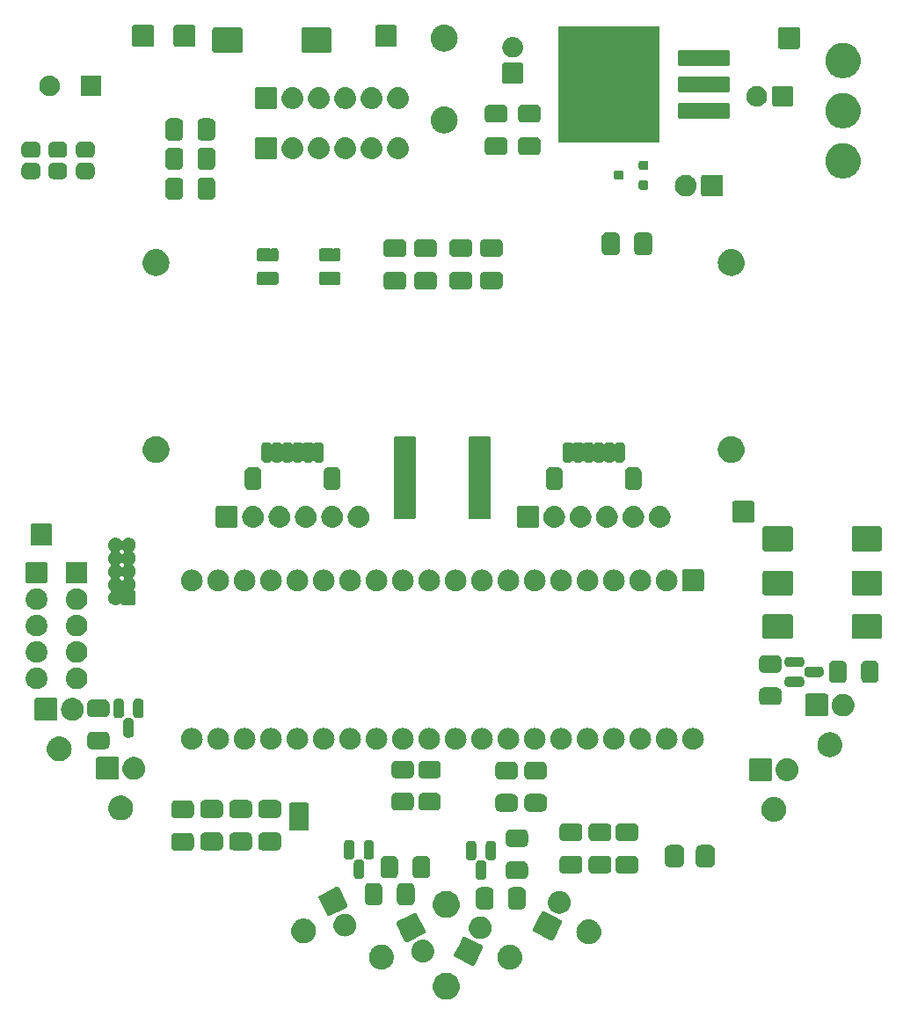
<source format=gts>
G04 #@! TF.GenerationSoftware,KiCad,Pcbnew,7.0.8*
G04 #@! TF.CreationDate,2024-08-07T19:44:42-07:00*
G04 #@! TF.ProjectId,bloo,626c6f6f-2e6b-4696-9361-645f70636258,rev?*
G04 #@! TF.SameCoordinates,Original*
G04 #@! TF.FileFunction,Soldermask,Top*
G04 #@! TF.FilePolarity,Negative*
%FSLAX46Y46*%
G04 Gerber Fmt 4.6, Leading zero omitted, Abs format (unit mm)*
G04 Created by KiCad (PCBNEW 7.0.8) date 2024-08-07 19:44:42*
%MOMM*%
%LPD*%
G01*
G04 APERTURE LIST*
G04 APERTURE END LIST*
G36*
X207055630Y-190151867D02*
G01*
X207107318Y-190151867D01*
X207164284Y-190161373D01*
X207225743Y-190166750D01*
X207274009Y-190179682D01*
X207319026Y-190187195D01*
X207379419Y-190207927D01*
X207444626Y-190225400D01*
X207484564Y-190244023D01*
X207522032Y-190256886D01*
X207583587Y-190290198D01*
X207650000Y-190321167D01*
X207681268Y-190343061D01*
X207710796Y-190359041D01*
X207770903Y-190405824D01*
X207835624Y-190451142D01*
X207858433Y-190473951D01*
X207880177Y-190490875D01*
X207936033Y-190551551D01*
X207995858Y-190611376D01*
X208010958Y-190632942D01*
X208025543Y-190648785D01*
X208074201Y-190723261D01*
X208125833Y-190797000D01*
X208134450Y-190815480D01*
X208142937Y-190828470D01*
X208181459Y-190916292D01*
X208221600Y-191002374D01*
X208225338Y-191016324D01*
X208229158Y-191025033D01*
X208254736Y-191126039D01*
X208280250Y-191221257D01*
X208280989Y-191229711D01*
X208281847Y-191233097D01*
X208291891Y-191354321D01*
X208300000Y-191447000D01*
X208291890Y-191539686D01*
X208281847Y-191660902D01*
X208280989Y-191664286D01*
X208280250Y-191672743D01*
X208254731Y-191767977D01*
X208229158Y-191868966D01*
X208225338Y-191877673D01*
X208221600Y-191891626D01*
X208181452Y-191977723D01*
X208142937Y-192065529D01*
X208134452Y-192078515D01*
X208125833Y-192097000D01*
X208074191Y-192170751D01*
X208025543Y-192245214D01*
X208010961Y-192261053D01*
X207995858Y-192282624D01*
X207936021Y-192342460D01*
X207880177Y-192403124D01*
X207858437Y-192420044D01*
X207835624Y-192442858D01*
X207770890Y-192488184D01*
X207710796Y-192534958D01*
X207681274Y-192550934D01*
X207650000Y-192572833D01*
X207583573Y-192603807D01*
X207522032Y-192637113D01*
X207484573Y-192649972D01*
X207444626Y-192668600D01*
X207379406Y-192686075D01*
X207319026Y-192706804D01*
X207274016Y-192714314D01*
X207225743Y-192727250D01*
X207164280Y-192732627D01*
X207107318Y-192742133D01*
X207055630Y-192742133D01*
X207000000Y-192747000D01*
X206944370Y-192742133D01*
X206892682Y-192742133D01*
X206835718Y-192732627D01*
X206774257Y-192727250D01*
X206725984Y-192714315D01*
X206680973Y-192706804D01*
X206620588Y-192686074D01*
X206555374Y-192668600D01*
X206515429Y-192649973D01*
X206477967Y-192637113D01*
X206416418Y-192603804D01*
X206350000Y-192572833D01*
X206318728Y-192550936D01*
X206289203Y-192534958D01*
X206229099Y-192488177D01*
X206164376Y-192442858D01*
X206141565Y-192420047D01*
X206119822Y-192403124D01*
X206063965Y-192342447D01*
X206004142Y-192282624D01*
X205989041Y-192261057D01*
X205974456Y-192245214D01*
X205925793Y-192170730D01*
X205874167Y-192097000D01*
X205865550Y-192078521D01*
X205857062Y-192065529D01*
X205818530Y-191977687D01*
X205778400Y-191891626D01*
X205774662Y-191877678D01*
X205770841Y-191868966D01*
X205745250Y-191767909D01*
X205719750Y-191672743D01*
X205719010Y-191664293D01*
X205718152Y-191660902D01*
X205708090Y-191539470D01*
X205700000Y-191447000D01*
X205708089Y-191354537D01*
X205718152Y-191233097D01*
X205719010Y-191229705D01*
X205719750Y-191221257D01*
X205745245Y-191126107D01*
X205770841Y-191025033D01*
X205774663Y-191016318D01*
X205778400Y-191002374D01*
X205818523Y-190916328D01*
X205857062Y-190828470D01*
X205865551Y-190815475D01*
X205874167Y-190797000D01*
X205925783Y-190723283D01*
X205974456Y-190648785D01*
X205989044Y-190632937D01*
X206004142Y-190611376D01*
X206063953Y-190551564D01*
X206119822Y-190490875D01*
X206141570Y-190473947D01*
X206164376Y-190451142D01*
X206229086Y-190405831D01*
X206289203Y-190359041D01*
X206318735Y-190343058D01*
X206350000Y-190321167D01*
X206416405Y-190290201D01*
X206477967Y-190256886D01*
X206515437Y-190244022D01*
X206555374Y-190225400D01*
X206620575Y-190207929D01*
X206680973Y-190187195D01*
X206725992Y-190179682D01*
X206774257Y-190166750D01*
X206835715Y-190161373D01*
X206892682Y-190151867D01*
X206944370Y-190151867D01*
X207000000Y-190147000D01*
X207055630Y-190151867D01*
G37*
G36*
X213170582Y-187464784D02*
G01*
X213228245Y-187464784D01*
X213278975Y-187474267D01*
X213325815Y-187478365D01*
X213383305Y-187493769D01*
X213445919Y-187505474D01*
X213488385Y-187521925D01*
X213527782Y-187532482D01*
X213587429Y-187560295D01*
X213652409Y-187585469D01*
X213685945Y-187606234D01*
X213717286Y-187620848D01*
X213776400Y-187662241D01*
X213840685Y-187702044D01*
X213865328Y-187724509D01*
X213888559Y-187740776D01*
X213944126Y-187796343D01*
X214004334Y-187851230D01*
X214020746Y-187872963D01*
X214036413Y-187888630D01*
X214085283Y-187958424D01*
X214137784Y-188027946D01*
X214147189Y-188046835D01*
X214156337Y-188059899D01*
X214195289Y-188143432D01*
X214236490Y-188226175D01*
X214240586Y-188240572D01*
X214244705Y-188249405D01*
X214270661Y-188346274D01*
X214297091Y-188439166D01*
X214297904Y-188447949D01*
X214298822Y-188451372D01*
X214308964Y-188567301D01*
X214317523Y-188659665D01*
X214308963Y-188752035D01*
X214298822Y-188867957D01*
X214297905Y-188871379D01*
X214297091Y-188880164D01*
X214270656Y-188973072D01*
X214244705Y-189069924D01*
X214240587Y-189078754D01*
X214236490Y-189093155D01*
X214195291Y-189175893D01*
X214156339Y-189259428D01*
X214147190Y-189272493D01*
X214137784Y-189291384D01*
X214085272Y-189360920D01*
X214036411Y-189430701D01*
X214020749Y-189446362D01*
X214004334Y-189468100D01*
X213944115Y-189522996D01*
X213888559Y-189578553D01*
X213865333Y-189594815D01*
X213840685Y-189617286D01*
X213776388Y-189657096D01*
X213717286Y-189698481D01*
X213685952Y-189713091D01*
X213652409Y-189733861D01*
X213587416Y-189759039D01*
X213527782Y-189786847D01*
X213488394Y-189797400D01*
X213445919Y-189813856D01*
X213383293Y-189825562D01*
X213325815Y-189840964D01*
X213278985Y-189845060D01*
X213228245Y-189854546D01*
X213170570Y-189854546D01*
X213117523Y-189859187D01*
X213064475Y-189854546D01*
X213006801Y-189854546D01*
X212956060Y-189845061D01*
X212909230Y-189840964D01*
X212851749Y-189825561D01*
X212789127Y-189813856D01*
X212746654Y-189797401D01*
X212707263Y-189786847D01*
X212647623Y-189759037D01*
X212582637Y-189733861D01*
X212549096Y-189713093D01*
X212517759Y-189698481D01*
X212458648Y-189657091D01*
X212394361Y-189617286D01*
X212369715Y-189594818D01*
X212346486Y-189578553D01*
X212290919Y-189522986D01*
X212230712Y-189468100D01*
X212214299Y-189446366D01*
X212198634Y-189430701D01*
X212149759Y-189360901D01*
X212097262Y-189291384D01*
X212087858Y-189272498D01*
X212078706Y-189259428D01*
X212039738Y-189175861D01*
X211998556Y-189093155D01*
X211994460Y-189078760D01*
X211990340Y-189069924D01*
X211964372Y-188973011D01*
X211937955Y-188880164D01*
X211937141Y-188871384D01*
X211936223Y-188867957D01*
X211926064Y-188751842D01*
X211917523Y-188659665D01*
X211926063Y-188567494D01*
X211936223Y-188451372D01*
X211937141Y-188447943D01*
X211937955Y-188439166D01*
X211964367Y-188346334D01*
X211990340Y-188249405D01*
X211994460Y-188240567D01*
X211998556Y-188226175D01*
X212039740Y-188143464D01*
X212078708Y-188059899D01*
X212087858Y-188046830D01*
X212097262Y-188027946D01*
X212149748Y-187958442D01*
X212198632Y-187888630D01*
X212214302Y-187872959D01*
X212230712Y-187851230D01*
X212290907Y-187796354D01*
X212346488Y-187740774D01*
X212369722Y-187724505D01*
X212394361Y-187702044D01*
X212458638Y-187662245D01*
X212517757Y-187620850D01*
X212549097Y-187606235D01*
X212582637Y-187585469D01*
X212647615Y-187560296D01*
X212707263Y-187532482D01*
X212746662Y-187521924D01*
X212789127Y-187505474D01*
X212851736Y-187493770D01*
X212909230Y-187478365D01*
X212956070Y-187474267D01*
X213006801Y-187464784D01*
X213064464Y-187464784D01*
X213117523Y-187460142D01*
X213170582Y-187464784D01*
G37*
G36*
X200810030Y-187441699D02*
G01*
X200867693Y-187441699D01*
X200918423Y-187451182D01*
X200965263Y-187455280D01*
X201022753Y-187470684D01*
X201085367Y-187482389D01*
X201127833Y-187498840D01*
X201167230Y-187509397D01*
X201226877Y-187537210D01*
X201291857Y-187562384D01*
X201325393Y-187583149D01*
X201356734Y-187597763D01*
X201415848Y-187639156D01*
X201480133Y-187678959D01*
X201504776Y-187701424D01*
X201528007Y-187717691D01*
X201583574Y-187773258D01*
X201643782Y-187828145D01*
X201660194Y-187849878D01*
X201675861Y-187865545D01*
X201724731Y-187935339D01*
X201777232Y-188004861D01*
X201786637Y-188023750D01*
X201795785Y-188036814D01*
X201834737Y-188120347D01*
X201875938Y-188203090D01*
X201880034Y-188217487D01*
X201884153Y-188226320D01*
X201910109Y-188323189D01*
X201936539Y-188416081D01*
X201937352Y-188424864D01*
X201938270Y-188428287D01*
X201948412Y-188544216D01*
X201956971Y-188636580D01*
X201948411Y-188728950D01*
X201938270Y-188844872D01*
X201937353Y-188848294D01*
X201936539Y-188857079D01*
X201910104Y-188949987D01*
X201884153Y-189046839D01*
X201880035Y-189055669D01*
X201875938Y-189070070D01*
X201834739Y-189152808D01*
X201795787Y-189236343D01*
X201786638Y-189249408D01*
X201777232Y-189268299D01*
X201724720Y-189337835D01*
X201675859Y-189407616D01*
X201660197Y-189423277D01*
X201643782Y-189445015D01*
X201583563Y-189499911D01*
X201528007Y-189555468D01*
X201504781Y-189571730D01*
X201480133Y-189594201D01*
X201415836Y-189634011D01*
X201356734Y-189675396D01*
X201325400Y-189690006D01*
X201291857Y-189710776D01*
X201226864Y-189735954D01*
X201167230Y-189763762D01*
X201127842Y-189774315D01*
X201085367Y-189790771D01*
X201022741Y-189802477D01*
X200965263Y-189817879D01*
X200918433Y-189821975D01*
X200867693Y-189831461D01*
X200810018Y-189831461D01*
X200756971Y-189836102D01*
X200703923Y-189831461D01*
X200646249Y-189831461D01*
X200595508Y-189821976D01*
X200548678Y-189817879D01*
X200491197Y-189802476D01*
X200428575Y-189790771D01*
X200386102Y-189774316D01*
X200346711Y-189763762D01*
X200287071Y-189735952D01*
X200222085Y-189710776D01*
X200188544Y-189690008D01*
X200157207Y-189675396D01*
X200098096Y-189634006D01*
X200033809Y-189594201D01*
X200009163Y-189571733D01*
X199985934Y-189555468D01*
X199930367Y-189499901D01*
X199870160Y-189445015D01*
X199853747Y-189423281D01*
X199838082Y-189407616D01*
X199789207Y-189337816D01*
X199736710Y-189268299D01*
X199727306Y-189249413D01*
X199718154Y-189236343D01*
X199679186Y-189152776D01*
X199638004Y-189070070D01*
X199633908Y-189055675D01*
X199629788Y-189046839D01*
X199603820Y-188949926D01*
X199577403Y-188857079D01*
X199576589Y-188848299D01*
X199575671Y-188844872D01*
X199565512Y-188728757D01*
X199556971Y-188636580D01*
X199565511Y-188544409D01*
X199575671Y-188428287D01*
X199576589Y-188424858D01*
X199577403Y-188416081D01*
X199603815Y-188323249D01*
X199629788Y-188226320D01*
X199633908Y-188217482D01*
X199638004Y-188203090D01*
X199679188Y-188120379D01*
X199718156Y-188036814D01*
X199727306Y-188023745D01*
X199736710Y-188004861D01*
X199789196Y-187935357D01*
X199838080Y-187865545D01*
X199853750Y-187849874D01*
X199870160Y-187828145D01*
X199930355Y-187773269D01*
X199985936Y-187717689D01*
X200009170Y-187701420D01*
X200033809Y-187678959D01*
X200098086Y-187639160D01*
X200157205Y-187597765D01*
X200188545Y-187583150D01*
X200222085Y-187562384D01*
X200287063Y-187537211D01*
X200346711Y-187509397D01*
X200386110Y-187498839D01*
X200428575Y-187482389D01*
X200491184Y-187470685D01*
X200548678Y-187455280D01*
X200595518Y-187451182D01*
X200646249Y-187441699D01*
X200703912Y-187441699D01*
X200756971Y-187437057D01*
X200810030Y-187441699D01*
G37*
G36*
X208770506Y-186694938D02*
G01*
X208779576Y-186695176D01*
X208810744Y-186705908D01*
X208826529Y-186710212D01*
X210041845Y-187316146D01*
X210430075Y-187509710D01*
X210430077Y-187509711D01*
X210437411Y-187513368D01*
X210450342Y-187523380D01*
X210477674Y-187541816D01*
X210483321Y-187548915D01*
X210499113Y-187561143D01*
X210514595Y-187588232D01*
X210522241Y-187597844D01*
X210525279Y-187606926D01*
X210537835Y-187628894D01*
X210541028Y-187653996D01*
X210544067Y-187663077D01*
X210543745Y-187675350D01*
X210547684Y-187706306D01*
X210542430Y-187725576D01*
X210542193Y-187734642D01*
X210531465Y-187765796D01*
X210527158Y-187781595D01*
X209724002Y-189392477D01*
X209713981Y-189405418D01*
X209695553Y-189432740D01*
X209688455Y-189438385D01*
X209676227Y-189454179D01*
X209649134Y-189469663D01*
X209639525Y-189477307D01*
X209630444Y-189480345D01*
X209608476Y-189492901D01*
X209583372Y-189496094D01*
X209574292Y-189499133D01*
X209562019Y-189498811D01*
X209531064Y-189502750D01*
X209511793Y-189497496D01*
X209502727Y-189497259D01*
X209471568Y-189486529D01*
X209455775Y-189482224D01*
X207844893Y-188679068D01*
X207831958Y-188669053D01*
X207804629Y-188650619D01*
X207798981Y-188643519D01*
X207783191Y-188631293D01*
X207767709Y-188604204D01*
X207760062Y-188594591D01*
X207757022Y-188585506D01*
X207744469Y-188563542D01*
X207741275Y-188538442D01*
X207738236Y-188529358D01*
X207738557Y-188517078D01*
X207734620Y-188486130D01*
X207739872Y-188466864D01*
X207740110Y-188457793D01*
X207750844Y-188426620D01*
X207755146Y-188410841D01*
X208188426Y-187541816D01*
X208554644Y-186807294D01*
X208554647Y-186807288D01*
X208558302Y-186799959D01*
X208568309Y-186787034D01*
X208586750Y-186759695D01*
X208593851Y-186754045D01*
X208606077Y-186738257D01*
X208633161Y-186722777D01*
X208642778Y-186715128D01*
X208651864Y-186712087D01*
X208673828Y-186699535D01*
X208698925Y-186696341D01*
X208708011Y-186693302D01*
X208720291Y-186693623D01*
X208751240Y-186689686D01*
X208770506Y-186694938D01*
G37*
G36*
X204781522Y-186977825D02*
G01*
X204834837Y-186977825D01*
X204881735Y-186986592D01*
X204924269Y-186990313D01*
X204976480Y-187004303D01*
X205034371Y-187015125D01*
X205073635Y-187030336D01*
X205109403Y-187039920D01*
X205163543Y-187065166D01*
X205223654Y-187088453D01*
X205254683Y-187107665D01*
X205283103Y-187120918D01*
X205336717Y-187158459D01*
X205396240Y-187195314D01*
X205419053Y-187216111D01*
X205440097Y-187230846D01*
X205490435Y-187281184D01*
X205546252Y-187332068D01*
X205561467Y-187352216D01*
X205575628Y-187366377D01*
X205619796Y-187429456D01*
X205668581Y-187494058D01*
X205677322Y-187511612D01*
X205685556Y-187523372D01*
X205720624Y-187598575D01*
X205759061Y-187675767D01*
X205762881Y-187689196D01*
X205766554Y-187697071D01*
X205789699Y-187783452D01*
X205814612Y-187871009D01*
X205815379Y-187879286D01*
X205816161Y-187882205D01*
X205824795Y-187980902D01*
X205833342Y-188073133D01*
X205824794Y-188165371D01*
X205816161Y-188264060D01*
X205815379Y-188266977D01*
X205814612Y-188275257D01*
X205789695Y-188362830D01*
X205766554Y-188449194D01*
X205762882Y-188457067D01*
X205759061Y-188470499D01*
X205720620Y-188547697D01*
X205685556Y-188622894D01*
X205677322Y-188634652D01*
X205668581Y-188652208D01*
X205619790Y-188716816D01*
X205575628Y-188779888D01*
X205561470Y-188794045D01*
X205546252Y-188814198D01*
X205490424Y-188865091D01*
X205440097Y-188915419D01*
X205419058Y-188930150D01*
X205396240Y-188950952D01*
X205336705Y-188987814D01*
X205283103Y-189025347D01*
X205254690Y-189038596D01*
X205223654Y-189057813D01*
X205163531Y-189081104D01*
X205109403Y-189106345D01*
X205073643Y-189115926D01*
X205034371Y-189131141D01*
X204976468Y-189141965D01*
X204924269Y-189155952D01*
X204881745Y-189159672D01*
X204834837Y-189168441D01*
X204781511Y-189168441D01*
X204733342Y-189172655D01*
X204685173Y-189168441D01*
X204631847Y-189168441D01*
X204584938Y-189159672D01*
X204542414Y-189155952D01*
X204490212Y-189141964D01*
X204432313Y-189131141D01*
X204393042Y-189115927D01*
X204357280Y-189106345D01*
X204303146Y-189081102D01*
X204243030Y-189057813D01*
X204211996Y-189038598D01*
X204183580Y-189025347D01*
X204129970Y-188987809D01*
X204070444Y-188950952D01*
X204047629Y-188930153D01*
X204026586Y-188915419D01*
X203976248Y-188865081D01*
X203920432Y-188814198D01*
X203905216Y-188794049D01*
X203891055Y-188779888D01*
X203846879Y-188716798D01*
X203798103Y-188652208D01*
X203789364Y-188634657D01*
X203781127Y-188622894D01*
X203746047Y-188547665D01*
X203707623Y-188470499D01*
X203703802Y-188457072D01*
X203700129Y-188449194D01*
X203676971Y-188362769D01*
X203652072Y-188275257D01*
X203651305Y-188266983D01*
X203650522Y-188264060D01*
X203641871Y-188165179D01*
X203633342Y-188073133D01*
X203641870Y-187981095D01*
X203650522Y-187882205D01*
X203651305Y-187879281D01*
X203652072Y-187871009D01*
X203676966Y-187783512D01*
X203700129Y-187697071D01*
X203703803Y-187689190D01*
X203707623Y-187675767D01*
X203746044Y-187598606D01*
X203781127Y-187523372D01*
X203789364Y-187511607D01*
X203798103Y-187494058D01*
X203846873Y-187429475D01*
X203891055Y-187366377D01*
X203905219Y-187352212D01*
X203920432Y-187332068D01*
X203976236Y-187281195D01*
X204026586Y-187230846D01*
X204047633Y-187216108D01*
X204070444Y-187195314D01*
X204129963Y-187158460D01*
X204183581Y-187120918D01*
X204212000Y-187107665D01*
X204243030Y-187088453D01*
X204303136Y-187065167D01*
X204357280Y-187039920D01*
X204393050Y-187030335D01*
X204432313Y-187015125D01*
X204490199Y-187004303D01*
X204542414Y-186990313D01*
X204584949Y-186986591D01*
X204631847Y-186977825D01*
X204685161Y-186977825D01*
X204733342Y-186973610D01*
X204781522Y-186977825D01*
G37*
G36*
X220775430Y-185016166D02*
G01*
X220833093Y-185016166D01*
X220883823Y-185025649D01*
X220930663Y-185029747D01*
X220988153Y-185045151D01*
X221050767Y-185056856D01*
X221093233Y-185073307D01*
X221132630Y-185083864D01*
X221192277Y-185111677D01*
X221257257Y-185136851D01*
X221290793Y-185157616D01*
X221322134Y-185172230D01*
X221381248Y-185213623D01*
X221445533Y-185253426D01*
X221470176Y-185275891D01*
X221493407Y-185292158D01*
X221548974Y-185347725D01*
X221609182Y-185402612D01*
X221625594Y-185424345D01*
X221641261Y-185440012D01*
X221690131Y-185509806D01*
X221742632Y-185579328D01*
X221752037Y-185598217D01*
X221761185Y-185611281D01*
X221800137Y-185694814D01*
X221841338Y-185777557D01*
X221845434Y-185791954D01*
X221849553Y-185800787D01*
X221875509Y-185897656D01*
X221901939Y-185990548D01*
X221902752Y-185999331D01*
X221903670Y-186002754D01*
X221913812Y-186118683D01*
X221922371Y-186211047D01*
X221913811Y-186303417D01*
X221903670Y-186419339D01*
X221902753Y-186422761D01*
X221901939Y-186431546D01*
X221875504Y-186524454D01*
X221849553Y-186621306D01*
X221845435Y-186630136D01*
X221841338Y-186644537D01*
X221800139Y-186727275D01*
X221761187Y-186810810D01*
X221752038Y-186823875D01*
X221742632Y-186842766D01*
X221690120Y-186912302D01*
X221641259Y-186982083D01*
X221625597Y-186997744D01*
X221609182Y-187019482D01*
X221548963Y-187074378D01*
X221493407Y-187129935D01*
X221470181Y-187146197D01*
X221445533Y-187168668D01*
X221381236Y-187208478D01*
X221322134Y-187249863D01*
X221290800Y-187264473D01*
X221257257Y-187285243D01*
X221192264Y-187310421D01*
X221132630Y-187338229D01*
X221093242Y-187348782D01*
X221050767Y-187365238D01*
X220988141Y-187376944D01*
X220930663Y-187392346D01*
X220883833Y-187396442D01*
X220833093Y-187405928D01*
X220775418Y-187405928D01*
X220722371Y-187410569D01*
X220669323Y-187405928D01*
X220611649Y-187405928D01*
X220560908Y-187396443D01*
X220514078Y-187392346D01*
X220456597Y-187376943D01*
X220393975Y-187365238D01*
X220351502Y-187348783D01*
X220312111Y-187338229D01*
X220252471Y-187310419D01*
X220187485Y-187285243D01*
X220153944Y-187264475D01*
X220122607Y-187249863D01*
X220063496Y-187208473D01*
X219999209Y-187168668D01*
X219974563Y-187146200D01*
X219951334Y-187129935D01*
X219895767Y-187074368D01*
X219835560Y-187019482D01*
X219819147Y-186997748D01*
X219803482Y-186982083D01*
X219754607Y-186912283D01*
X219702110Y-186842766D01*
X219692706Y-186823880D01*
X219683554Y-186810810D01*
X219644586Y-186727243D01*
X219603404Y-186644537D01*
X219599308Y-186630142D01*
X219595188Y-186621306D01*
X219569220Y-186524393D01*
X219542803Y-186431546D01*
X219541989Y-186422766D01*
X219541071Y-186419339D01*
X219530912Y-186303224D01*
X219522371Y-186211047D01*
X219530911Y-186118876D01*
X219541071Y-186002754D01*
X219541989Y-185999325D01*
X219542803Y-185990548D01*
X219569215Y-185897716D01*
X219595188Y-185800787D01*
X219599308Y-185791949D01*
X219603404Y-185777557D01*
X219644588Y-185694846D01*
X219683556Y-185611281D01*
X219692706Y-185598212D01*
X219702110Y-185579328D01*
X219754596Y-185509824D01*
X219803480Y-185440012D01*
X219819150Y-185424341D01*
X219835560Y-185402612D01*
X219895755Y-185347736D01*
X219951336Y-185292156D01*
X219974570Y-185275887D01*
X219999209Y-185253426D01*
X220063486Y-185213627D01*
X220122605Y-185172232D01*
X220153945Y-185157617D01*
X220187485Y-185136851D01*
X220252463Y-185111678D01*
X220312111Y-185083864D01*
X220351510Y-185073306D01*
X220393975Y-185056856D01*
X220456584Y-185045152D01*
X220514078Y-185029747D01*
X220560918Y-185025649D01*
X220611649Y-185016166D01*
X220669312Y-185016166D01*
X220722371Y-185011524D01*
X220775430Y-185016166D01*
G37*
G36*
X193315488Y-184939966D02*
G01*
X193373151Y-184939966D01*
X193423881Y-184949449D01*
X193470721Y-184953547D01*
X193528211Y-184968951D01*
X193590825Y-184980656D01*
X193633291Y-184997107D01*
X193672688Y-185007664D01*
X193732335Y-185035477D01*
X193797315Y-185060651D01*
X193830851Y-185081416D01*
X193862192Y-185096030D01*
X193921306Y-185137423D01*
X193985591Y-185177226D01*
X194010234Y-185199691D01*
X194033465Y-185215958D01*
X194089032Y-185271525D01*
X194149240Y-185326412D01*
X194165652Y-185348145D01*
X194181319Y-185363812D01*
X194230189Y-185433606D01*
X194282690Y-185503128D01*
X194292095Y-185522017D01*
X194301243Y-185535081D01*
X194340195Y-185618614D01*
X194381396Y-185701357D01*
X194385492Y-185715754D01*
X194389611Y-185724587D01*
X194415567Y-185821456D01*
X194441997Y-185914348D01*
X194442810Y-185923131D01*
X194443728Y-185926554D01*
X194453870Y-186042483D01*
X194462429Y-186134847D01*
X194453869Y-186227217D01*
X194443728Y-186343139D01*
X194442811Y-186346561D01*
X194441997Y-186355346D01*
X194415562Y-186448254D01*
X194389611Y-186545106D01*
X194385493Y-186553936D01*
X194381396Y-186568337D01*
X194340197Y-186651075D01*
X194301245Y-186734610D01*
X194292096Y-186747675D01*
X194282690Y-186766566D01*
X194230178Y-186836102D01*
X194181317Y-186905883D01*
X194165655Y-186921544D01*
X194149240Y-186943282D01*
X194089021Y-186998178D01*
X194033465Y-187053735D01*
X194010239Y-187069997D01*
X193985591Y-187092468D01*
X193921294Y-187132278D01*
X193862192Y-187173663D01*
X193830858Y-187188273D01*
X193797315Y-187209043D01*
X193732322Y-187234221D01*
X193672688Y-187262029D01*
X193633300Y-187272582D01*
X193590825Y-187289038D01*
X193528199Y-187300744D01*
X193470721Y-187316146D01*
X193423891Y-187320242D01*
X193373151Y-187329728D01*
X193315476Y-187329728D01*
X193262429Y-187334369D01*
X193209381Y-187329728D01*
X193151707Y-187329728D01*
X193100966Y-187320243D01*
X193054136Y-187316146D01*
X192996655Y-187300743D01*
X192934033Y-187289038D01*
X192891560Y-187272583D01*
X192852169Y-187262029D01*
X192792529Y-187234219D01*
X192727543Y-187209043D01*
X192694002Y-187188275D01*
X192662665Y-187173663D01*
X192603554Y-187132273D01*
X192539267Y-187092468D01*
X192514621Y-187070000D01*
X192491392Y-187053735D01*
X192435825Y-186998168D01*
X192375618Y-186943282D01*
X192359205Y-186921548D01*
X192343540Y-186905883D01*
X192294665Y-186836083D01*
X192242168Y-186766566D01*
X192232764Y-186747680D01*
X192223612Y-186734610D01*
X192184644Y-186651043D01*
X192143462Y-186568337D01*
X192139366Y-186553942D01*
X192135246Y-186545106D01*
X192109278Y-186448193D01*
X192082861Y-186355346D01*
X192082047Y-186346566D01*
X192081129Y-186343139D01*
X192070970Y-186227024D01*
X192062429Y-186134847D01*
X192070969Y-186042676D01*
X192081129Y-185926554D01*
X192082047Y-185923125D01*
X192082861Y-185914348D01*
X192109273Y-185821516D01*
X192135246Y-185724587D01*
X192139366Y-185715749D01*
X192143462Y-185701357D01*
X192184646Y-185618646D01*
X192223614Y-185535081D01*
X192232764Y-185522012D01*
X192242168Y-185503128D01*
X192294654Y-185433624D01*
X192343538Y-185363812D01*
X192359208Y-185348141D01*
X192375618Y-185326412D01*
X192435813Y-185271536D01*
X192491394Y-185215956D01*
X192514628Y-185199687D01*
X192539267Y-185177226D01*
X192603544Y-185137427D01*
X192662663Y-185096032D01*
X192694003Y-185081417D01*
X192727543Y-185060651D01*
X192792521Y-185035478D01*
X192852169Y-185007664D01*
X192891568Y-184997106D01*
X192934033Y-184980656D01*
X192996642Y-184968952D01*
X193054136Y-184953547D01*
X193100976Y-184949449D01*
X193151707Y-184939966D01*
X193209370Y-184939966D01*
X193262429Y-184935324D01*
X193315488Y-184939966D01*
G37*
G36*
X204020860Y-184397405D02*
G01*
X204033140Y-184397084D01*
X204042224Y-184400123D01*
X204067324Y-184403317D01*
X204089288Y-184415870D01*
X204098373Y-184418910D01*
X204107986Y-184426556D01*
X204135075Y-184442039D01*
X204147302Y-184457830D01*
X204154402Y-184463478D01*
X204172829Y-184490798D01*
X204182850Y-184503741D01*
X204986006Y-186114623D01*
X204990309Y-186130408D01*
X205001041Y-186161575D01*
X205001278Y-186170641D01*
X205006532Y-186189912D01*
X205002593Y-186220867D01*
X205002915Y-186233140D01*
X204999876Y-186242220D01*
X204996683Y-186267324D01*
X204984127Y-186289292D01*
X204981089Y-186298373D01*
X204973445Y-186307981D01*
X204957961Y-186335075D01*
X204942167Y-186347304D01*
X204936521Y-186354402D01*
X204909207Y-186372823D01*
X204896259Y-186382850D01*
X203285377Y-187186006D01*
X203269586Y-187190310D01*
X203238424Y-187201041D01*
X203229358Y-187201278D01*
X203210088Y-187206532D01*
X203179132Y-187202593D01*
X203166859Y-187202915D01*
X203157778Y-187199876D01*
X203132676Y-187196683D01*
X203110708Y-187184127D01*
X203101626Y-187181089D01*
X203092014Y-187173443D01*
X203064925Y-187157961D01*
X203052697Y-187142169D01*
X203045597Y-187136521D01*
X203027168Y-187109197D01*
X203017150Y-187096259D01*
X202213994Y-185485377D01*
X202209692Y-185469600D01*
X202198958Y-185438424D01*
X202198720Y-185429354D01*
X202193468Y-185410088D01*
X202197405Y-185379139D01*
X202197084Y-185366859D01*
X202200123Y-185357773D01*
X202203317Y-185332676D01*
X202215869Y-185310712D01*
X202218910Y-185301626D01*
X202226559Y-185292009D01*
X202242039Y-185264925D01*
X202257828Y-185252699D01*
X202263478Y-185245597D01*
X202290808Y-185227163D01*
X202303741Y-185217150D01*
X203568188Y-184586720D01*
X203907289Y-184417650D01*
X203907292Y-184417648D01*
X203914623Y-184413994D01*
X203930394Y-184409694D01*
X203961575Y-184398958D01*
X203970646Y-184398720D01*
X203989912Y-184393468D01*
X204020860Y-184397405D01*
G37*
G36*
X216375354Y-184246320D02*
G01*
X216384424Y-184246558D01*
X216415592Y-184257290D01*
X216431377Y-184261594D01*
X217640908Y-184864644D01*
X218034923Y-185061092D01*
X218034925Y-185061093D01*
X218042259Y-185064750D01*
X218055190Y-185074762D01*
X218082522Y-185093198D01*
X218088169Y-185100297D01*
X218103961Y-185112525D01*
X218119443Y-185139614D01*
X218127089Y-185149226D01*
X218130127Y-185158308D01*
X218142683Y-185180276D01*
X218145876Y-185205378D01*
X218148915Y-185214459D01*
X218148593Y-185226732D01*
X218152532Y-185257688D01*
X218147278Y-185276958D01*
X218147041Y-185286024D01*
X218136313Y-185317178D01*
X218132006Y-185332977D01*
X217328850Y-186943859D01*
X217318829Y-186956800D01*
X217300401Y-186984122D01*
X217293303Y-186989767D01*
X217281075Y-187005561D01*
X217253982Y-187021045D01*
X217244373Y-187028689D01*
X217235292Y-187031727D01*
X217213324Y-187044283D01*
X217188220Y-187047476D01*
X217179140Y-187050515D01*
X217166867Y-187050193D01*
X217135912Y-187054132D01*
X217116641Y-187048878D01*
X217107575Y-187048641D01*
X217076416Y-187037911D01*
X217060623Y-187033606D01*
X215449741Y-186230450D01*
X215436806Y-186220435D01*
X215409477Y-186202001D01*
X215403829Y-186194901D01*
X215388039Y-186182675D01*
X215372557Y-186155586D01*
X215364910Y-186145973D01*
X215361870Y-186136888D01*
X215349317Y-186114924D01*
X215346123Y-186089824D01*
X215343084Y-186080740D01*
X215343405Y-186068460D01*
X215339468Y-186037512D01*
X215344720Y-186018246D01*
X215344958Y-186009175D01*
X215355692Y-185978002D01*
X215359994Y-185962223D01*
X215793274Y-185093198D01*
X216159492Y-184358676D01*
X216159495Y-184358670D01*
X216163150Y-184351341D01*
X216173157Y-184338416D01*
X216191598Y-184311077D01*
X216198699Y-184305427D01*
X216210925Y-184289639D01*
X216238009Y-184274159D01*
X216247626Y-184266510D01*
X216256712Y-184263469D01*
X216278676Y-184250917D01*
X216303773Y-184247723D01*
X216312859Y-184244684D01*
X216325139Y-184245005D01*
X216356088Y-184241068D01*
X216375354Y-184246320D01*
G37*
G36*
X210322674Y-184727777D02*
G01*
X210375989Y-184727777D01*
X210422887Y-184736544D01*
X210465421Y-184740265D01*
X210517632Y-184754255D01*
X210575523Y-184765077D01*
X210614787Y-184780288D01*
X210650555Y-184789872D01*
X210704695Y-184815118D01*
X210764806Y-184838405D01*
X210795835Y-184857617D01*
X210824255Y-184870870D01*
X210877869Y-184908411D01*
X210937392Y-184945266D01*
X210960205Y-184966063D01*
X210981249Y-184980798D01*
X211031587Y-185031136D01*
X211087404Y-185082020D01*
X211102619Y-185102168D01*
X211116780Y-185116329D01*
X211160948Y-185179408D01*
X211209733Y-185244010D01*
X211218474Y-185261564D01*
X211226708Y-185273324D01*
X211261776Y-185348527D01*
X211300213Y-185425719D01*
X211304033Y-185439148D01*
X211307706Y-185447023D01*
X211330851Y-185533404D01*
X211355764Y-185620961D01*
X211356531Y-185629238D01*
X211357313Y-185632157D01*
X211365947Y-185730854D01*
X211374494Y-185823085D01*
X211365946Y-185915323D01*
X211357313Y-186014012D01*
X211356531Y-186016929D01*
X211355764Y-186025209D01*
X211330847Y-186112782D01*
X211307706Y-186199146D01*
X211304034Y-186207019D01*
X211300213Y-186220451D01*
X211261772Y-186297649D01*
X211226708Y-186372846D01*
X211218474Y-186384604D01*
X211209733Y-186402160D01*
X211160942Y-186466768D01*
X211116780Y-186529840D01*
X211102622Y-186543997D01*
X211087404Y-186564150D01*
X211031576Y-186615043D01*
X210981249Y-186665371D01*
X210960210Y-186680102D01*
X210937392Y-186700904D01*
X210877857Y-186737766D01*
X210824255Y-186775299D01*
X210795842Y-186788548D01*
X210764806Y-186807765D01*
X210704683Y-186831056D01*
X210650555Y-186856297D01*
X210614795Y-186865878D01*
X210575523Y-186881093D01*
X210517620Y-186891917D01*
X210465421Y-186905904D01*
X210422897Y-186909624D01*
X210375989Y-186918393D01*
X210322663Y-186918393D01*
X210274494Y-186922607D01*
X210226325Y-186918393D01*
X210172999Y-186918393D01*
X210126090Y-186909624D01*
X210083566Y-186905904D01*
X210031364Y-186891916D01*
X209973465Y-186881093D01*
X209934194Y-186865879D01*
X209898432Y-186856297D01*
X209844298Y-186831054D01*
X209784182Y-186807765D01*
X209753148Y-186788550D01*
X209724732Y-186775299D01*
X209671122Y-186737761D01*
X209611596Y-186700904D01*
X209588781Y-186680105D01*
X209567738Y-186665371D01*
X209517400Y-186615033D01*
X209461584Y-186564150D01*
X209446368Y-186544001D01*
X209432207Y-186529840D01*
X209388031Y-186466750D01*
X209339255Y-186402160D01*
X209330516Y-186384609D01*
X209322279Y-186372846D01*
X209287199Y-186297617D01*
X209248775Y-186220451D01*
X209244954Y-186207024D01*
X209241281Y-186199146D01*
X209218123Y-186112721D01*
X209193224Y-186025209D01*
X209192457Y-186016935D01*
X209191674Y-186014012D01*
X209183023Y-185915131D01*
X209174494Y-185823085D01*
X209183022Y-185731047D01*
X209191674Y-185632157D01*
X209192457Y-185629233D01*
X209193224Y-185620961D01*
X209218118Y-185533464D01*
X209241281Y-185447023D01*
X209244955Y-185439142D01*
X209248775Y-185425719D01*
X209287196Y-185348558D01*
X209322279Y-185273324D01*
X209330516Y-185261559D01*
X209339255Y-185244010D01*
X209388025Y-185179427D01*
X209432207Y-185116329D01*
X209446371Y-185102164D01*
X209461584Y-185082020D01*
X209517388Y-185031147D01*
X209567738Y-184980798D01*
X209588785Y-184966060D01*
X209611596Y-184945266D01*
X209671115Y-184908412D01*
X209724733Y-184870870D01*
X209753152Y-184857617D01*
X209784182Y-184838405D01*
X209844288Y-184815119D01*
X209898432Y-184789872D01*
X209934202Y-184780287D01*
X209973465Y-184765077D01*
X210031351Y-184754255D01*
X210083566Y-184740265D01*
X210126101Y-184736543D01*
X210172999Y-184727777D01*
X210226313Y-184727777D01*
X210274494Y-184723562D01*
X210322674Y-184727777D01*
G37*
G36*
X197286980Y-184476092D02*
G01*
X197340295Y-184476092D01*
X197387193Y-184484859D01*
X197429727Y-184488580D01*
X197481938Y-184502570D01*
X197539829Y-184513392D01*
X197579093Y-184528603D01*
X197614861Y-184538187D01*
X197669001Y-184563433D01*
X197729112Y-184586720D01*
X197760141Y-184605932D01*
X197788561Y-184619185D01*
X197842175Y-184656726D01*
X197901698Y-184693581D01*
X197924511Y-184714378D01*
X197945555Y-184729113D01*
X197995893Y-184779451D01*
X198051710Y-184830335D01*
X198066925Y-184850483D01*
X198081086Y-184864644D01*
X198125254Y-184927723D01*
X198174039Y-184992325D01*
X198182780Y-185009879D01*
X198191014Y-185021639D01*
X198226082Y-185096842D01*
X198264519Y-185174034D01*
X198268339Y-185187463D01*
X198272012Y-185195338D01*
X198295157Y-185281719D01*
X198320070Y-185369276D01*
X198320837Y-185377553D01*
X198321619Y-185380472D01*
X198330253Y-185479169D01*
X198338800Y-185571400D01*
X198330252Y-185663638D01*
X198321619Y-185762327D01*
X198320837Y-185765244D01*
X198320070Y-185773524D01*
X198295153Y-185861097D01*
X198272012Y-185947461D01*
X198268340Y-185955334D01*
X198264519Y-185968766D01*
X198226078Y-186045964D01*
X198191014Y-186121161D01*
X198182780Y-186132919D01*
X198174039Y-186150475D01*
X198125248Y-186215083D01*
X198081086Y-186278155D01*
X198066928Y-186292312D01*
X198051710Y-186312465D01*
X197995882Y-186363358D01*
X197945555Y-186413686D01*
X197924516Y-186428417D01*
X197901698Y-186449219D01*
X197842163Y-186486081D01*
X197788561Y-186523614D01*
X197760148Y-186536863D01*
X197729112Y-186556080D01*
X197668989Y-186579371D01*
X197614861Y-186604612D01*
X197579101Y-186614193D01*
X197539829Y-186629408D01*
X197481926Y-186640232D01*
X197429727Y-186654219D01*
X197387203Y-186657939D01*
X197340295Y-186666708D01*
X197286969Y-186666708D01*
X197238800Y-186670922D01*
X197190631Y-186666708D01*
X197137305Y-186666708D01*
X197090396Y-186657939D01*
X197047872Y-186654219D01*
X196995670Y-186640231D01*
X196937771Y-186629408D01*
X196898500Y-186614194D01*
X196862738Y-186604612D01*
X196808604Y-186579369D01*
X196748488Y-186556080D01*
X196717454Y-186536865D01*
X196689038Y-186523614D01*
X196635428Y-186486076D01*
X196575902Y-186449219D01*
X196553087Y-186428420D01*
X196532044Y-186413686D01*
X196481706Y-186363348D01*
X196425890Y-186312465D01*
X196410674Y-186292316D01*
X196396513Y-186278155D01*
X196352337Y-186215065D01*
X196303561Y-186150475D01*
X196294822Y-186132924D01*
X196286585Y-186121161D01*
X196251505Y-186045932D01*
X196213081Y-185968766D01*
X196209260Y-185955339D01*
X196205587Y-185947461D01*
X196182429Y-185861036D01*
X196157530Y-185773524D01*
X196156763Y-185765250D01*
X196155980Y-185762327D01*
X196147329Y-185663446D01*
X196138800Y-185571400D01*
X196147328Y-185479362D01*
X196155980Y-185380472D01*
X196156763Y-185377548D01*
X196157530Y-185369276D01*
X196182424Y-185281779D01*
X196205587Y-185195338D01*
X196209261Y-185187457D01*
X196213081Y-185174034D01*
X196251502Y-185096873D01*
X196286585Y-185021639D01*
X196294822Y-185009874D01*
X196303561Y-184992325D01*
X196352331Y-184927742D01*
X196396513Y-184864644D01*
X196410677Y-184850479D01*
X196425890Y-184830335D01*
X196481694Y-184779462D01*
X196532044Y-184729113D01*
X196553091Y-184714375D01*
X196575902Y-184693581D01*
X196635421Y-184656727D01*
X196689039Y-184619185D01*
X196717458Y-184605932D01*
X196748488Y-184586720D01*
X196808594Y-184563434D01*
X196862738Y-184538187D01*
X196898508Y-184528602D01*
X196937771Y-184513392D01*
X196995657Y-184502570D01*
X197047872Y-184488580D01*
X197090407Y-184484858D01*
X197137305Y-184476092D01*
X197190619Y-184476092D01*
X197238800Y-184471877D01*
X197286980Y-184476092D01*
G37*
G36*
X207055630Y-182277867D02*
G01*
X207107318Y-182277867D01*
X207164284Y-182287373D01*
X207225743Y-182292750D01*
X207274009Y-182305682D01*
X207319026Y-182313195D01*
X207379419Y-182333927D01*
X207444626Y-182351400D01*
X207484564Y-182370023D01*
X207522032Y-182382886D01*
X207583587Y-182416198D01*
X207650000Y-182447167D01*
X207681268Y-182469061D01*
X207710796Y-182485041D01*
X207770903Y-182531824D01*
X207835624Y-182577142D01*
X207858433Y-182599951D01*
X207880177Y-182616875D01*
X207936033Y-182677551D01*
X207995858Y-182737376D01*
X208010958Y-182758942D01*
X208025543Y-182774785D01*
X208074201Y-182849261D01*
X208125833Y-182923000D01*
X208134450Y-182941480D01*
X208142937Y-182954470D01*
X208181459Y-183042292D01*
X208221600Y-183128374D01*
X208225338Y-183142324D01*
X208229158Y-183151033D01*
X208254736Y-183252039D01*
X208280250Y-183347257D01*
X208280989Y-183355711D01*
X208281847Y-183359097D01*
X208291891Y-183480321D01*
X208300000Y-183573000D01*
X208291890Y-183665686D01*
X208281847Y-183786902D01*
X208280989Y-183790286D01*
X208280250Y-183798743D01*
X208254731Y-183893977D01*
X208229158Y-183994966D01*
X208225338Y-184003673D01*
X208221600Y-184017626D01*
X208181452Y-184103723D01*
X208142937Y-184191529D01*
X208134452Y-184204515D01*
X208125833Y-184223000D01*
X208074191Y-184296751D01*
X208025543Y-184371214D01*
X208010961Y-184387053D01*
X207995858Y-184408624D01*
X207936021Y-184468460D01*
X207880177Y-184529124D01*
X207858437Y-184546044D01*
X207835624Y-184568858D01*
X207770890Y-184614184D01*
X207710796Y-184660958D01*
X207681274Y-184676934D01*
X207650000Y-184698833D01*
X207583573Y-184729807D01*
X207522032Y-184763113D01*
X207484573Y-184775972D01*
X207444626Y-184794600D01*
X207379406Y-184812075D01*
X207319026Y-184832804D01*
X207274016Y-184840314D01*
X207225743Y-184853250D01*
X207164280Y-184858627D01*
X207107318Y-184868133D01*
X207055630Y-184868133D01*
X207000000Y-184873000D01*
X206944370Y-184868133D01*
X206892682Y-184868133D01*
X206835718Y-184858627D01*
X206774257Y-184853250D01*
X206725984Y-184840315D01*
X206680973Y-184832804D01*
X206620588Y-184812074D01*
X206555374Y-184794600D01*
X206515429Y-184775973D01*
X206477967Y-184763113D01*
X206416418Y-184729804D01*
X206350000Y-184698833D01*
X206318728Y-184676936D01*
X206289203Y-184660958D01*
X206229099Y-184614177D01*
X206164376Y-184568858D01*
X206141565Y-184546047D01*
X206119822Y-184529124D01*
X206063965Y-184468447D01*
X206004142Y-184408624D01*
X205989041Y-184387057D01*
X205974456Y-184371214D01*
X205925793Y-184296730D01*
X205874167Y-184223000D01*
X205865550Y-184204521D01*
X205857062Y-184191529D01*
X205818530Y-184103687D01*
X205778400Y-184017626D01*
X205774662Y-184003678D01*
X205770841Y-183994966D01*
X205745250Y-183893909D01*
X205719750Y-183798743D01*
X205719010Y-183790293D01*
X205718152Y-183786902D01*
X205708090Y-183665470D01*
X205700000Y-183573000D01*
X205708089Y-183480537D01*
X205718152Y-183359097D01*
X205719010Y-183355705D01*
X205719750Y-183347257D01*
X205745245Y-183252107D01*
X205770841Y-183151033D01*
X205774663Y-183142318D01*
X205778400Y-183128374D01*
X205818523Y-183042328D01*
X205857062Y-182954470D01*
X205865551Y-182941475D01*
X205874167Y-182923000D01*
X205925783Y-182849283D01*
X205974456Y-182774785D01*
X205989044Y-182758937D01*
X206004142Y-182737376D01*
X206063953Y-182677564D01*
X206119822Y-182616875D01*
X206141570Y-182599947D01*
X206164376Y-182577142D01*
X206229086Y-182531831D01*
X206289203Y-182485041D01*
X206318735Y-182469058D01*
X206350000Y-182447167D01*
X206416405Y-182416201D01*
X206477967Y-182382886D01*
X206515437Y-182370022D01*
X206555374Y-182351400D01*
X206620575Y-182333929D01*
X206680973Y-182313195D01*
X206725992Y-182305682D01*
X206774257Y-182292750D01*
X206835715Y-182287373D01*
X206892682Y-182277867D01*
X206944370Y-182277867D01*
X207000000Y-182273000D01*
X207055630Y-182277867D01*
G37*
G36*
X196526318Y-181895672D02*
G01*
X196538598Y-181895351D01*
X196547682Y-181898390D01*
X196572782Y-181901584D01*
X196594746Y-181914137D01*
X196603831Y-181917177D01*
X196613444Y-181924823D01*
X196640533Y-181940306D01*
X196652760Y-181956097D01*
X196659860Y-181961745D01*
X196678287Y-181989065D01*
X196688308Y-182002008D01*
X197491464Y-183612890D01*
X197495767Y-183628675D01*
X197506499Y-183659842D01*
X197506736Y-183668908D01*
X197511990Y-183688179D01*
X197508051Y-183719134D01*
X197508373Y-183731407D01*
X197505334Y-183740487D01*
X197502141Y-183765591D01*
X197489585Y-183787559D01*
X197486547Y-183796640D01*
X197478903Y-183806248D01*
X197463419Y-183833342D01*
X197447625Y-183845571D01*
X197441979Y-183852669D01*
X197414665Y-183871090D01*
X197401717Y-183881117D01*
X195790835Y-184684273D01*
X195775044Y-184688577D01*
X195743882Y-184699308D01*
X195734816Y-184699545D01*
X195715546Y-184704799D01*
X195684590Y-184700860D01*
X195672317Y-184701182D01*
X195663236Y-184698143D01*
X195638134Y-184694950D01*
X195616166Y-184682394D01*
X195607084Y-184679356D01*
X195597472Y-184671710D01*
X195570383Y-184656228D01*
X195558155Y-184640436D01*
X195551055Y-184634788D01*
X195532626Y-184607464D01*
X195522608Y-184594526D01*
X194758678Y-183062319D01*
X194723108Y-182990977D01*
X194723107Y-182990976D01*
X194719452Y-182983644D01*
X194715150Y-182967867D01*
X194704416Y-182936691D01*
X194704178Y-182927621D01*
X194698926Y-182908355D01*
X194702863Y-182877406D01*
X194702542Y-182865126D01*
X194705581Y-182856040D01*
X194708775Y-182830943D01*
X194721327Y-182808979D01*
X194724368Y-182799893D01*
X194732017Y-182790276D01*
X194747497Y-182763192D01*
X194763286Y-182750966D01*
X194768936Y-182743864D01*
X194796266Y-182725430D01*
X194809199Y-182715417D01*
X196128648Y-182057564D01*
X196412747Y-181915917D01*
X196412750Y-181915915D01*
X196420081Y-181912261D01*
X196435852Y-181907961D01*
X196467033Y-181897225D01*
X196476104Y-181896987D01*
X196495370Y-181891735D01*
X196526318Y-181895672D01*
G37*
G36*
X217927522Y-182279159D02*
G01*
X217980837Y-182279159D01*
X218027735Y-182287926D01*
X218070269Y-182291647D01*
X218122480Y-182305637D01*
X218180371Y-182316459D01*
X218219635Y-182331670D01*
X218255403Y-182341254D01*
X218309543Y-182366500D01*
X218369654Y-182389787D01*
X218400683Y-182408999D01*
X218429103Y-182422252D01*
X218482717Y-182459793D01*
X218542240Y-182496648D01*
X218565053Y-182517445D01*
X218586097Y-182532180D01*
X218636435Y-182582518D01*
X218692252Y-182633402D01*
X218707467Y-182653550D01*
X218721628Y-182667711D01*
X218765796Y-182730790D01*
X218814581Y-182795392D01*
X218823322Y-182812946D01*
X218831556Y-182824706D01*
X218866624Y-182899909D01*
X218905061Y-182977101D01*
X218908881Y-182990530D01*
X218912554Y-182998405D01*
X218935699Y-183084786D01*
X218960612Y-183172343D01*
X218961379Y-183180620D01*
X218962161Y-183183539D01*
X218970795Y-183282236D01*
X218979342Y-183374467D01*
X218970794Y-183466705D01*
X218962161Y-183565394D01*
X218961379Y-183568311D01*
X218960612Y-183576591D01*
X218935695Y-183664164D01*
X218912554Y-183750528D01*
X218908882Y-183758401D01*
X218905061Y-183771833D01*
X218866620Y-183849031D01*
X218831556Y-183924228D01*
X218823322Y-183935986D01*
X218814581Y-183953542D01*
X218765790Y-184018150D01*
X218721628Y-184081222D01*
X218707470Y-184095379D01*
X218692252Y-184115532D01*
X218636424Y-184166425D01*
X218586097Y-184216753D01*
X218565058Y-184231484D01*
X218542240Y-184252286D01*
X218482705Y-184289148D01*
X218429103Y-184326681D01*
X218400690Y-184339930D01*
X218369654Y-184359147D01*
X218309531Y-184382438D01*
X218255403Y-184407679D01*
X218219643Y-184417260D01*
X218180371Y-184432475D01*
X218122468Y-184443299D01*
X218070269Y-184457286D01*
X218027745Y-184461006D01*
X217980837Y-184469775D01*
X217927511Y-184469775D01*
X217879342Y-184473989D01*
X217831173Y-184469775D01*
X217777847Y-184469775D01*
X217730938Y-184461006D01*
X217688414Y-184457286D01*
X217636212Y-184443298D01*
X217578313Y-184432475D01*
X217539042Y-184417261D01*
X217503280Y-184407679D01*
X217449146Y-184382436D01*
X217389030Y-184359147D01*
X217357996Y-184339932D01*
X217329580Y-184326681D01*
X217275970Y-184289143D01*
X217216444Y-184252286D01*
X217193629Y-184231487D01*
X217172586Y-184216753D01*
X217122248Y-184166415D01*
X217066432Y-184115532D01*
X217051216Y-184095383D01*
X217037055Y-184081222D01*
X216992879Y-184018132D01*
X216944103Y-183953542D01*
X216935364Y-183935991D01*
X216927127Y-183924228D01*
X216892047Y-183848999D01*
X216853623Y-183771833D01*
X216849802Y-183758406D01*
X216846129Y-183750528D01*
X216822971Y-183664103D01*
X216798072Y-183576591D01*
X216797305Y-183568317D01*
X216796522Y-183565394D01*
X216787871Y-183466513D01*
X216779342Y-183374467D01*
X216787870Y-183282429D01*
X216796522Y-183183539D01*
X216797305Y-183180615D01*
X216798072Y-183172343D01*
X216822966Y-183084846D01*
X216846129Y-182998405D01*
X216849803Y-182990524D01*
X216853623Y-182977101D01*
X216892044Y-182899940D01*
X216927127Y-182824706D01*
X216935364Y-182812941D01*
X216944103Y-182795392D01*
X216992873Y-182730809D01*
X217037055Y-182667711D01*
X217051219Y-182653546D01*
X217066432Y-182633402D01*
X217122236Y-182582529D01*
X217172586Y-182532180D01*
X217193633Y-182517442D01*
X217216444Y-182496648D01*
X217275963Y-182459794D01*
X217329581Y-182422252D01*
X217358000Y-182408999D01*
X217389030Y-182389787D01*
X217449136Y-182366501D01*
X217503280Y-182341254D01*
X217539050Y-182331669D01*
X217578313Y-182316459D01*
X217636199Y-182305637D01*
X217688414Y-182291647D01*
X217730949Y-182287925D01*
X217777847Y-182279159D01*
X217831161Y-182279159D01*
X217879342Y-182274944D01*
X217927522Y-182279159D01*
G37*
G36*
X211183660Y-181932845D02*
G01*
X211203123Y-181939655D01*
X211216191Y-181941376D01*
X211260552Y-181959750D01*
X211310271Y-181977148D01*
X211320141Y-181984432D01*
X211324461Y-181986222D01*
X211372204Y-182022856D01*
X211418198Y-182056802D01*
X211452148Y-182102803D01*
X211488777Y-182150538D01*
X211490565Y-182154856D01*
X211497852Y-182164729D01*
X211515252Y-182214456D01*
X211533623Y-182258808D01*
X211535342Y-182271872D01*
X211542155Y-182291340D01*
X211550000Y-182375000D01*
X211550000Y-183625000D01*
X211542155Y-183708660D01*
X211535342Y-183728128D01*
X211533623Y-183741191D01*
X211515254Y-183785537D01*
X211497852Y-183835271D01*
X211490564Y-183845144D01*
X211488777Y-183849461D01*
X211452168Y-183897170D01*
X211418198Y-183943198D01*
X211372170Y-183977168D01*
X211324461Y-184013777D01*
X211320144Y-184015564D01*
X211310271Y-184022852D01*
X211260537Y-184040254D01*
X211216191Y-184058623D01*
X211203128Y-184060342D01*
X211183660Y-184067155D01*
X211100000Y-184075000D01*
X210300000Y-184075000D01*
X210216340Y-184067155D01*
X210196872Y-184060342D01*
X210183808Y-184058623D01*
X210139456Y-184040252D01*
X210089729Y-184022852D01*
X210079856Y-184015565D01*
X210075538Y-184013777D01*
X210027803Y-183977148D01*
X209981802Y-183943198D01*
X209947856Y-183897204D01*
X209911222Y-183849461D01*
X209909432Y-183845141D01*
X209902148Y-183835271D01*
X209884750Y-183785552D01*
X209866376Y-183741191D01*
X209864655Y-183728123D01*
X209857845Y-183708660D01*
X209850000Y-183625000D01*
X209850000Y-182375000D01*
X209857845Y-182291340D01*
X209864655Y-182271876D01*
X209866376Y-182258808D01*
X209884753Y-182214440D01*
X209902148Y-182164729D01*
X209909431Y-182154859D01*
X209911222Y-182150538D01*
X209947876Y-182102769D01*
X209981802Y-182056802D01*
X210027769Y-182022876D01*
X210075538Y-181986222D01*
X210079859Y-181984431D01*
X210089729Y-181977148D01*
X210139440Y-181959753D01*
X210183808Y-181941376D01*
X210196876Y-181939655D01*
X210216340Y-181932845D01*
X210300000Y-181925000D01*
X211100000Y-181925000D01*
X211183660Y-181932845D01*
G37*
G36*
X214283660Y-181932845D02*
G01*
X214303123Y-181939655D01*
X214316191Y-181941376D01*
X214360552Y-181959750D01*
X214410271Y-181977148D01*
X214420141Y-181984432D01*
X214424461Y-181986222D01*
X214472204Y-182022856D01*
X214518198Y-182056802D01*
X214552148Y-182102803D01*
X214588777Y-182150538D01*
X214590565Y-182154856D01*
X214597852Y-182164729D01*
X214615252Y-182214456D01*
X214633623Y-182258808D01*
X214635342Y-182271872D01*
X214642155Y-182291340D01*
X214650000Y-182375000D01*
X214650000Y-183625000D01*
X214642155Y-183708660D01*
X214635342Y-183728128D01*
X214633623Y-183741191D01*
X214615254Y-183785537D01*
X214597852Y-183835271D01*
X214590564Y-183845144D01*
X214588777Y-183849461D01*
X214552168Y-183897170D01*
X214518198Y-183943198D01*
X214472170Y-183977168D01*
X214424461Y-184013777D01*
X214420144Y-184015564D01*
X214410271Y-184022852D01*
X214360537Y-184040254D01*
X214316191Y-184058623D01*
X214303128Y-184060342D01*
X214283660Y-184067155D01*
X214200000Y-184075000D01*
X213400000Y-184075000D01*
X213316340Y-184067155D01*
X213296872Y-184060342D01*
X213283808Y-184058623D01*
X213239456Y-184040252D01*
X213189729Y-184022852D01*
X213179856Y-184015565D01*
X213175538Y-184013777D01*
X213127803Y-183977148D01*
X213081802Y-183943198D01*
X213047856Y-183897204D01*
X213011222Y-183849461D01*
X213009432Y-183845141D01*
X213002148Y-183835271D01*
X212984750Y-183785552D01*
X212966376Y-183741191D01*
X212964655Y-183728123D01*
X212957845Y-183708660D01*
X212950000Y-183625000D01*
X212950000Y-182375000D01*
X212957845Y-182291340D01*
X212964655Y-182271876D01*
X212966376Y-182258808D01*
X212984753Y-182214440D01*
X213002148Y-182164729D01*
X213009431Y-182154859D01*
X213011222Y-182150538D01*
X213047876Y-182102769D01*
X213081802Y-182056802D01*
X213127769Y-182022876D01*
X213175538Y-181986222D01*
X213179859Y-181984431D01*
X213189729Y-181977148D01*
X213239440Y-181959753D01*
X213283808Y-181941376D01*
X213296876Y-181939655D01*
X213316340Y-181932845D01*
X213400000Y-181925000D01*
X214200000Y-181925000D01*
X214283660Y-181932845D01*
G37*
G36*
X200483660Y-181532845D02*
G01*
X200503123Y-181539655D01*
X200516191Y-181541376D01*
X200560552Y-181559750D01*
X200610271Y-181577148D01*
X200620141Y-181584432D01*
X200624461Y-181586222D01*
X200672204Y-181622856D01*
X200718198Y-181656802D01*
X200752148Y-181702803D01*
X200788777Y-181750538D01*
X200790565Y-181754856D01*
X200797852Y-181764729D01*
X200815252Y-181814456D01*
X200833623Y-181858808D01*
X200835342Y-181871872D01*
X200842155Y-181891340D01*
X200850000Y-181975000D01*
X200850000Y-183225000D01*
X200842155Y-183308660D01*
X200835342Y-183328128D01*
X200833623Y-183341191D01*
X200815254Y-183385537D01*
X200797852Y-183435271D01*
X200790564Y-183445144D01*
X200788777Y-183449461D01*
X200752168Y-183497170D01*
X200718198Y-183543198D01*
X200672170Y-183577168D01*
X200624461Y-183613777D01*
X200620144Y-183615564D01*
X200610271Y-183622852D01*
X200560537Y-183640254D01*
X200516191Y-183658623D01*
X200503128Y-183660342D01*
X200483660Y-183667155D01*
X200400000Y-183675000D01*
X199600000Y-183675000D01*
X199516340Y-183667155D01*
X199496872Y-183660342D01*
X199483808Y-183658623D01*
X199439456Y-183640252D01*
X199389729Y-183622852D01*
X199379856Y-183615565D01*
X199375538Y-183613777D01*
X199327803Y-183577148D01*
X199281802Y-183543198D01*
X199247856Y-183497204D01*
X199211222Y-183449461D01*
X199209432Y-183445141D01*
X199202148Y-183435271D01*
X199184750Y-183385552D01*
X199166376Y-183341191D01*
X199164655Y-183328123D01*
X199157845Y-183308660D01*
X199150000Y-183225000D01*
X199150000Y-181975000D01*
X199157845Y-181891340D01*
X199164655Y-181871876D01*
X199166376Y-181858808D01*
X199184753Y-181814440D01*
X199202148Y-181764729D01*
X199209431Y-181754859D01*
X199211222Y-181750538D01*
X199247876Y-181702769D01*
X199281802Y-181656802D01*
X199327769Y-181622876D01*
X199375538Y-181586222D01*
X199379859Y-181584431D01*
X199389729Y-181577148D01*
X199439440Y-181559753D01*
X199483808Y-181541376D01*
X199496876Y-181539655D01*
X199516340Y-181532845D01*
X199600000Y-181525000D01*
X200400000Y-181525000D01*
X200483660Y-181532845D01*
G37*
G36*
X203583660Y-181532845D02*
G01*
X203603123Y-181539655D01*
X203616191Y-181541376D01*
X203660552Y-181559750D01*
X203710271Y-181577148D01*
X203720141Y-181584432D01*
X203724461Y-181586222D01*
X203772204Y-181622856D01*
X203818198Y-181656802D01*
X203852148Y-181702803D01*
X203888777Y-181750538D01*
X203890565Y-181754856D01*
X203897852Y-181764729D01*
X203915252Y-181814456D01*
X203933623Y-181858808D01*
X203935342Y-181871872D01*
X203942155Y-181891340D01*
X203950000Y-181975000D01*
X203950000Y-183225000D01*
X203942155Y-183308660D01*
X203935342Y-183328128D01*
X203933623Y-183341191D01*
X203915254Y-183385537D01*
X203897852Y-183435271D01*
X203890564Y-183445144D01*
X203888777Y-183449461D01*
X203852168Y-183497170D01*
X203818198Y-183543198D01*
X203772170Y-183577168D01*
X203724461Y-183613777D01*
X203720144Y-183615564D01*
X203710271Y-183622852D01*
X203660537Y-183640254D01*
X203616191Y-183658623D01*
X203603128Y-183660342D01*
X203583660Y-183667155D01*
X203500000Y-183675000D01*
X202700000Y-183675000D01*
X202616340Y-183667155D01*
X202596872Y-183660342D01*
X202583808Y-183658623D01*
X202539456Y-183640252D01*
X202489729Y-183622852D01*
X202479856Y-183615565D01*
X202475538Y-183613777D01*
X202427803Y-183577148D01*
X202381802Y-183543198D01*
X202347856Y-183497204D01*
X202311222Y-183449461D01*
X202309432Y-183445141D01*
X202302148Y-183435271D01*
X202284750Y-183385552D01*
X202266376Y-183341191D01*
X202264655Y-183328123D01*
X202257845Y-183308660D01*
X202250000Y-183225000D01*
X202250000Y-181975000D01*
X202257845Y-181891340D01*
X202264655Y-181871876D01*
X202266376Y-181858808D01*
X202284753Y-181814440D01*
X202302148Y-181764729D01*
X202309431Y-181754859D01*
X202311222Y-181750538D01*
X202347876Y-181702769D01*
X202381802Y-181656802D01*
X202427769Y-181622876D01*
X202475538Y-181586222D01*
X202479859Y-181584431D01*
X202489729Y-181577148D01*
X202539440Y-181559753D01*
X202583808Y-181541376D01*
X202596876Y-181539655D01*
X202616340Y-181532845D01*
X202700000Y-181525000D01*
X203500000Y-181525000D01*
X203583660Y-181532845D01*
G37*
G36*
X210518862Y-179340248D02*
G01*
X210571997Y-179345960D01*
X210580925Y-179349290D01*
X210599868Y-179352050D01*
X210637020Y-179370212D01*
X210667121Y-179381440D01*
X210680552Y-179391494D01*
X210703377Y-179402653D01*
X210726956Y-179426232D01*
X210746578Y-179440921D01*
X210761266Y-179460542D01*
X210784847Y-179484123D01*
X210796005Y-179506948D01*
X210806059Y-179520378D01*
X210817284Y-179550473D01*
X210835450Y-179587632D01*
X210838210Y-179606578D01*
X210841539Y-179615503D01*
X210847248Y-179668614D01*
X210850000Y-179687500D01*
X210850000Y-180862500D01*
X210847247Y-180881391D01*
X210841539Y-180934497D01*
X210838210Y-180943421D01*
X210835450Y-180962368D01*
X210817282Y-180999528D01*
X210806059Y-181029621D01*
X210796007Y-181043048D01*
X210784847Y-181065877D01*
X210761263Y-181089460D01*
X210746578Y-181109078D01*
X210726960Y-181123763D01*
X210703377Y-181147347D01*
X210680548Y-181158507D01*
X210667121Y-181168559D01*
X210637029Y-181179782D01*
X210599868Y-181197950D01*
X210580919Y-181200710D01*
X210571996Y-181204039D01*
X210518888Y-181209748D01*
X210500000Y-181212500D01*
X210200000Y-181212500D01*
X210181113Y-181209748D01*
X210128002Y-181204039D01*
X210119077Y-181200710D01*
X210100132Y-181197950D01*
X210062974Y-181179784D01*
X210032878Y-181168559D01*
X210019448Y-181158505D01*
X209996623Y-181147347D01*
X209973042Y-181123766D01*
X209953421Y-181109078D01*
X209938732Y-181089456D01*
X209915153Y-181065877D01*
X209903994Y-181043052D01*
X209893940Y-181029621D01*
X209882713Y-180999521D01*
X209864550Y-180962368D01*
X209861790Y-180943424D01*
X209858460Y-180934496D01*
X209852748Y-180881361D01*
X209850000Y-180862500D01*
X209850000Y-179687500D01*
X209852748Y-179668637D01*
X209858460Y-179615502D01*
X209861790Y-179606572D01*
X209864550Y-179587632D01*
X209882711Y-179550482D01*
X209893940Y-179520378D01*
X209903995Y-179506944D01*
X209915153Y-179484123D01*
X209938729Y-179460546D01*
X209953421Y-179440921D01*
X209973046Y-179426229D01*
X209996623Y-179402653D01*
X210019444Y-179391495D01*
X210032878Y-179381440D01*
X210062981Y-179370211D01*
X210100132Y-179352050D01*
X210119074Y-179349290D01*
X210128003Y-179345960D01*
X210181140Y-179340247D01*
X210200000Y-179337500D01*
X210500000Y-179337500D01*
X210518862Y-179340248D01*
G37*
G36*
X214508660Y-179457845D02*
G01*
X214528123Y-179464655D01*
X214541191Y-179466376D01*
X214585552Y-179484750D01*
X214635271Y-179502148D01*
X214645141Y-179509432D01*
X214649461Y-179511222D01*
X214697204Y-179547856D01*
X214743198Y-179581802D01*
X214777148Y-179627803D01*
X214813777Y-179675538D01*
X214815565Y-179679856D01*
X214822852Y-179689729D01*
X214840252Y-179739456D01*
X214858623Y-179783808D01*
X214860342Y-179796872D01*
X214867155Y-179816340D01*
X214875000Y-179900000D01*
X214875000Y-180700000D01*
X214867155Y-180783660D01*
X214860342Y-180803128D01*
X214858623Y-180816191D01*
X214840254Y-180860537D01*
X214822852Y-180910271D01*
X214815564Y-180920144D01*
X214813777Y-180924461D01*
X214777168Y-180972170D01*
X214743198Y-181018198D01*
X214697170Y-181052168D01*
X214649461Y-181088777D01*
X214645144Y-181090564D01*
X214635271Y-181097852D01*
X214585537Y-181115254D01*
X214541191Y-181133623D01*
X214528128Y-181135342D01*
X214508660Y-181142155D01*
X214425000Y-181150000D01*
X213175000Y-181150000D01*
X213091340Y-181142155D01*
X213071872Y-181135342D01*
X213058808Y-181133623D01*
X213014456Y-181115252D01*
X212964729Y-181097852D01*
X212954856Y-181090565D01*
X212950538Y-181088777D01*
X212902803Y-181052148D01*
X212856802Y-181018198D01*
X212822856Y-180972204D01*
X212786222Y-180924461D01*
X212784432Y-180920141D01*
X212777148Y-180910271D01*
X212759750Y-180860552D01*
X212741376Y-180816191D01*
X212739655Y-180803123D01*
X212732845Y-180783660D01*
X212725000Y-180700000D01*
X212725000Y-179900000D01*
X212732845Y-179816340D01*
X212739655Y-179796876D01*
X212741376Y-179783808D01*
X212759753Y-179739440D01*
X212777148Y-179689729D01*
X212784431Y-179679859D01*
X212786222Y-179675538D01*
X212822876Y-179627769D01*
X212856802Y-179581802D01*
X212902769Y-179547876D01*
X212950538Y-179511222D01*
X212954859Y-179509431D01*
X212964729Y-179502148D01*
X213014440Y-179484753D01*
X213058808Y-179466376D01*
X213071876Y-179464655D01*
X213091340Y-179457845D01*
X213175000Y-179450000D01*
X214425000Y-179450000D01*
X214508660Y-179457845D01*
G37*
G36*
X198768862Y-179265248D02*
G01*
X198821997Y-179270960D01*
X198830925Y-179274290D01*
X198849868Y-179277050D01*
X198887020Y-179295212D01*
X198917121Y-179306440D01*
X198930552Y-179316494D01*
X198953377Y-179327653D01*
X198976956Y-179351232D01*
X198996578Y-179365921D01*
X199011266Y-179385542D01*
X199034847Y-179409123D01*
X199046005Y-179431948D01*
X199056059Y-179445378D01*
X199067284Y-179475473D01*
X199085450Y-179512632D01*
X199088210Y-179531578D01*
X199091539Y-179540503D01*
X199097248Y-179593614D01*
X199100000Y-179612500D01*
X199100000Y-180787500D01*
X199097247Y-180806391D01*
X199091539Y-180859497D01*
X199088210Y-180868421D01*
X199085450Y-180887368D01*
X199067282Y-180924528D01*
X199056059Y-180954621D01*
X199046007Y-180968048D01*
X199034847Y-180990877D01*
X199011263Y-181014460D01*
X198996578Y-181034078D01*
X198976960Y-181048763D01*
X198953377Y-181072347D01*
X198930548Y-181083507D01*
X198917121Y-181093559D01*
X198887029Y-181104782D01*
X198849868Y-181122950D01*
X198830919Y-181125710D01*
X198821996Y-181129039D01*
X198768888Y-181134748D01*
X198750000Y-181137500D01*
X198450000Y-181137500D01*
X198431113Y-181134748D01*
X198378002Y-181129039D01*
X198369077Y-181125710D01*
X198350132Y-181122950D01*
X198312974Y-181104784D01*
X198282878Y-181093559D01*
X198269448Y-181083505D01*
X198246623Y-181072347D01*
X198223042Y-181048766D01*
X198203421Y-181034078D01*
X198188732Y-181014456D01*
X198165153Y-180990877D01*
X198153994Y-180968052D01*
X198143940Y-180954621D01*
X198132713Y-180924521D01*
X198114550Y-180887368D01*
X198111790Y-180868424D01*
X198108460Y-180859496D01*
X198102748Y-180806361D01*
X198100000Y-180787500D01*
X198100000Y-179612500D01*
X198102748Y-179593637D01*
X198108460Y-179540502D01*
X198111790Y-179531572D01*
X198114550Y-179512632D01*
X198132711Y-179475482D01*
X198143940Y-179445378D01*
X198153995Y-179431944D01*
X198165153Y-179409123D01*
X198188729Y-179385546D01*
X198203421Y-179365921D01*
X198223046Y-179351229D01*
X198246623Y-179327653D01*
X198269444Y-179316495D01*
X198282878Y-179306440D01*
X198312981Y-179295211D01*
X198350132Y-179277050D01*
X198369074Y-179274290D01*
X198378003Y-179270960D01*
X198431140Y-179265247D01*
X198450000Y-179262500D01*
X198750000Y-179262500D01*
X198768862Y-179265248D01*
G37*
G36*
X201983660Y-178932845D02*
G01*
X202003123Y-178939655D01*
X202016191Y-178941376D01*
X202060552Y-178959750D01*
X202110271Y-178977148D01*
X202120141Y-178984432D01*
X202124461Y-178986222D01*
X202172204Y-179022856D01*
X202218198Y-179056802D01*
X202252148Y-179102803D01*
X202288777Y-179150538D01*
X202290565Y-179154856D01*
X202297852Y-179164729D01*
X202315252Y-179214456D01*
X202333623Y-179258808D01*
X202335342Y-179271872D01*
X202342155Y-179291340D01*
X202350000Y-179375000D01*
X202350000Y-180625000D01*
X202342155Y-180708660D01*
X202335342Y-180728128D01*
X202333623Y-180741191D01*
X202315254Y-180785537D01*
X202297852Y-180835271D01*
X202290564Y-180845144D01*
X202288777Y-180849461D01*
X202252168Y-180897170D01*
X202218198Y-180943198D01*
X202172170Y-180977168D01*
X202124461Y-181013777D01*
X202120144Y-181015564D01*
X202110271Y-181022852D01*
X202060537Y-181040254D01*
X202016191Y-181058623D01*
X202003128Y-181060342D01*
X201983660Y-181067155D01*
X201900000Y-181075000D01*
X201100000Y-181075000D01*
X201016340Y-181067155D01*
X200996872Y-181060342D01*
X200983808Y-181058623D01*
X200939456Y-181040252D01*
X200889729Y-181022852D01*
X200879856Y-181015565D01*
X200875538Y-181013777D01*
X200827803Y-180977148D01*
X200781802Y-180943198D01*
X200747856Y-180897204D01*
X200711222Y-180849461D01*
X200709432Y-180845141D01*
X200702148Y-180835271D01*
X200684750Y-180785552D01*
X200666376Y-180741191D01*
X200664655Y-180728123D01*
X200657845Y-180708660D01*
X200650000Y-180625000D01*
X200650000Y-179375000D01*
X200657845Y-179291340D01*
X200664655Y-179271876D01*
X200666376Y-179258808D01*
X200684753Y-179214440D01*
X200702148Y-179164729D01*
X200709431Y-179154859D01*
X200711222Y-179150538D01*
X200747876Y-179102769D01*
X200781802Y-179056802D01*
X200827769Y-179022876D01*
X200875538Y-178986222D01*
X200879859Y-178984431D01*
X200889729Y-178977148D01*
X200939440Y-178959753D01*
X200983808Y-178941376D01*
X200996876Y-178939655D01*
X201016340Y-178932845D01*
X201100000Y-178925000D01*
X201900000Y-178925000D01*
X201983660Y-178932845D01*
G37*
G36*
X205083660Y-178932845D02*
G01*
X205103123Y-178939655D01*
X205116191Y-178941376D01*
X205160552Y-178959750D01*
X205210271Y-178977148D01*
X205220141Y-178984432D01*
X205224461Y-178986222D01*
X205272204Y-179022856D01*
X205318198Y-179056802D01*
X205352148Y-179102803D01*
X205388777Y-179150538D01*
X205390565Y-179154856D01*
X205397852Y-179164729D01*
X205415252Y-179214456D01*
X205433623Y-179258808D01*
X205435342Y-179271872D01*
X205442155Y-179291340D01*
X205450000Y-179375000D01*
X205450000Y-180625000D01*
X205442155Y-180708660D01*
X205435342Y-180728128D01*
X205433623Y-180741191D01*
X205415254Y-180785537D01*
X205397852Y-180835271D01*
X205390564Y-180845144D01*
X205388777Y-180849461D01*
X205352168Y-180897170D01*
X205318198Y-180943198D01*
X205272170Y-180977168D01*
X205224461Y-181013777D01*
X205220144Y-181015564D01*
X205210271Y-181022852D01*
X205160537Y-181040254D01*
X205116191Y-181058623D01*
X205103128Y-181060342D01*
X205083660Y-181067155D01*
X205000000Y-181075000D01*
X204200000Y-181075000D01*
X204116340Y-181067155D01*
X204096872Y-181060342D01*
X204083808Y-181058623D01*
X204039456Y-181040252D01*
X203989729Y-181022852D01*
X203979856Y-181015565D01*
X203975538Y-181013777D01*
X203927803Y-180977148D01*
X203881802Y-180943198D01*
X203847856Y-180897204D01*
X203811222Y-180849461D01*
X203809432Y-180845141D01*
X203802148Y-180835271D01*
X203784750Y-180785552D01*
X203766376Y-180741191D01*
X203764655Y-180728123D01*
X203757845Y-180708660D01*
X203750000Y-180625000D01*
X203750000Y-179375000D01*
X203757845Y-179291340D01*
X203764655Y-179271876D01*
X203766376Y-179258808D01*
X203784753Y-179214440D01*
X203802148Y-179164729D01*
X203809431Y-179154859D01*
X203811222Y-179150538D01*
X203847876Y-179102769D01*
X203881802Y-179056802D01*
X203927769Y-179022876D01*
X203975538Y-178986222D01*
X203979859Y-178984431D01*
X203989729Y-178977148D01*
X204039440Y-178959753D01*
X204083808Y-178941376D01*
X204096876Y-178939655D01*
X204116340Y-178932845D01*
X204200000Y-178925000D01*
X205000000Y-178925000D01*
X205083660Y-178932845D01*
G37*
G36*
X219733660Y-178907845D02*
G01*
X219753123Y-178914655D01*
X219766191Y-178916376D01*
X219810552Y-178934750D01*
X219860271Y-178952148D01*
X219870141Y-178959432D01*
X219874461Y-178961222D01*
X219922204Y-178997856D01*
X219968198Y-179031802D01*
X220002148Y-179077803D01*
X220038777Y-179125538D01*
X220040565Y-179129856D01*
X220047852Y-179139729D01*
X220065252Y-179189456D01*
X220083623Y-179233808D01*
X220085342Y-179246872D01*
X220092155Y-179266340D01*
X220100000Y-179350000D01*
X220100000Y-180175000D01*
X220092155Y-180258660D01*
X220085342Y-180278128D01*
X220083623Y-180291191D01*
X220065254Y-180335537D01*
X220047852Y-180385271D01*
X220040564Y-180395144D01*
X220038777Y-180399461D01*
X220002168Y-180447170D01*
X219968198Y-180493198D01*
X219922170Y-180527168D01*
X219874461Y-180563777D01*
X219870144Y-180565564D01*
X219860271Y-180572852D01*
X219810537Y-180590254D01*
X219766191Y-180608623D01*
X219753128Y-180610342D01*
X219733660Y-180617155D01*
X219650000Y-180625000D01*
X218350000Y-180625000D01*
X218266340Y-180617155D01*
X218246872Y-180610342D01*
X218233808Y-180608623D01*
X218189456Y-180590252D01*
X218139729Y-180572852D01*
X218129856Y-180565565D01*
X218125538Y-180563777D01*
X218077803Y-180527148D01*
X218031802Y-180493198D01*
X217997856Y-180447204D01*
X217961222Y-180399461D01*
X217959432Y-180395141D01*
X217952148Y-180385271D01*
X217934750Y-180335552D01*
X217916376Y-180291191D01*
X217914655Y-180278123D01*
X217907845Y-180258660D01*
X217900000Y-180175000D01*
X217900000Y-179350000D01*
X217907845Y-179266340D01*
X217914655Y-179246876D01*
X217916376Y-179233808D01*
X217934753Y-179189440D01*
X217952148Y-179139729D01*
X217959431Y-179129859D01*
X217961222Y-179125538D01*
X217997876Y-179077769D01*
X218031802Y-179031802D01*
X218077769Y-178997876D01*
X218125538Y-178961222D01*
X218129859Y-178959431D01*
X218139729Y-178952148D01*
X218189440Y-178934753D01*
X218233808Y-178916376D01*
X218246876Y-178914655D01*
X218266340Y-178907845D01*
X218350000Y-178900000D01*
X219650000Y-178900000D01*
X219733660Y-178907845D01*
G37*
G36*
X222533660Y-178907845D02*
G01*
X222553123Y-178914655D01*
X222566191Y-178916376D01*
X222610552Y-178934750D01*
X222660271Y-178952148D01*
X222670141Y-178959432D01*
X222674461Y-178961222D01*
X222722204Y-178997856D01*
X222768198Y-179031802D01*
X222802148Y-179077803D01*
X222838777Y-179125538D01*
X222840565Y-179129856D01*
X222847852Y-179139729D01*
X222865252Y-179189456D01*
X222883623Y-179233808D01*
X222885342Y-179246872D01*
X222892155Y-179266340D01*
X222900000Y-179350000D01*
X222900000Y-180175000D01*
X222892155Y-180258660D01*
X222885342Y-180278128D01*
X222883623Y-180291191D01*
X222865254Y-180335537D01*
X222847852Y-180385271D01*
X222840564Y-180395144D01*
X222838777Y-180399461D01*
X222802168Y-180447170D01*
X222768198Y-180493198D01*
X222722170Y-180527168D01*
X222674461Y-180563777D01*
X222670144Y-180565564D01*
X222660271Y-180572852D01*
X222610537Y-180590254D01*
X222566191Y-180608623D01*
X222553128Y-180610342D01*
X222533660Y-180617155D01*
X222450000Y-180625000D01*
X221150000Y-180625000D01*
X221066340Y-180617155D01*
X221046872Y-180610342D01*
X221033808Y-180608623D01*
X220989456Y-180590252D01*
X220939729Y-180572852D01*
X220929856Y-180565565D01*
X220925538Y-180563777D01*
X220877803Y-180527148D01*
X220831802Y-180493198D01*
X220797856Y-180447204D01*
X220761222Y-180399461D01*
X220759432Y-180395141D01*
X220752148Y-180385271D01*
X220734750Y-180335552D01*
X220716376Y-180291191D01*
X220714655Y-180278123D01*
X220707845Y-180258660D01*
X220700000Y-180175000D01*
X220700000Y-179350000D01*
X220707845Y-179266340D01*
X220714655Y-179246876D01*
X220716376Y-179233808D01*
X220734753Y-179189440D01*
X220752148Y-179139729D01*
X220759431Y-179129859D01*
X220761222Y-179125538D01*
X220797876Y-179077769D01*
X220831802Y-179031802D01*
X220877769Y-178997876D01*
X220925538Y-178961222D01*
X220929859Y-178959431D01*
X220939729Y-178952148D01*
X220989440Y-178934753D01*
X221033808Y-178916376D01*
X221046876Y-178914655D01*
X221066340Y-178907845D01*
X221150000Y-178900000D01*
X222450000Y-178900000D01*
X222533660Y-178907845D01*
G37*
G36*
X225133660Y-178907845D02*
G01*
X225153123Y-178914655D01*
X225166191Y-178916376D01*
X225210552Y-178934750D01*
X225260271Y-178952148D01*
X225270141Y-178959432D01*
X225274461Y-178961222D01*
X225322204Y-178997856D01*
X225368198Y-179031802D01*
X225402148Y-179077803D01*
X225438777Y-179125538D01*
X225440565Y-179129856D01*
X225447852Y-179139729D01*
X225465252Y-179189456D01*
X225483623Y-179233808D01*
X225485342Y-179246872D01*
X225492155Y-179266340D01*
X225500000Y-179350000D01*
X225500000Y-180175000D01*
X225492155Y-180258660D01*
X225485342Y-180278128D01*
X225483623Y-180291191D01*
X225465254Y-180335537D01*
X225447852Y-180385271D01*
X225440564Y-180395144D01*
X225438777Y-180399461D01*
X225402168Y-180447170D01*
X225368198Y-180493198D01*
X225322170Y-180527168D01*
X225274461Y-180563777D01*
X225270144Y-180565564D01*
X225260271Y-180572852D01*
X225210537Y-180590254D01*
X225166191Y-180608623D01*
X225153128Y-180610342D01*
X225133660Y-180617155D01*
X225050000Y-180625000D01*
X223750000Y-180625000D01*
X223666340Y-180617155D01*
X223646872Y-180610342D01*
X223633808Y-180608623D01*
X223589456Y-180590252D01*
X223539729Y-180572852D01*
X223529856Y-180565565D01*
X223525538Y-180563777D01*
X223477803Y-180527148D01*
X223431802Y-180493198D01*
X223397856Y-180447204D01*
X223361222Y-180399461D01*
X223359432Y-180395141D01*
X223352148Y-180385271D01*
X223334750Y-180335552D01*
X223316376Y-180291191D01*
X223314655Y-180278123D01*
X223307845Y-180258660D01*
X223300000Y-180175000D01*
X223300000Y-179350000D01*
X223307845Y-179266340D01*
X223314655Y-179246876D01*
X223316376Y-179233808D01*
X223334753Y-179189440D01*
X223352148Y-179139729D01*
X223359431Y-179129859D01*
X223361222Y-179125538D01*
X223397876Y-179077769D01*
X223431802Y-179031802D01*
X223477769Y-178997876D01*
X223525538Y-178961222D01*
X223529859Y-178959431D01*
X223539729Y-178952148D01*
X223589440Y-178934753D01*
X223633808Y-178916376D01*
X223646876Y-178914655D01*
X223666340Y-178907845D01*
X223750000Y-178900000D01*
X225050000Y-178900000D01*
X225133660Y-178907845D01*
G37*
G36*
X229520159Y-177868845D02*
G01*
X229539622Y-177875655D01*
X229552690Y-177877376D01*
X229597051Y-177895750D01*
X229646770Y-177913148D01*
X229656640Y-177920433D01*
X229660960Y-177922222D01*
X229708671Y-177958832D01*
X229754698Y-177992802D01*
X229788672Y-178038836D01*
X229825277Y-178086539D01*
X229827065Y-178090857D01*
X229834352Y-178100730D01*
X229851752Y-178150457D01*
X229870123Y-178194809D01*
X229871843Y-178207873D01*
X229878655Y-178227341D01*
X229886499Y-178311002D01*
X229886499Y-178319189D01*
X229886500Y-178319197D01*
X229886500Y-178941376D01*
X229886500Y-179560999D01*
X229878655Y-179644659D01*
X229871842Y-179664126D01*
X229870123Y-179677190D01*
X229851754Y-179721536D01*
X229834352Y-179771270D01*
X229827064Y-179781143D01*
X229825277Y-179785460D01*
X229788692Y-179833137D01*
X229754698Y-179879198D01*
X229708637Y-179913192D01*
X229660960Y-179949777D01*
X229656643Y-179951564D01*
X229646770Y-179958852D01*
X229597036Y-179976254D01*
X229552690Y-179994623D01*
X229539626Y-179996342D01*
X229520159Y-180003155D01*
X229436498Y-180010999D01*
X229428310Y-180010999D01*
X229428303Y-180011000D01*
X228519697Y-180011000D01*
X228519696Y-180010999D01*
X228511501Y-180011000D01*
X228427841Y-180003155D01*
X228408373Y-179996343D01*
X228395309Y-179994623D01*
X228350957Y-179976252D01*
X228301230Y-179958852D01*
X228291357Y-179951565D01*
X228287039Y-179949777D01*
X228239336Y-179913172D01*
X228193302Y-179879198D01*
X228159332Y-179833171D01*
X228122722Y-179785460D01*
X228120933Y-179781140D01*
X228113648Y-179771270D01*
X228096250Y-179721551D01*
X228077876Y-179677190D01*
X228076155Y-179664122D01*
X228069345Y-179644659D01*
X228061501Y-179560998D01*
X228061500Y-179552809D01*
X228061500Y-179552802D01*
X228061500Y-178319197D01*
X228061500Y-178319196D01*
X228061500Y-178311001D01*
X228069345Y-178227341D01*
X228076155Y-178207877D01*
X228077876Y-178194809D01*
X228096253Y-178150441D01*
X228113648Y-178100730D01*
X228120932Y-178090860D01*
X228122722Y-178086539D01*
X228159352Y-178038802D01*
X228193302Y-177992802D01*
X228239302Y-177958852D01*
X228287039Y-177922222D01*
X228291360Y-177920432D01*
X228301230Y-177913148D01*
X228350941Y-177895753D01*
X228395309Y-177877376D01*
X228408377Y-177875655D01*
X228427841Y-177868845D01*
X228511502Y-177861001D01*
X228519689Y-177861000D01*
X228519697Y-177861000D01*
X229428303Y-177861000D01*
X229436499Y-177861000D01*
X229520159Y-177868845D01*
G37*
G36*
X232495159Y-177868845D02*
G01*
X232514622Y-177875655D01*
X232527690Y-177877376D01*
X232572051Y-177895750D01*
X232621770Y-177913148D01*
X232631640Y-177920433D01*
X232635960Y-177922222D01*
X232683671Y-177958832D01*
X232729698Y-177992802D01*
X232763672Y-178038836D01*
X232800277Y-178086539D01*
X232802065Y-178090857D01*
X232809352Y-178100730D01*
X232826752Y-178150457D01*
X232845123Y-178194809D01*
X232846843Y-178207873D01*
X232853655Y-178227341D01*
X232861499Y-178311002D01*
X232861499Y-178319189D01*
X232861500Y-178319197D01*
X232861500Y-178941376D01*
X232861500Y-179560999D01*
X232853655Y-179644659D01*
X232846842Y-179664126D01*
X232845123Y-179677190D01*
X232826754Y-179721536D01*
X232809352Y-179771270D01*
X232802064Y-179781143D01*
X232800277Y-179785460D01*
X232763692Y-179833137D01*
X232729698Y-179879198D01*
X232683637Y-179913192D01*
X232635960Y-179949777D01*
X232631643Y-179951564D01*
X232621770Y-179958852D01*
X232572036Y-179976254D01*
X232527690Y-179994623D01*
X232514626Y-179996342D01*
X232495159Y-180003155D01*
X232411498Y-180010999D01*
X232403310Y-180010999D01*
X232403303Y-180011000D01*
X231494697Y-180011000D01*
X231494696Y-180010999D01*
X231486501Y-180011000D01*
X231402841Y-180003155D01*
X231383373Y-179996343D01*
X231370309Y-179994623D01*
X231325957Y-179976252D01*
X231276230Y-179958852D01*
X231266357Y-179951565D01*
X231262039Y-179949777D01*
X231214336Y-179913172D01*
X231168302Y-179879198D01*
X231134332Y-179833171D01*
X231097722Y-179785460D01*
X231095933Y-179781140D01*
X231088648Y-179771270D01*
X231071250Y-179721551D01*
X231052876Y-179677190D01*
X231051155Y-179664122D01*
X231044345Y-179644659D01*
X231036501Y-179560998D01*
X231036500Y-179552809D01*
X231036500Y-179552802D01*
X231036500Y-178319197D01*
X231036500Y-178319196D01*
X231036500Y-178311001D01*
X231044345Y-178227341D01*
X231051155Y-178207877D01*
X231052876Y-178194809D01*
X231071253Y-178150441D01*
X231088648Y-178100730D01*
X231095932Y-178090860D01*
X231097722Y-178086539D01*
X231134352Y-178038802D01*
X231168302Y-177992802D01*
X231214302Y-177958852D01*
X231262039Y-177922222D01*
X231266360Y-177920432D01*
X231276230Y-177913148D01*
X231325941Y-177895753D01*
X231370309Y-177877376D01*
X231383377Y-177875655D01*
X231402841Y-177868845D01*
X231486502Y-177861001D01*
X231494689Y-177861000D01*
X231494697Y-177861000D01*
X232403303Y-177861000D01*
X232411499Y-177861000D01*
X232495159Y-177868845D01*
G37*
G36*
X209568862Y-177465248D02*
G01*
X209621997Y-177470960D01*
X209630925Y-177474290D01*
X209649868Y-177477050D01*
X209687020Y-177495212D01*
X209717121Y-177506440D01*
X209730552Y-177516494D01*
X209753377Y-177527653D01*
X209776956Y-177551232D01*
X209796578Y-177565921D01*
X209811266Y-177585542D01*
X209834847Y-177609123D01*
X209846005Y-177631948D01*
X209856059Y-177645378D01*
X209867284Y-177675473D01*
X209885450Y-177712632D01*
X209888210Y-177731578D01*
X209891539Y-177740503D01*
X209897248Y-177793614D01*
X209900000Y-177812500D01*
X209900000Y-178987500D01*
X209897247Y-179006391D01*
X209891539Y-179059497D01*
X209888210Y-179068421D01*
X209885450Y-179087368D01*
X209867282Y-179124528D01*
X209856059Y-179154621D01*
X209846007Y-179168048D01*
X209834847Y-179190877D01*
X209811263Y-179214460D01*
X209796578Y-179234078D01*
X209776960Y-179248763D01*
X209753377Y-179272347D01*
X209730548Y-179283507D01*
X209717121Y-179293559D01*
X209687029Y-179304782D01*
X209649868Y-179322950D01*
X209630919Y-179325710D01*
X209621996Y-179329039D01*
X209568888Y-179334748D01*
X209550000Y-179337500D01*
X209250000Y-179337500D01*
X209231113Y-179334748D01*
X209178002Y-179329039D01*
X209169077Y-179325710D01*
X209150132Y-179322950D01*
X209112974Y-179304784D01*
X209082878Y-179293559D01*
X209069448Y-179283505D01*
X209046623Y-179272347D01*
X209023042Y-179248766D01*
X209003421Y-179234078D01*
X208988732Y-179214456D01*
X208965153Y-179190877D01*
X208953994Y-179168052D01*
X208943940Y-179154621D01*
X208932713Y-179124521D01*
X208914550Y-179087368D01*
X208911790Y-179068424D01*
X208908460Y-179059496D01*
X208902748Y-179006361D01*
X208900000Y-178987500D01*
X208900000Y-177812500D01*
X208902748Y-177793637D01*
X208908460Y-177740502D01*
X208911790Y-177731572D01*
X208914550Y-177712632D01*
X208932711Y-177675482D01*
X208943940Y-177645378D01*
X208953995Y-177631944D01*
X208965153Y-177609123D01*
X208988729Y-177585546D01*
X209003421Y-177565921D01*
X209023046Y-177551229D01*
X209046623Y-177527653D01*
X209069444Y-177516495D01*
X209082878Y-177506440D01*
X209112981Y-177495211D01*
X209150132Y-177477050D01*
X209169074Y-177474290D01*
X209178003Y-177470960D01*
X209231140Y-177465247D01*
X209250000Y-177462500D01*
X209550000Y-177462500D01*
X209568862Y-177465248D01*
G37*
G36*
X211468862Y-177465248D02*
G01*
X211521997Y-177470960D01*
X211530925Y-177474290D01*
X211549868Y-177477050D01*
X211587020Y-177495212D01*
X211617121Y-177506440D01*
X211630552Y-177516494D01*
X211653377Y-177527653D01*
X211676956Y-177551232D01*
X211696578Y-177565921D01*
X211711266Y-177585542D01*
X211734847Y-177609123D01*
X211746005Y-177631948D01*
X211756059Y-177645378D01*
X211767284Y-177675473D01*
X211785450Y-177712632D01*
X211788210Y-177731578D01*
X211791539Y-177740503D01*
X211797248Y-177793614D01*
X211800000Y-177812500D01*
X211800000Y-178987500D01*
X211797247Y-179006391D01*
X211791539Y-179059497D01*
X211788210Y-179068421D01*
X211785450Y-179087368D01*
X211767282Y-179124528D01*
X211756059Y-179154621D01*
X211746007Y-179168048D01*
X211734847Y-179190877D01*
X211711263Y-179214460D01*
X211696578Y-179234078D01*
X211676960Y-179248763D01*
X211653377Y-179272347D01*
X211630548Y-179283507D01*
X211617121Y-179293559D01*
X211587029Y-179304782D01*
X211549868Y-179322950D01*
X211530919Y-179325710D01*
X211521996Y-179329039D01*
X211468888Y-179334748D01*
X211450000Y-179337500D01*
X211150000Y-179337500D01*
X211131113Y-179334748D01*
X211078002Y-179329039D01*
X211069077Y-179325710D01*
X211050132Y-179322950D01*
X211012974Y-179304784D01*
X210982878Y-179293559D01*
X210969448Y-179283505D01*
X210946623Y-179272347D01*
X210923042Y-179248766D01*
X210903421Y-179234078D01*
X210888732Y-179214456D01*
X210865153Y-179190877D01*
X210853994Y-179168052D01*
X210843940Y-179154621D01*
X210832713Y-179124521D01*
X210814550Y-179087368D01*
X210811790Y-179068424D01*
X210808460Y-179059496D01*
X210802748Y-179006361D01*
X210800000Y-178987500D01*
X210800000Y-177812500D01*
X210802748Y-177793637D01*
X210808460Y-177740502D01*
X210811790Y-177731572D01*
X210814550Y-177712632D01*
X210832711Y-177675482D01*
X210843940Y-177645378D01*
X210853995Y-177631944D01*
X210865153Y-177609123D01*
X210888729Y-177585546D01*
X210903421Y-177565921D01*
X210923046Y-177551229D01*
X210946623Y-177527653D01*
X210969444Y-177516495D01*
X210982878Y-177506440D01*
X211012981Y-177495211D01*
X211050132Y-177477050D01*
X211069074Y-177474290D01*
X211078003Y-177470960D01*
X211131140Y-177465247D01*
X211150000Y-177462500D01*
X211450000Y-177462500D01*
X211468862Y-177465248D01*
G37*
G36*
X197818862Y-177390248D02*
G01*
X197871997Y-177395960D01*
X197880925Y-177399290D01*
X197899868Y-177402050D01*
X197937020Y-177420212D01*
X197967121Y-177431440D01*
X197980552Y-177441494D01*
X198003377Y-177452653D01*
X198026956Y-177476232D01*
X198046578Y-177490921D01*
X198061266Y-177510542D01*
X198084847Y-177534123D01*
X198096005Y-177556948D01*
X198106059Y-177570378D01*
X198117284Y-177600473D01*
X198135450Y-177637632D01*
X198138210Y-177656578D01*
X198141539Y-177665503D01*
X198147248Y-177718614D01*
X198150000Y-177737500D01*
X198150000Y-178912500D01*
X198147247Y-178931391D01*
X198141539Y-178984497D01*
X198138210Y-178993421D01*
X198135450Y-179012368D01*
X198117282Y-179049528D01*
X198106059Y-179079621D01*
X198096007Y-179093048D01*
X198084847Y-179115877D01*
X198061263Y-179139460D01*
X198046578Y-179159078D01*
X198026960Y-179173763D01*
X198003377Y-179197347D01*
X197980548Y-179208507D01*
X197967121Y-179218559D01*
X197937029Y-179229782D01*
X197899868Y-179247950D01*
X197880919Y-179250710D01*
X197871996Y-179254039D01*
X197818888Y-179259748D01*
X197800000Y-179262500D01*
X197500000Y-179262500D01*
X197481113Y-179259748D01*
X197428002Y-179254039D01*
X197419077Y-179250710D01*
X197400132Y-179247950D01*
X197362974Y-179229784D01*
X197332878Y-179218559D01*
X197319448Y-179208505D01*
X197296623Y-179197347D01*
X197273042Y-179173766D01*
X197253421Y-179159078D01*
X197238732Y-179139456D01*
X197215153Y-179115877D01*
X197203994Y-179093052D01*
X197193940Y-179079621D01*
X197182713Y-179049521D01*
X197164550Y-179012368D01*
X197161790Y-178993424D01*
X197158460Y-178984496D01*
X197152748Y-178931361D01*
X197150000Y-178912500D01*
X197150000Y-177737500D01*
X197152748Y-177718637D01*
X197158460Y-177665502D01*
X197161790Y-177656572D01*
X197164550Y-177637632D01*
X197182711Y-177600482D01*
X197193940Y-177570378D01*
X197203995Y-177556944D01*
X197215153Y-177534123D01*
X197238729Y-177510546D01*
X197253421Y-177490921D01*
X197273046Y-177476229D01*
X197296623Y-177452653D01*
X197319444Y-177441495D01*
X197332878Y-177431440D01*
X197362981Y-177420211D01*
X197400132Y-177402050D01*
X197419074Y-177399290D01*
X197428003Y-177395960D01*
X197481140Y-177390247D01*
X197500000Y-177387500D01*
X197800000Y-177387500D01*
X197818862Y-177390248D01*
G37*
G36*
X199718862Y-177390248D02*
G01*
X199771997Y-177395960D01*
X199780925Y-177399290D01*
X199799868Y-177402050D01*
X199837020Y-177420212D01*
X199867121Y-177431440D01*
X199880552Y-177441494D01*
X199903377Y-177452653D01*
X199926956Y-177476232D01*
X199946578Y-177490921D01*
X199961266Y-177510542D01*
X199984847Y-177534123D01*
X199996005Y-177556948D01*
X200006059Y-177570378D01*
X200017284Y-177600473D01*
X200035450Y-177637632D01*
X200038210Y-177656578D01*
X200041539Y-177665503D01*
X200047248Y-177718614D01*
X200050000Y-177737500D01*
X200050000Y-178912500D01*
X200047247Y-178931391D01*
X200041539Y-178984497D01*
X200038210Y-178993421D01*
X200035450Y-179012368D01*
X200017282Y-179049528D01*
X200006059Y-179079621D01*
X199996007Y-179093048D01*
X199984847Y-179115877D01*
X199961263Y-179139460D01*
X199946578Y-179159078D01*
X199926960Y-179173763D01*
X199903377Y-179197347D01*
X199880548Y-179208507D01*
X199867121Y-179218559D01*
X199837029Y-179229782D01*
X199799868Y-179247950D01*
X199780919Y-179250710D01*
X199771996Y-179254039D01*
X199718888Y-179259748D01*
X199700000Y-179262500D01*
X199400000Y-179262500D01*
X199381113Y-179259748D01*
X199328002Y-179254039D01*
X199319077Y-179250710D01*
X199300132Y-179247950D01*
X199262974Y-179229784D01*
X199232878Y-179218559D01*
X199219448Y-179208505D01*
X199196623Y-179197347D01*
X199173042Y-179173766D01*
X199153421Y-179159078D01*
X199138732Y-179139456D01*
X199115153Y-179115877D01*
X199103994Y-179093052D01*
X199093940Y-179079621D01*
X199082713Y-179049521D01*
X199064550Y-179012368D01*
X199061790Y-178993424D01*
X199058460Y-178984496D01*
X199052748Y-178931361D01*
X199050000Y-178912500D01*
X199050000Y-177737500D01*
X199052748Y-177718637D01*
X199058460Y-177665502D01*
X199061790Y-177656572D01*
X199064550Y-177637632D01*
X199082711Y-177600482D01*
X199093940Y-177570378D01*
X199103995Y-177556944D01*
X199115153Y-177534123D01*
X199138729Y-177510546D01*
X199153421Y-177490921D01*
X199173046Y-177476229D01*
X199196623Y-177452653D01*
X199219444Y-177441495D01*
X199232878Y-177431440D01*
X199262981Y-177420211D01*
X199300132Y-177402050D01*
X199319074Y-177399290D01*
X199328003Y-177395960D01*
X199381140Y-177390247D01*
X199400000Y-177387500D01*
X199700000Y-177387500D01*
X199718862Y-177390248D01*
G37*
G36*
X182333660Y-176707845D02*
G01*
X182353123Y-176714655D01*
X182366191Y-176716376D01*
X182410552Y-176734750D01*
X182460271Y-176752148D01*
X182470141Y-176759432D01*
X182474461Y-176761222D01*
X182522204Y-176797856D01*
X182568198Y-176831802D01*
X182602148Y-176877803D01*
X182638777Y-176925538D01*
X182640565Y-176929856D01*
X182647852Y-176939729D01*
X182665252Y-176989456D01*
X182683623Y-177033808D01*
X182685342Y-177046872D01*
X182692155Y-177066340D01*
X182700000Y-177150000D01*
X182700000Y-177975000D01*
X182692155Y-178058660D01*
X182685342Y-178078128D01*
X182683623Y-178091191D01*
X182665254Y-178135537D01*
X182647852Y-178185271D01*
X182640564Y-178195144D01*
X182638777Y-178199461D01*
X182602168Y-178247170D01*
X182568198Y-178293198D01*
X182522170Y-178327168D01*
X182474461Y-178363777D01*
X182470144Y-178365564D01*
X182460271Y-178372852D01*
X182410537Y-178390254D01*
X182366191Y-178408623D01*
X182353128Y-178410342D01*
X182333660Y-178417155D01*
X182250000Y-178425000D01*
X180950000Y-178425000D01*
X180866340Y-178417155D01*
X180846872Y-178410342D01*
X180833808Y-178408623D01*
X180789456Y-178390252D01*
X180739729Y-178372852D01*
X180729856Y-178365565D01*
X180725538Y-178363777D01*
X180677803Y-178327148D01*
X180631802Y-178293198D01*
X180597856Y-178247204D01*
X180561222Y-178199461D01*
X180559432Y-178195141D01*
X180552148Y-178185271D01*
X180534750Y-178135552D01*
X180516376Y-178091191D01*
X180514655Y-178078123D01*
X180507845Y-178058660D01*
X180500000Y-177975000D01*
X180500000Y-177150000D01*
X180507845Y-177066340D01*
X180514655Y-177046876D01*
X180516376Y-177033808D01*
X180534753Y-176989440D01*
X180552148Y-176939729D01*
X180559431Y-176929859D01*
X180561222Y-176925538D01*
X180597876Y-176877769D01*
X180631802Y-176831802D01*
X180677769Y-176797876D01*
X180725538Y-176761222D01*
X180729859Y-176759431D01*
X180739729Y-176752148D01*
X180789440Y-176734753D01*
X180833808Y-176716376D01*
X180846876Y-176714655D01*
X180866340Y-176707845D01*
X180950000Y-176700000D01*
X182250000Y-176700000D01*
X182333660Y-176707845D01*
G37*
G36*
X185133660Y-176670345D02*
G01*
X185153123Y-176677155D01*
X185166191Y-176678876D01*
X185210552Y-176697250D01*
X185260271Y-176714648D01*
X185270141Y-176721932D01*
X185274461Y-176723722D01*
X185322204Y-176760356D01*
X185368198Y-176794302D01*
X185402148Y-176840303D01*
X185438777Y-176888038D01*
X185440565Y-176892356D01*
X185447852Y-176902229D01*
X185465252Y-176951956D01*
X185483623Y-176996308D01*
X185485342Y-177009372D01*
X185492155Y-177028840D01*
X185500000Y-177112500D01*
X185500000Y-177937500D01*
X185492155Y-178021160D01*
X185485342Y-178040628D01*
X185483623Y-178053691D01*
X185465254Y-178098037D01*
X185447852Y-178147771D01*
X185440564Y-178157644D01*
X185438777Y-178161961D01*
X185402168Y-178209670D01*
X185368198Y-178255698D01*
X185322170Y-178289668D01*
X185274461Y-178326277D01*
X185270144Y-178328064D01*
X185260271Y-178335352D01*
X185210537Y-178352754D01*
X185166191Y-178371123D01*
X185153128Y-178372842D01*
X185133660Y-178379655D01*
X185050000Y-178387500D01*
X183750000Y-178387500D01*
X183666340Y-178379655D01*
X183646872Y-178372842D01*
X183633808Y-178371123D01*
X183589456Y-178352752D01*
X183539729Y-178335352D01*
X183529856Y-178328065D01*
X183525538Y-178326277D01*
X183477803Y-178289648D01*
X183431802Y-178255698D01*
X183397856Y-178209704D01*
X183361222Y-178161961D01*
X183359432Y-178157641D01*
X183352148Y-178147771D01*
X183334750Y-178098052D01*
X183316376Y-178053691D01*
X183314655Y-178040623D01*
X183307845Y-178021160D01*
X183300000Y-177937500D01*
X183300000Y-177112500D01*
X183307845Y-177028840D01*
X183314655Y-177009376D01*
X183316376Y-176996308D01*
X183334753Y-176951940D01*
X183352148Y-176902229D01*
X183359431Y-176892359D01*
X183361222Y-176888038D01*
X183397876Y-176840269D01*
X183431802Y-176794302D01*
X183477769Y-176760376D01*
X183525538Y-176723722D01*
X183529859Y-176721931D01*
X183539729Y-176714648D01*
X183589440Y-176697253D01*
X183633808Y-176678876D01*
X183646876Y-176677155D01*
X183666340Y-176670345D01*
X183750000Y-176662500D01*
X185050000Y-176662500D01*
X185133660Y-176670345D01*
G37*
G36*
X187933660Y-176670345D02*
G01*
X187953123Y-176677155D01*
X187966191Y-176678876D01*
X188010552Y-176697250D01*
X188060271Y-176714648D01*
X188070141Y-176721932D01*
X188074461Y-176723722D01*
X188122204Y-176760356D01*
X188168198Y-176794302D01*
X188202148Y-176840303D01*
X188238777Y-176888038D01*
X188240565Y-176892356D01*
X188247852Y-176902229D01*
X188265252Y-176951956D01*
X188283623Y-176996308D01*
X188285342Y-177009372D01*
X188292155Y-177028840D01*
X188300000Y-177112500D01*
X188300000Y-177937500D01*
X188292155Y-178021160D01*
X188285342Y-178040628D01*
X188283623Y-178053691D01*
X188265254Y-178098037D01*
X188247852Y-178147771D01*
X188240564Y-178157644D01*
X188238777Y-178161961D01*
X188202168Y-178209670D01*
X188168198Y-178255698D01*
X188122170Y-178289668D01*
X188074461Y-178326277D01*
X188070144Y-178328064D01*
X188060271Y-178335352D01*
X188010537Y-178352754D01*
X187966191Y-178371123D01*
X187953128Y-178372842D01*
X187933660Y-178379655D01*
X187850000Y-178387500D01*
X186550000Y-178387500D01*
X186466340Y-178379655D01*
X186446872Y-178372842D01*
X186433808Y-178371123D01*
X186389456Y-178352752D01*
X186339729Y-178335352D01*
X186329856Y-178328065D01*
X186325538Y-178326277D01*
X186277803Y-178289648D01*
X186231802Y-178255698D01*
X186197856Y-178209704D01*
X186161222Y-178161961D01*
X186159432Y-178157641D01*
X186152148Y-178147771D01*
X186134750Y-178098052D01*
X186116376Y-178053691D01*
X186114655Y-178040623D01*
X186107845Y-178021160D01*
X186100000Y-177937500D01*
X186100000Y-177112500D01*
X186107845Y-177028840D01*
X186114655Y-177009376D01*
X186116376Y-176996308D01*
X186134753Y-176951940D01*
X186152148Y-176902229D01*
X186159431Y-176892359D01*
X186161222Y-176888038D01*
X186197876Y-176840269D01*
X186231802Y-176794302D01*
X186277769Y-176760376D01*
X186325538Y-176723722D01*
X186329859Y-176721931D01*
X186339729Y-176714648D01*
X186389440Y-176697253D01*
X186433808Y-176678876D01*
X186446876Y-176677155D01*
X186466340Y-176670345D01*
X186550000Y-176662500D01*
X187850000Y-176662500D01*
X187933660Y-176670345D01*
G37*
G36*
X190733660Y-176670345D02*
G01*
X190753123Y-176677155D01*
X190766191Y-176678876D01*
X190810552Y-176697250D01*
X190860271Y-176714648D01*
X190870141Y-176721932D01*
X190874461Y-176723722D01*
X190922204Y-176760356D01*
X190968198Y-176794302D01*
X191002148Y-176840303D01*
X191038777Y-176888038D01*
X191040565Y-176892356D01*
X191047852Y-176902229D01*
X191065252Y-176951956D01*
X191083623Y-176996308D01*
X191085342Y-177009372D01*
X191092155Y-177028840D01*
X191100000Y-177112500D01*
X191100000Y-177937500D01*
X191092155Y-178021160D01*
X191085342Y-178040628D01*
X191083623Y-178053691D01*
X191065254Y-178098037D01*
X191047852Y-178147771D01*
X191040564Y-178157644D01*
X191038777Y-178161961D01*
X191002168Y-178209670D01*
X190968198Y-178255698D01*
X190922170Y-178289668D01*
X190874461Y-178326277D01*
X190870144Y-178328064D01*
X190860271Y-178335352D01*
X190810537Y-178352754D01*
X190766191Y-178371123D01*
X190753128Y-178372842D01*
X190733660Y-178379655D01*
X190650000Y-178387500D01*
X189350000Y-178387500D01*
X189266340Y-178379655D01*
X189246872Y-178372842D01*
X189233808Y-178371123D01*
X189189456Y-178352752D01*
X189139729Y-178335352D01*
X189129856Y-178328065D01*
X189125538Y-178326277D01*
X189077803Y-178289648D01*
X189031802Y-178255698D01*
X188997856Y-178209704D01*
X188961222Y-178161961D01*
X188959432Y-178157641D01*
X188952148Y-178147771D01*
X188934750Y-178098052D01*
X188916376Y-178053691D01*
X188914655Y-178040623D01*
X188907845Y-178021160D01*
X188900000Y-177937500D01*
X188900000Y-177112500D01*
X188907845Y-177028840D01*
X188914655Y-177009376D01*
X188916376Y-176996308D01*
X188934753Y-176951940D01*
X188952148Y-176902229D01*
X188959431Y-176892359D01*
X188961222Y-176888038D01*
X188997876Y-176840269D01*
X189031802Y-176794302D01*
X189077769Y-176760376D01*
X189125538Y-176723722D01*
X189129859Y-176721931D01*
X189139729Y-176714648D01*
X189189440Y-176697253D01*
X189233808Y-176678876D01*
X189246876Y-176677155D01*
X189266340Y-176670345D01*
X189350000Y-176662500D01*
X190650000Y-176662500D01*
X190733660Y-176670345D01*
G37*
G36*
X214508660Y-176357845D02*
G01*
X214528123Y-176364655D01*
X214541191Y-176366376D01*
X214585552Y-176384750D01*
X214635271Y-176402148D01*
X214645141Y-176409432D01*
X214649461Y-176411222D01*
X214697204Y-176447856D01*
X214743198Y-176481802D01*
X214777148Y-176527803D01*
X214813777Y-176575538D01*
X214815565Y-176579856D01*
X214822852Y-176589729D01*
X214840252Y-176639456D01*
X214858623Y-176683808D01*
X214860342Y-176696872D01*
X214867155Y-176716340D01*
X214875000Y-176800000D01*
X214875000Y-177600000D01*
X214867155Y-177683660D01*
X214860342Y-177703128D01*
X214858623Y-177716191D01*
X214840254Y-177760537D01*
X214822852Y-177810271D01*
X214815564Y-177820144D01*
X214813777Y-177824461D01*
X214777168Y-177872170D01*
X214743198Y-177918198D01*
X214697170Y-177952168D01*
X214649461Y-177988777D01*
X214645144Y-177990564D01*
X214635271Y-177997852D01*
X214585537Y-178015254D01*
X214541191Y-178033623D01*
X214528128Y-178035342D01*
X214508660Y-178042155D01*
X214425000Y-178050000D01*
X213175000Y-178050000D01*
X213091340Y-178042155D01*
X213071872Y-178035342D01*
X213058808Y-178033623D01*
X213014456Y-178015252D01*
X212964729Y-177997852D01*
X212954856Y-177990565D01*
X212950538Y-177988777D01*
X212902803Y-177952148D01*
X212856802Y-177918198D01*
X212822856Y-177872204D01*
X212786222Y-177824461D01*
X212784432Y-177820141D01*
X212777148Y-177810271D01*
X212759750Y-177760552D01*
X212741376Y-177716191D01*
X212739655Y-177703123D01*
X212732845Y-177683660D01*
X212725000Y-177600000D01*
X212725000Y-176800000D01*
X212732845Y-176716340D01*
X212739655Y-176696876D01*
X212741376Y-176683808D01*
X212759753Y-176639440D01*
X212777148Y-176589729D01*
X212784431Y-176579859D01*
X212786222Y-176575538D01*
X212822876Y-176527769D01*
X212856802Y-176481802D01*
X212902769Y-176447876D01*
X212950538Y-176411222D01*
X212954859Y-176409431D01*
X212964729Y-176402148D01*
X213014440Y-176384753D01*
X213058808Y-176366376D01*
X213071876Y-176364655D01*
X213091340Y-176357845D01*
X213175000Y-176350000D01*
X214425000Y-176350000D01*
X214508660Y-176357845D01*
G37*
G36*
X219733660Y-175782845D02*
G01*
X219753123Y-175789655D01*
X219766191Y-175791376D01*
X219810552Y-175809750D01*
X219860271Y-175827148D01*
X219870141Y-175834432D01*
X219874461Y-175836222D01*
X219922204Y-175872856D01*
X219968198Y-175906802D01*
X220002148Y-175952803D01*
X220038777Y-176000538D01*
X220040565Y-176004856D01*
X220047852Y-176014729D01*
X220065252Y-176064456D01*
X220083623Y-176108808D01*
X220085342Y-176121872D01*
X220092155Y-176141340D01*
X220100000Y-176225000D01*
X220100000Y-177050000D01*
X220092155Y-177133660D01*
X220085342Y-177153128D01*
X220083623Y-177166191D01*
X220065254Y-177210537D01*
X220047852Y-177260271D01*
X220040564Y-177270144D01*
X220038777Y-177274461D01*
X220002168Y-177322170D01*
X219968198Y-177368198D01*
X219922170Y-177402168D01*
X219874461Y-177438777D01*
X219870144Y-177440564D01*
X219860271Y-177447852D01*
X219810537Y-177465254D01*
X219766191Y-177483623D01*
X219753128Y-177485342D01*
X219733660Y-177492155D01*
X219650000Y-177500000D01*
X218350000Y-177500000D01*
X218266340Y-177492155D01*
X218246872Y-177485342D01*
X218233808Y-177483623D01*
X218189456Y-177465252D01*
X218139729Y-177447852D01*
X218129856Y-177440565D01*
X218125538Y-177438777D01*
X218077803Y-177402148D01*
X218031802Y-177368198D01*
X217997856Y-177322204D01*
X217961222Y-177274461D01*
X217959432Y-177270141D01*
X217952148Y-177260271D01*
X217934750Y-177210552D01*
X217916376Y-177166191D01*
X217914655Y-177153123D01*
X217907845Y-177133660D01*
X217900000Y-177050000D01*
X217900000Y-176225000D01*
X217907845Y-176141340D01*
X217914655Y-176121876D01*
X217916376Y-176108808D01*
X217934753Y-176064440D01*
X217952148Y-176014729D01*
X217959431Y-176004859D01*
X217961222Y-176000538D01*
X217997876Y-175952769D01*
X218031802Y-175906802D01*
X218077769Y-175872876D01*
X218125538Y-175836222D01*
X218129859Y-175834431D01*
X218139729Y-175827148D01*
X218189440Y-175809753D01*
X218233808Y-175791376D01*
X218246876Y-175789655D01*
X218266340Y-175782845D01*
X218350000Y-175775000D01*
X219650000Y-175775000D01*
X219733660Y-175782845D01*
G37*
G36*
X222533660Y-175782845D02*
G01*
X222553123Y-175789655D01*
X222566191Y-175791376D01*
X222610552Y-175809750D01*
X222660271Y-175827148D01*
X222670141Y-175834432D01*
X222674461Y-175836222D01*
X222722204Y-175872856D01*
X222768198Y-175906802D01*
X222802148Y-175952803D01*
X222838777Y-176000538D01*
X222840565Y-176004856D01*
X222847852Y-176014729D01*
X222865252Y-176064456D01*
X222883623Y-176108808D01*
X222885342Y-176121872D01*
X222892155Y-176141340D01*
X222900000Y-176225000D01*
X222900000Y-177050000D01*
X222892155Y-177133660D01*
X222885342Y-177153128D01*
X222883623Y-177166191D01*
X222865254Y-177210537D01*
X222847852Y-177260271D01*
X222840564Y-177270144D01*
X222838777Y-177274461D01*
X222802168Y-177322170D01*
X222768198Y-177368198D01*
X222722170Y-177402168D01*
X222674461Y-177438777D01*
X222670144Y-177440564D01*
X222660271Y-177447852D01*
X222610537Y-177465254D01*
X222566191Y-177483623D01*
X222553128Y-177485342D01*
X222533660Y-177492155D01*
X222450000Y-177500000D01*
X221150000Y-177500000D01*
X221066340Y-177492155D01*
X221046872Y-177485342D01*
X221033808Y-177483623D01*
X220989456Y-177465252D01*
X220939729Y-177447852D01*
X220929856Y-177440565D01*
X220925538Y-177438777D01*
X220877803Y-177402148D01*
X220831802Y-177368198D01*
X220797856Y-177322204D01*
X220761222Y-177274461D01*
X220759432Y-177270141D01*
X220752148Y-177260271D01*
X220734750Y-177210552D01*
X220716376Y-177166191D01*
X220714655Y-177153123D01*
X220707845Y-177133660D01*
X220700000Y-177050000D01*
X220700000Y-176225000D01*
X220707845Y-176141340D01*
X220714655Y-176121876D01*
X220716376Y-176108808D01*
X220734753Y-176064440D01*
X220752148Y-176014729D01*
X220759431Y-176004859D01*
X220761222Y-176000538D01*
X220797876Y-175952769D01*
X220831802Y-175906802D01*
X220877769Y-175872876D01*
X220925538Y-175836222D01*
X220929859Y-175834431D01*
X220939729Y-175827148D01*
X220989440Y-175809753D01*
X221033808Y-175791376D01*
X221046876Y-175789655D01*
X221066340Y-175782845D01*
X221150000Y-175775000D01*
X222450000Y-175775000D01*
X222533660Y-175782845D01*
G37*
G36*
X225133660Y-175782845D02*
G01*
X225153123Y-175789655D01*
X225166191Y-175791376D01*
X225210552Y-175809750D01*
X225260271Y-175827148D01*
X225270141Y-175834432D01*
X225274461Y-175836222D01*
X225322204Y-175872856D01*
X225368198Y-175906802D01*
X225402148Y-175952803D01*
X225438777Y-176000538D01*
X225440565Y-176004856D01*
X225447852Y-176014729D01*
X225465252Y-176064456D01*
X225483623Y-176108808D01*
X225485342Y-176121872D01*
X225492155Y-176141340D01*
X225500000Y-176225000D01*
X225500000Y-177050000D01*
X225492155Y-177133660D01*
X225485342Y-177153128D01*
X225483623Y-177166191D01*
X225465254Y-177210537D01*
X225447852Y-177260271D01*
X225440564Y-177270144D01*
X225438777Y-177274461D01*
X225402168Y-177322170D01*
X225368198Y-177368198D01*
X225322170Y-177402168D01*
X225274461Y-177438777D01*
X225270144Y-177440564D01*
X225260271Y-177447852D01*
X225210537Y-177465254D01*
X225166191Y-177483623D01*
X225153128Y-177485342D01*
X225133660Y-177492155D01*
X225050000Y-177500000D01*
X223750000Y-177500000D01*
X223666340Y-177492155D01*
X223646872Y-177485342D01*
X223633808Y-177483623D01*
X223589456Y-177465252D01*
X223539729Y-177447852D01*
X223529856Y-177440565D01*
X223525538Y-177438777D01*
X223477803Y-177402148D01*
X223431802Y-177368198D01*
X223397856Y-177322204D01*
X223361222Y-177274461D01*
X223359432Y-177270141D01*
X223352148Y-177260271D01*
X223334750Y-177210552D01*
X223316376Y-177166191D01*
X223314655Y-177153123D01*
X223307845Y-177133660D01*
X223300000Y-177050000D01*
X223300000Y-176225000D01*
X223307845Y-176141340D01*
X223314655Y-176121876D01*
X223316376Y-176108808D01*
X223334753Y-176064440D01*
X223352148Y-176014729D01*
X223359431Y-176004859D01*
X223361222Y-176000538D01*
X223397876Y-175952769D01*
X223431802Y-175906802D01*
X223477769Y-175872876D01*
X223525538Y-175836222D01*
X223529859Y-175834431D01*
X223539729Y-175827148D01*
X223589440Y-175809753D01*
X223633808Y-175791376D01*
X223646876Y-175789655D01*
X223666340Y-175782845D01*
X223750000Y-175775000D01*
X225050000Y-175775000D01*
X225133660Y-175782845D01*
G37*
G36*
X193566043Y-173803191D02*
G01*
X193598727Y-173807494D01*
X193606948Y-173811327D01*
X193626537Y-173815224D01*
X193652480Y-173832559D01*
X193663608Y-173837748D01*
X193670378Y-173844518D01*
X193691421Y-173858579D01*
X193705481Y-173879621D01*
X193712251Y-173886391D01*
X193717438Y-173897516D01*
X193734776Y-173923463D01*
X193738672Y-173943053D01*
X193742505Y-173951272D01*
X193746806Y-173983945D01*
X193750000Y-174000000D01*
X193750000Y-175000000D01*
X193746806Y-175016053D01*
X193742506Y-175048726D01*
X193738672Y-175056946D01*
X193734776Y-175076537D01*
X193717440Y-175102481D01*
X193708204Y-175122289D01*
X193708204Y-175177711D01*
X193717440Y-175197519D01*
X193734776Y-175223463D01*
X193738672Y-175243051D01*
X193742506Y-175251273D01*
X193746807Y-175283950D01*
X193750000Y-175300000D01*
X193750000Y-176300000D01*
X193746805Y-176316058D01*
X193742505Y-176348727D01*
X193738673Y-176356944D01*
X193734776Y-176376537D01*
X193717437Y-176402485D01*
X193712251Y-176413608D01*
X193705483Y-176420375D01*
X193691421Y-176441421D01*
X193670375Y-176455483D01*
X193663608Y-176462251D01*
X193652485Y-176467437D01*
X193626537Y-176484776D01*
X193606944Y-176488673D01*
X193598727Y-176492505D01*
X193566056Y-176496806D01*
X193550000Y-176500000D01*
X192050000Y-176500000D01*
X192033943Y-176496806D01*
X192001272Y-176492505D01*
X191993053Y-176488672D01*
X191973463Y-176484776D01*
X191947516Y-176467438D01*
X191936391Y-176462251D01*
X191929621Y-176455481D01*
X191908579Y-176441421D01*
X191894518Y-176420378D01*
X191887748Y-176413608D01*
X191882559Y-176402480D01*
X191865224Y-176376537D01*
X191861327Y-176356948D01*
X191857494Y-176348727D01*
X191853190Y-176316041D01*
X191850000Y-176300000D01*
X191850000Y-175300000D01*
X191853190Y-175283959D01*
X191857494Y-175251270D01*
X191861328Y-175243046D01*
X191865224Y-175223463D01*
X191882555Y-175197524D01*
X191891795Y-175177711D01*
X191891795Y-175122289D01*
X191882556Y-175102476D01*
X191865224Y-175076537D01*
X191861328Y-175056950D01*
X191857494Y-175048728D01*
X191853190Y-175016040D01*
X191850000Y-175000000D01*
X191850000Y-174000000D01*
X191853190Y-173983958D01*
X191857494Y-173951272D01*
X191861327Y-173943049D01*
X191865224Y-173923463D01*
X191882557Y-173897521D01*
X191887748Y-173886391D01*
X191894520Y-173879618D01*
X191908579Y-173858579D01*
X191929618Y-173844520D01*
X191936391Y-173837748D01*
X191947521Y-173832557D01*
X191973463Y-173815224D01*
X191993049Y-173811327D01*
X192001272Y-173807494D01*
X192033960Y-173803190D01*
X192050000Y-173800000D01*
X193550000Y-173800000D01*
X193566043Y-173803191D01*
G37*
G36*
X238592259Y-173225919D02*
G01*
X238649922Y-173225919D01*
X238700652Y-173235402D01*
X238747492Y-173239500D01*
X238804982Y-173254904D01*
X238867596Y-173266609D01*
X238910062Y-173283060D01*
X238949459Y-173293617D01*
X239009106Y-173321430D01*
X239074086Y-173346604D01*
X239107622Y-173367369D01*
X239138963Y-173381983D01*
X239198077Y-173423376D01*
X239262362Y-173463179D01*
X239287005Y-173485644D01*
X239310236Y-173501911D01*
X239365803Y-173557478D01*
X239426011Y-173612365D01*
X239442423Y-173634098D01*
X239458090Y-173649765D01*
X239506960Y-173719559D01*
X239559461Y-173789081D01*
X239568866Y-173807970D01*
X239578014Y-173821034D01*
X239616966Y-173904567D01*
X239658167Y-173987310D01*
X239662263Y-174001707D01*
X239666382Y-174010540D01*
X239692338Y-174107409D01*
X239718768Y-174200301D01*
X239719581Y-174209084D01*
X239720499Y-174212507D01*
X239730641Y-174328436D01*
X239739200Y-174420800D01*
X239730640Y-174513170D01*
X239720499Y-174629092D01*
X239719582Y-174632514D01*
X239718768Y-174641299D01*
X239692333Y-174734207D01*
X239666382Y-174831059D01*
X239662264Y-174839889D01*
X239658167Y-174854290D01*
X239616968Y-174937028D01*
X239578016Y-175020563D01*
X239568867Y-175033628D01*
X239559461Y-175052519D01*
X239506949Y-175122055D01*
X239458088Y-175191836D01*
X239442426Y-175207497D01*
X239426011Y-175229235D01*
X239365792Y-175284131D01*
X239310236Y-175339688D01*
X239287010Y-175355950D01*
X239262362Y-175378421D01*
X239198065Y-175418231D01*
X239138963Y-175459616D01*
X239107629Y-175474226D01*
X239074086Y-175494996D01*
X239009093Y-175520174D01*
X238949459Y-175547982D01*
X238910071Y-175558535D01*
X238867596Y-175574991D01*
X238804970Y-175586697D01*
X238747492Y-175602099D01*
X238700662Y-175606195D01*
X238649922Y-175615681D01*
X238592247Y-175615681D01*
X238539200Y-175620322D01*
X238486152Y-175615681D01*
X238428478Y-175615681D01*
X238377737Y-175606196D01*
X238330907Y-175602099D01*
X238273426Y-175586696D01*
X238210804Y-175574991D01*
X238168331Y-175558536D01*
X238128940Y-175547982D01*
X238069300Y-175520172D01*
X238004314Y-175494996D01*
X237970773Y-175474228D01*
X237939436Y-175459616D01*
X237880325Y-175418226D01*
X237816038Y-175378421D01*
X237791392Y-175355953D01*
X237768163Y-175339688D01*
X237712596Y-175284121D01*
X237652389Y-175229235D01*
X237635976Y-175207501D01*
X237620311Y-175191836D01*
X237571436Y-175122036D01*
X237518939Y-175052519D01*
X237509535Y-175033633D01*
X237500383Y-175020563D01*
X237461415Y-174936996D01*
X237420233Y-174854290D01*
X237416137Y-174839895D01*
X237412017Y-174831059D01*
X237386049Y-174734146D01*
X237359632Y-174641299D01*
X237358818Y-174632519D01*
X237357900Y-174629092D01*
X237347741Y-174512977D01*
X237339200Y-174420800D01*
X237347740Y-174328629D01*
X237357900Y-174212507D01*
X237358818Y-174209078D01*
X237359632Y-174200301D01*
X237386044Y-174107469D01*
X237412017Y-174010540D01*
X237416137Y-174001702D01*
X237420233Y-173987310D01*
X237461417Y-173904599D01*
X237500385Y-173821034D01*
X237509535Y-173807965D01*
X237518939Y-173789081D01*
X237571425Y-173719577D01*
X237620309Y-173649765D01*
X237635979Y-173634094D01*
X237652389Y-173612365D01*
X237712584Y-173557489D01*
X237768165Y-173501909D01*
X237791399Y-173485640D01*
X237816038Y-173463179D01*
X237880315Y-173423380D01*
X237939434Y-173381985D01*
X237970774Y-173367370D01*
X238004314Y-173346604D01*
X238069292Y-173321431D01*
X238128940Y-173293617D01*
X238168339Y-173283059D01*
X238210804Y-173266609D01*
X238273413Y-173254905D01*
X238330907Y-173239500D01*
X238377747Y-173235402D01*
X238428478Y-173225919D01*
X238486141Y-173225919D01*
X238539200Y-173221277D01*
X238592259Y-173225919D01*
G37*
G36*
X175701859Y-173098919D02*
G01*
X175759522Y-173098919D01*
X175810252Y-173108402D01*
X175857092Y-173112500D01*
X175914582Y-173127904D01*
X175977196Y-173139609D01*
X176019662Y-173156060D01*
X176059059Y-173166617D01*
X176118706Y-173194430D01*
X176183686Y-173219604D01*
X176217222Y-173240369D01*
X176248563Y-173254983D01*
X176307677Y-173296376D01*
X176371962Y-173336179D01*
X176396605Y-173358644D01*
X176419836Y-173374911D01*
X176475403Y-173430478D01*
X176535611Y-173485365D01*
X176552023Y-173507098D01*
X176567690Y-173522765D01*
X176616560Y-173592559D01*
X176669061Y-173662081D01*
X176678466Y-173680970D01*
X176687614Y-173694034D01*
X176726566Y-173777567D01*
X176767767Y-173860310D01*
X176771863Y-173874707D01*
X176775982Y-173883540D01*
X176801938Y-173980409D01*
X176828368Y-174073301D01*
X176829181Y-174082084D01*
X176830099Y-174085507D01*
X176840241Y-174201436D01*
X176848800Y-174293800D01*
X176840240Y-174386170D01*
X176830099Y-174502092D01*
X176829182Y-174505514D01*
X176828368Y-174514299D01*
X176801933Y-174607207D01*
X176775982Y-174704059D01*
X176771864Y-174712889D01*
X176767767Y-174727290D01*
X176726568Y-174810028D01*
X176687616Y-174893563D01*
X176678467Y-174906628D01*
X176669061Y-174925519D01*
X176616549Y-174995055D01*
X176567688Y-175064836D01*
X176552026Y-175080497D01*
X176535611Y-175102235D01*
X176475392Y-175157131D01*
X176419836Y-175212688D01*
X176396610Y-175228950D01*
X176371962Y-175251421D01*
X176307665Y-175291231D01*
X176248563Y-175332616D01*
X176217229Y-175347226D01*
X176183686Y-175367996D01*
X176118693Y-175393174D01*
X176059059Y-175420982D01*
X176019671Y-175431535D01*
X175977196Y-175447991D01*
X175914570Y-175459697D01*
X175857092Y-175475099D01*
X175810262Y-175479195D01*
X175759522Y-175488681D01*
X175701847Y-175488681D01*
X175648800Y-175493322D01*
X175595752Y-175488681D01*
X175538078Y-175488681D01*
X175487337Y-175479196D01*
X175440507Y-175475099D01*
X175383026Y-175459696D01*
X175320404Y-175447991D01*
X175277931Y-175431536D01*
X175238540Y-175420982D01*
X175178900Y-175393172D01*
X175113914Y-175367996D01*
X175080373Y-175347228D01*
X175049036Y-175332616D01*
X174989925Y-175291226D01*
X174925638Y-175251421D01*
X174900992Y-175228953D01*
X174877763Y-175212688D01*
X174822196Y-175157121D01*
X174761989Y-175102235D01*
X174745576Y-175080501D01*
X174729911Y-175064836D01*
X174681036Y-174995036D01*
X174628539Y-174925519D01*
X174619135Y-174906633D01*
X174609983Y-174893563D01*
X174571015Y-174809996D01*
X174529833Y-174727290D01*
X174525737Y-174712895D01*
X174521617Y-174704059D01*
X174495649Y-174607146D01*
X174469232Y-174514299D01*
X174468418Y-174505519D01*
X174467500Y-174502092D01*
X174457341Y-174385977D01*
X174448800Y-174293800D01*
X174457340Y-174201629D01*
X174467500Y-174085507D01*
X174468418Y-174082078D01*
X174469232Y-174073301D01*
X174495644Y-173980469D01*
X174521617Y-173883540D01*
X174525737Y-173874702D01*
X174529833Y-173860310D01*
X174571017Y-173777599D01*
X174609985Y-173694034D01*
X174619135Y-173680965D01*
X174628539Y-173662081D01*
X174681025Y-173592577D01*
X174729909Y-173522765D01*
X174745579Y-173507094D01*
X174761989Y-173485365D01*
X174822184Y-173430489D01*
X174877765Y-173374909D01*
X174900999Y-173358640D01*
X174925638Y-173336179D01*
X174989915Y-173296380D01*
X175049034Y-173254985D01*
X175080374Y-173240370D01*
X175113914Y-173219604D01*
X175178892Y-173194431D01*
X175238540Y-173166617D01*
X175277939Y-173156059D01*
X175320404Y-173139609D01*
X175383013Y-173127905D01*
X175440507Y-173112500D01*
X175487347Y-173108402D01*
X175538078Y-173098919D01*
X175595741Y-173098919D01*
X175648800Y-173094277D01*
X175701859Y-173098919D01*
G37*
G36*
X182333660Y-173582845D02*
G01*
X182353123Y-173589655D01*
X182366191Y-173591376D01*
X182410552Y-173609750D01*
X182460271Y-173627148D01*
X182470141Y-173634432D01*
X182474461Y-173636222D01*
X182522204Y-173672856D01*
X182568198Y-173706802D01*
X182602148Y-173752803D01*
X182638777Y-173800538D01*
X182640565Y-173804856D01*
X182647852Y-173814729D01*
X182665252Y-173864456D01*
X182683623Y-173908808D01*
X182685342Y-173921872D01*
X182692155Y-173941340D01*
X182700000Y-174025000D01*
X182700000Y-174850000D01*
X182692155Y-174933660D01*
X182685342Y-174953128D01*
X182683623Y-174966191D01*
X182665254Y-175010537D01*
X182647852Y-175060271D01*
X182640564Y-175070144D01*
X182638777Y-175074461D01*
X182602168Y-175122170D01*
X182568198Y-175168198D01*
X182522170Y-175202168D01*
X182474461Y-175238777D01*
X182470144Y-175240564D01*
X182460271Y-175247852D01*
X182410537Y-175265254D01*
X182366191Y-175283623D01*
X182353128Y-175285342D01*
X182333660Y-175292155D01*
X182250000Y-175300000D01*
X180950000Y-175300000D01*
X180866340Y-175292155D01*
X180846872Y-175285342D01*
X180833808Y-175283623D01*
X180789456Y-175265252D01*
X180739729Y-175247852D01*
X180729856Y-175240565D01*
X180725538Y-175238777D01*
X180677803Y-175202148D01*
X180631802Y-175168198D01*
X180597856Y-175122204D01*
X180561222Y-175074461D01*
X180559432Y-175070141D01*
X180552148Y-175060271D01*
X180534750Y-175010552D01*
X180516376Y-174966191D01*
X180514655Y-174953123D01*
X180507845Y-174933660D01*
X180500000Y-174850000D01*
X180500000Y-174025000D01*
X180507845Y-173941340D01*
X180514655Y-173921876D01*
X180516376Y-173908808D01*
X180534753Y-173864440D01*
X180552148Y-173814729D01*
X180559431Y-173804859D01*
X180561222Y-173800538D01*
X180597876Y-173752769D01*
X180631802Y-173706802D01*
X180677769Y-173672876D01*
X180725538Y-173636222D01*
X180729859Y-173634431D01*
X180739729Y-173627148D01*
X180789440Y-173609753D01*
X180833808Y-173591376D01*
X180846876Y-173589655D01*
X180866340Y-173582845D01*
X180950000Y-173575000D01*
X182250000Y-173575000D01*
X182333660Y-173582845D01*
G37*
G36*
X185133660Y-173545345D02*
G01*
X185153123Y-173552155D01*
X185166191Y-173553876D01*
X185210552Y-173572250D01*
X185260271Y-173589648D01*
X185270141Y-173596932D01*
X185274461Y-173598722D01*
X185322204Y-173635356D01*
X185368198Y-173669302D01*
X185402148Y-173715303D01*
X185438777Y-173763038D01*
X185440565Y-173767356D01*
X185447852Y-173777229D01*
X185465252Y-173826956D01*
X185483623Y-173871308D01*
X185485342Y-173884372D01*
X185492155Y-173903840D01*
X185500000Y-173987500D01*
X185500000Y-174812500D01*
X185492155Y-174896160D01*
X185485342Y-174915628D01*
X185483623Y-174928691D01*
X185465254Y-174973037D01*
X185447852Y-175022771D01*
X185440564Y-175032644D01*
X185438777Y-175036961D01*
X185402168Y-175084670D01*
X185368198Y-175130698D01*
X185322170Y-175164668D01*
X185274461Y-175201277D01*
X185270144Y-175203064D01*
X185260271Y-175210352D01*
X185210537Y-175227754D01*
X185166191Y-175246123D01*
X185153128Y-175247842D01*
X185133660Y-175254655D01*
X185050000Y-175262500D01*
X183750000Y-175262500D01*
X183666340Y-175254655D01*
X183646872Y-175247842D01*
X183633808Y-175246123D01*
X183589456Y-175227752D01*
X183539729Y-175210352D01*
X183529856Y-175203065D01*
X183525538Y-175201277D01*
X183477803Y-175164648D01*
X183431802Y-175130698D01*
X183397856Y-175084704D01*
X183361222Y-175036961D01*
X183359432Y-175032641D01*
X183352148Y-175022771D01*
X183334750Y-174973052D01*
X183316376Y-174928691D01*
X183314655Y-174915623D01*
X183307845Y-174896160D01*
X183300000Y-174812500D01*
X183300000Y-173987500D01*
X183307845Y-173903840D01*
X183314655Y-173884376D01*
X183316376Y-173871308D01*
X183334753Y-173826940D01*
X183352148Y-173777229D01*
X183359431Y-173767359D01*
X183361222Y-173763038D01*
X183397876Y-173715269D01*
X183431802Y-173669302D01*
X183477769Y-173635376D01*
X183525538Y-173598722D01*
X183529859Y-173596931D01*
X183539729Y-173589648D01*
X183589440Y-173572253D01*
X183633808Y-173553876D01*
X183646876Y-173552155D01*
X183666340Y-173545345D01*
X183750000Y-173537500D01*
X185050000Y-173537500D01*
X185133660Y-173545345D01*
G37*
G36*
X187933660Y-173545345D02*
G01*
X187953123Y-173552155D01*
X187966191Y-173553876D01*
X188010552Y-173572250D01*
X188060271Y-173589648D01*
X188070141Y-173596932D01*
X188074461Y-173598722D01*
X188122204Y-173635356D01*
X188168198Y-173669302D01*
X188202148Y-173715303D01*
X188238777Y-173763038D01*
X188240565Y-173767356D01*
X188247852Y-173777229D01*
X188265252Y-173826956D01*
X188283623Y-173871308D01*
X188285342Y-173884372D01*
X188292155Y-173903840D01*
X188300000Y-173987500D01*
X188300000Y-174812500D01*
X188292155Y-174896160D01*
X188285342Y-174915628D01*
X188283623Y-174928691D01*
X188265254Y-174973037D01*
X188247852Y-175022771D01*
X188240564Y-175032644D01*
X188238777Y-175036961D01*
X188202168Y-175084670D01*
X188168198Y-175130698D01*
X188122170Y-175164668D01*
X188074461Y-175201277D01*
X188070144Y-175203064D01*
X188060271Y-175210352D01*
X188010537Y-175227754D01*
X187966191Y-175246123D01*
X187953128Y-175247842D01*
X187933660Y-175254655D01*
X187850000Y-175262500D01*
X186550000Y-175262500D01*
X186466340Y-175254655D01*
X186446872Y-175247842D01*
X186433808Y-175246123D01*
X186389456Y-175227752D01*
X186339729Y-175210352D01*
X186329856Y-175203065D01*
X186325538Y-175201277D01*
X186277803Y-175164648D01*
X186231802Y-175130698D01*
X186197856Y-175084704D01*
X186161222Y-175036961D01*
X186159432Y-175032641D01*
X186152148Y-175022771D01*
X186134750Y-174973052D01*
X186116376Y-174928691D01*
X186114655Y-174915623D01*
X186107845Y-174896160D01*
X186100000Y-174812500D01*
X186100000Y-173987500D01*
X186107845Y-173903840D01*
X186114655Y-173884376D01*
X186116376Y-173871308D01*
X186134753Y-173826940D01*
X186152148Y-173777229D01*
X186159431Y-173767359D01*
X186161222Y-173763038D01*
X186197876Y-173715269D01*
X186231802Y-173669302D01*
X186277769Y-173635376D01*
X186325538Y-173598722D01*
X186329859Y-173596931D01*
X186339729Y-173589648D01*
X186389440Y-173572253D01*
X186433808Y-173553876D01*
X186446876Y-173552155D01*
X186466340Y-173545345D01*
X186550000Y-173537500D01*
X187850000Y-173537500D01*
X187933660Y-173545345D01*
G37*
G36*
X190733660Y-173545345D02*
G01*
X190753123Y-173552155D01*
X190766191Y-173553876D01*
X190810552Y-173572250D01*
X190860271Y-173589648D01*
X190870141Y-173596932D01*
X190874461Y-173598722D01*
X190922204Y-173635356D01*
X190968198Y-173669302D01*
X191002148Y-173715303D01*
X191038777Y-173763038D01*
X191040565Y-173767356D01*
X191047852Y-173777229D01*
X191065252Y-173826956D01*
X191083623Y-173871308D01*
X191085342Y-173884372D01*
X191092155Y-173903840D01*
X191100000Y-173987500D01*
X191100000Y-174812500D01*
X191092155Y-174896160D01*
X191085342Y-174915628D01*
X191083623Y-174928691D01*
X191065254Y-174973037D01*
X191047852Y-175022771D01*
X191040564Y-175032644D01*
X191038777Y-175036961D01*
X191002168Y-175084670D01*
X190968198Y-175130698D01*
X190922170Y-175164668D01*
X190874461Y-175201277D01*
X190870144Y-175203064D01*
X190860271Y-175210352D01*
X190810537Y-175227754D01*
X190766191Y-175246123D01*
X190753128Y-175247842D01*
X190733660Y-175254655D01*
X190650000Y-175262500D01*
X189350000Y-175262500D01*
X189266340Y-175254655D01*
X189246872Y-175247842D01*
X189233808Y-175246123D01*
X189189456Y-175227752D01*
X189139729Y-175210352D01*
X189129856Y-175203065D01*
X189125538Y-175201277D01*
X189077803Y-175164648D01*
X189031802Y-175130698D01*
X188997856Y-175084704D01*
X188961222Y-175036961D01*
X188959432Y-175032641D01*
X188952148Y-175022771D01*
X188934750Y-174973052D01*
X188916376Y-174928691D01*
X188914655Y-174915623D01*
X188907845Y-174896160D01*
X188900000Y-174812500D01*
X188900000Y-173987500D01*
X188907845Y-173903840D01*
X188914655Y-173884376D01*
X188916376Y-173871308D01*
X188934753Y-173826940D01*
X188952148Y-173777229D01*
X188959431Y-173767359D01*
X188961222Y-173763038D01*
X188997876Y-173715269D01*
X189031802Y-173669302D01*
X189077769Y-173635376D01*
X189125538Y-173598722D01*
X189129859Y-173596931D01*
X189139729Y-173589648D01*
X189189440Y-173572253D01*
X189233808Y-173553876D01*
X189246876Y-173552155D01*
X189266340Y-173545345D01*
X189350000Y-173537500D01*
X190650000Y-173537500D01*
X190733660Y-173545345D01*
G37*
G36*
X213508660Y-172957845D02*
G01*
X213528123Y-172964655D01*
X213541191Y-172966376D01*
X213585552Y-172984750D01*
X213635271Y-173002148D01*
X213645141Y-173009432D01*
X213649461Y-173011222D01*
X213697204Y-173047856D01*
X213743198Y-173081802D01*
X213777148Y-173127803D01*
X213813777Y-173175538D01*
X213815565Y-173179856D01*
X213822852Y-173189729D01*
X213840252Y-173239456D01*
X213858623Y-173283808D01*
X213860342Y-173296872D01*
X213867155Y-173316340D01*
X213875000Y-173400000D01*
X213875000Y-174200000D01*
X213867155Y-174283660D01*
X213860342Y-174303128D01*
X213858623Y-174316191D01*
X213840254Y-174360537D01*
X213822852Y-174410271D01*
X213815564Y-174420144D01*
X213813777Y-174424461D01*
X213777168Y-174472170D01*
X213743198Y-174518198D01*
X213697170Y-174552168D01*
X213649461Y-174588777D01*
X213645144Y-174590564D01*
X213635271Y-174597852D01*
X213585537Y-174615254D01*
X213541191Y-174633623D01*
X213528128Y-174635342D01*
X213508660Y-174642155D01*
X213425000Y-174650000D01*
X212175000Y-174650000D01*
X212091340Y-174642155D01*
X212071872Y-174635342D01*
X212058808Y-174633623D01*
X212014456Y-174615252D01*
X211964729Y-174597852D01*
X211954856Y-174590565D01*
X211950538Y-174588777D01*
X211902803Y-174552148D01*
X211856802Y-174518198D01*
X211822856Y-174472204D01*
X211786222Y-174424461D01*
X211784432Y-174420141D01*
X211777148Y-174410271D01*
X211759750Y-174360552D01*
X211741376Y-174316191D01*
X211739655Y-174303123D01*
X211732845Y-174283660D01*
X211725000Y-174200000D01*
X211725000Y-173400000D01*
X211732845Y-173316340D01*
X211739655Y-173296876D01*
X211741376Y-173283808D01*
X211759753Y-173239440D01*
X211777148Y-173189729D01*
X211784431Y-173179859D01*
X211786222Y-173175538D01*
X211822876Y-173127769D01*
X211856802Y-173081802D01*
X211902769Y-173047876D01*
X211950538Y-173011222D01*
X211954859Y-173009431D01*
X211964729Y-173002148D01*
X212014440Y-172984753D01*
X212058808Y-172966376D01*
X212071876Y-172964655D01*
X212091340Y-172957845D01*
X212175000Y-172950000D01*
X213425000Y-172950000D01*
X213508660Y-172957845D01*
G37*
G36*
X216308660Y-172957845D02*
G01*
X216328123Y-172964655D01*
X216341191Y-172966376D01*
X216385552Y-172984750D01*
X216435271Y-173002148D01*
X216445141Y-173009432D01*
X216449461Y-173011222D01*
X216497204Y-173047856D01*
X216543198Y-173081802D01*
X216577148Y-173127803D01*
X216613777Y-173175538D01*
X216615565Y-173179856D01*
X216622852Y-173189729D01*
X216640252Y-173239456D01*
X216658623Y-173283808D01*
X216660342Y-173296872D01*
X216667155Y-173316340D01*
X216675000Y-173400000D01*
X216675000Y-174200000D01*
X216667155Y-174283660D01*
X216660342Y-174303128D01*
X216658623Y-174316191D01*
X216640254Y-174360537D01*
X216622852Y-174410271D01*
X216615564Y-174420144D01*
X216613777Y-174424461D01*
X216577168Y-174472170D01*
X216543198Y-174518198D01*
X216497170Y-174552168D01*
X216449461Y-174588777D01*
X216445144Y-174590564D01*
X216435271Y-174597852D01*
X216385537Y-174615254D01*
X216341191Y-174633623D01*
X216328128Y-174635342D01*
X216308660Y-174642155D01*
X216225000Y-174650000D01*
X214975000Y-174650000D01*
X214891340Y-174642155D01*
X214871872Y-174635342D01*
X214858808Y-174633623D01*
X214814456Y-174615252D01*
X214764729Y-174597852D01*
X214754856Y-174590565D01*
X214750538Y-174588777D01*
X214702803Y-174552148D01*
X214656802Y-174518198D01*
X214622856Y-174472204D01*
X214586222Y-174424461D01*
X214584432Y-174420141D01*
X214577148Y-174410271D01*
X214559750Y-174360552D01*
X214541376Y-174316191D01*
X214539655Y-174303123D01*
X214532845Y-174283660D01*
X214525000Y-174200000D01*
X214525000Y-173400000D01*
X214532845Y-173316340D01*
X214539655Y-173296876D01*
X214541376Y-173283808D01*
X214559753Y-173239440D01*
X214577148Y-173189729D01*
X214584431Y-173179859D01*
X214586222Y-173175538D01*
X214622876Y-173127769D01*
X214656802Y-173081802D01*
X214702769Y-173047876D01*
X214750538Y-173011222D01*
X214754859Y-173009431D01*
X214764729Y-173002148D01*
X214814440Y-172984753D01*
X214858808Y-172966376D01*
X214871876Y-172964655D01*
X214891340Y-172957845D01*
X214975000Y-172950000D01*
X216225000Y-172950000D01*
X216308660Y-172957845D01*
G37*
G36*
X203508660Y-172857845D02*
G01*
X203528123Y-172864655D01*
X203541191Y-172866376D01*
X203585552Y-172884750D01*
X203635271Y-172902148D01*
X203645141Y-172909432D01*
X203649461Y-172911222D01*
X203697204Y-172947856D01*
X203743198Y-172981802D01*
X203777148Y-173027803D01*
X203813777Y-173075538D01*
X203815565Y-173079856D01*
X203822852Y-173089729D01*
X203840252Y-173139456D01*
X203858623Y-173183808D01*
X203860342Y-173196872D01*
X203867155Y-173216340D01*
X203875000Y-173300000D01*
X203875000Y-174100000D01*
X203867155Y-174183660D01*
X203860342Y-174203128D01*
X203858623Y-174216191D01*
X203840254Y-174260537D01*
X203822852Y-174310271D01*
X203815564Y-174320144D01*
X203813777Y-174324461D01*
X203777168Y-174372170D01*
X203743198Y-174418198D01*
X203697170Y-174452168D01*
X203649461Y-174488777D01*
X203645144Y-174490564D01*
X203635271Y-174497852D01*
X203585537Y-174515254D01*
X203541191Y-174533623D01*
X203528128Y-174535342D01*
X203508660Y-174542155D01*
X203425000Y-174550000D01*
X202175000Y-174550000D01*
X202091340Y-174542155D01*
X202071872Y-174535342D01*
X202058808Y-174533623D01*
X202014456Y-174515252D01*
X201964729Y-174497852D01*
X201954856Y-174490565D01*
X201950538Y-174488777D01*
X201902803Y-174452148D01*
X201856802Y-174418198D01*
X201822856Y-174372204D01*
X201786222Y-174324461D01*
X201784432Y-174320141D01*
X201777148Y-174310271D01*
X201759750Y-174260552D01*
X201741376Y-174216191D01*
X201739655Y-174203123D01*
X201732845Y-174183660D01*
X201725000Y-174100000D01*
X201725000Y-173300000D01*
X201732845Y-173216340D01*
X201739655Y-173196876D01*
X201741376Y-173183808D01*
X201759753Y-173139440D01*
X201777148Y-173089729D01*
X201784431Y-173079859D01*
X201786222Y-173075538D01*
X201822876Y-173027769D01*
X201856802Y-172981802D01*
X201902769Y-172947876D01*
X201950538Y-172911222D01*
X201954859Y-172909431D01*
X201964729Y-172902148D01*
X202014440Y-172884753D01*
X202058808Y-172866376D01*
X202071876Y-172864655D01*
X202091340Y-172857845D01*
X202175000Y-172850000D01*
X203425000Y-172850000D01*
X203508660Y-172857845D01*
G37*
G36*
X206108660Y-172857845D02*
G01*
X206128123Y-172864655D01*
X206141191Y-172866376D01*
X206185552Y-172884750D01*
X206235271Y-172902148D01*
X206245141Y-172909432D01*
X206249461Y-172911222D01*
X206297204Y-172947856D01*
X206343198Y-172981802D01*
X206377148Y-173027803D01*
X206413777Y-173075538D01*
X206415565Y-173079856D01*
X206422852Y-173089729D01*
X206440252Y-173139456D01*
X206458623Y-173183808D01*
X206460342Y-173196872D01*
X206467155Y-173216340D01*
X206475000Y-173300000D01*
X206475000Y-174100000D01*
X206467155Y-174183660D01*
X206460342Y-174203128D01*
X206458623Y-174216191D01*
X206440254Y-174260537D01*
X206422852Y-174310271D01*
X206415564Y-174320144D01*
X206413777Y-174324461D01*
X206377168Y-174372170D01*
X206343198Y-174418198D01*
X206297170Y-174452168D01*
X206249461Y-174488777D01*
X206245144Y-174490564D01*
X206235271Y-174497852D01*
X206185537Y-174515254D01*
X206141191Y-174533623D01*
X206128128Y-174535342D01*
X206108660Y-174542155D01*
X206025000Y-174550000D01*
X204775000Y-174550000D01*
X204691340Y-174542155D01*
X204671872Y-174535342D01*
X204658808Y-174533623D01*
X204614456Y-174515252D01*
X204564729Y-174497852D01*
X204554856Y-174490565D01*
X204550538Y-174488777D01*
X204502803Y-174452148D01*
X204456802Y-174418198D01*
X204422856Y-174372204D01*
X204386222Y-174324461D01*
X204384432Y-174320141D01*
X204377148Y-174310271D01*
X204359750Y-174260552D01*
X204341376Y-174216191D01*
X204339655Y-174203123D01*
X204332845Y-174183660D01*
X204325000Y-174100000D01*
X204325000Y-173300000D01*
X204332845Y-173216340D01*
X204339655Y-173196876D01*
X204341376Y-173183808D01*
X204359753Y-173139440D01*
X204377148Y-173089729D01*
X204384431Y-173079859D01*
X204386222Y-173075538D01*
X204422876Y-173027769D01*
X204456802Y-172981802D01*
X204502769Y-172947876D01*
X204550538Y-172911222D01*
X204554859Y-172909431D01*
X204564729Y-172902148D01*
X204614440Y-172884753D01*
X204658808Y-172866376D01*
X204671876Y-172864655D01*
X204691340Y-172857845D01*
X204775000Y-172850000D01*
X206025000Y-172850000D01*
X206108660Y-172857845D01*
G37*
G36*
X238185243Y-169513991D02*
G01*
X238217927Y-169518294D01*
X238226148Y-169522127D01*
X238245737Y-169526024D01*
X238271680Y-169543359D01*
X238282808Y-169548548D01*
X238289578Y-169555318D01*
X238310621Y-169569379D01*
X238324681Y-169590421D01*
X238331451Y-169597191D01*
X238336638Y-169608316D01*
X238353976Y-169634263D01*
X238357872Y-169653853D01*
X238361705Y-169662072D01*
X238366006Y-169694745D01*
X238369200Y-169710800D01*
X238369200Y-171510800D01*
X238366005Y-171526858D01*
X238361705Y-171559527D01*
X238357873Y-171567744D01*
X238353976Y-171587337D01*
X238336637Y-171613285D01*
X238331451Y-171624408D01*
X238324683Y-171631175D01*
X238310621Y-171652221D01*
X238289575Y-171666283D01*
X238282808Y-171673051D01*
X238271685Y-171678237D01*
X238245737Y-171695576D01*
X238226144Y-171699473D01*
X238217927Y-171703305D01*
X238185256Y-171707606D01*
X238169200Y-171710800D01*
X236369200Y-171710800D01*
X236353143Y-171707606D01*
X236320472Y-171703305D01*
X236312253Y-171699472D01*
X236292663Y-171695576D01*
X236266716Y-171678238D01*
X236255591Y-171673051D01*
X236248821Y-171666281D01*
X236227779Y-171652221D01*
X236213718Y-171631178D01*
X236206948Y-171624408D01*
X236201759Y-171613280D01*
X236184424Y-171587337D01*
X236180527Y-171567748D01*
X236176694Y-171559527D01*
X236172390Y-171526841D01*
X236169200Y-171510800D01*
X236169200Y-169710800D01*
X236172390Y-169694758D01*
X236176694Y-169662072D01*
X236180527Y-169653849D01*
X236184424Y-169634263D01*
X236201757Y-169608321D01*
X236206948Y-169597191D01*
X236213720Y-169590418D01*
X236227779Y-169569379D01*
X236248818Y-169555320D01*
X236255591Y-169548548D01*
X236266721Y-169543357D01*
X236292663Y-169526024D01*
X236312249Y-169522127D01*
X236320472Y-169518294D01*
X236353160Y-169513990D01*
X236369200Y-169510800D01*
X238169200Y-169510800D01*
X238185243Y-169513991D01*
G37*
G36*
X239857380Y-169515492D02*
G01*
X239910695Y-169515492D01*
X239957593Y-169524259D01*
X240000127Y-169527980D01*
X240052338Y-169541970D01*
X240110229Y-169552792D01*
X240149493Y-169568003D01*
X240185261Y-169577587D01*
X240239401Y-169602833D01*
X240299512Y-169626120D01*
X240330541Y-169645332D01*
X240358961Y-169658585D01*
X240412575Y-169696126D01*
X240472098Y-169732981D01*
X240494911Y-169753778D01*
X240515955Y-169768513D01*
X240566293Y-169818851D01*
X240622110Y-169869735D01*
X240637325Y-169889883D01*
X240651486Y-169904044D01*
X240695654Y-169967123D01*
X240744439Y-170031725D01*
X240753180Y-170049279D01*
X240761414Y-170061039D01*
X240796482Y-170136242D01*
X240834919Y-170213434D01*
X240838739Y-170226863D01*
X240842412Y-170234738D01*
X240865557Y-170321119D01*
X240890470Y-170408676D01*
X240891237Y-170416953D01*
X240892019Y-170419872D01*
X240900653Y-170518569D01*
X240909200Y-170610800D01*
X240900652Y-170703038D01*
X240892019Y-170801727D01*
X240891237Y-170804644D01*
X240890470Y-170812924D01*
X240865553Y-170900497D01*
X240842412Y-170986861D01*
X240838740Y-170994734D01*
X240834919Y-171008166D01*
X240796478Y-171085364D01*
X240761414Y-171160561D01*
X240753180Y-171172319D01*
X240744439Y-171189875D01*
X240695648Y-171254483D01*
X240651486Y-171317555D01*
X240637328Y-171331712D01*
X240622110Y-171351865D01*
X240566282Y-171402758D01*
X240515955Y-171453086D01*
X240494916Y-171467817D01*
X240472098Y-171488619D01*
X240412563Y-171525481D01*
X240358961Y-171563014D01*
X240330548Y-171576263D01*
X240299512Y-171595480D01*
X240239389Y-171618771D01*
X240185261Y-171644012D01*
X240149501Y-171653593D01*
X240110229Y-171668808D01*
X240052326Y-171679632D01*
X240000127Y-171693619D01*
X239957603Y-171697339D01*
X239910695Y-171706108D01*
X239857369Y-171706108D01*
X239809200Y-171710322D01*
X239761031Y-171706108D01*
X239707705Y-171706108D01*
X239660796Y-171697339D01*
X239618272Y-171693619D01*
X239566070Y-171679631D01*
X239508171Y-171668808D01*
X239468900Y-171653594D01*
X239433138Y-171644012D01*
X239379004Y-171618769D01*
X239318888Y-171595480D01*
X239287854Y-171576265D01*
X239259438Y-171563014D01*
X239205828Y-171525476D01*
X239146302Y-171488619D01*
X239123487Y-171467820D01*
X239102444Y-171453086D01*
X239052106Y-171402748D01*
X238996290Y-171351865D01*
X238981074Y-171331716D01*
X238966913Y-171317555D01*
X238922737Y-171254465D01*
X238873961Y-171189875D01*
X238865222Y-171172324D01*
X238856985Y-171160561D01*
X238821905Y-171085332D01*
X238783481Y-171008166D01*
X238779660Y-170994739D01*
X238775987Y-170986861D01*
X238752829Y-170900436D01*
X238727930Y-170812924D01*
X238727163Y-170804650D01*
X238726380Y-170801727D01*
X238717729Y-170702846D01*
X238709200Y-170610800D01*
X238717728Y-170518762D01*
X238726380Y-170419872D01*
X238727163Y-170416948D01*
X238727930Y-170408676D01*
X238752824Y-170321179D01*
X238775987Y-170234738D01*
X238779661Y-170226857D01*
X238783481Y-170213434D01*
X238821902Y-170136273D01*
X238856985Y-170061039D01*
X238865222Y-170049274D01*
X238873961Y-170031725D01*
X238922731Y-169967142D01*
X238966913Y-169904044D01*
X238981077Y-169889879D01*
X238996290Y-169869735D01*
X239052094Y-169818862D01*
X239102444Y-169768513D01*
X239123491Y-169753775D01*
X239146302Y-169732981D01*
X239205821Y-169696127D01*
X239259439Y-169658585D01*
X239287858Y-169645332D01*
X239318888Y-169626120D01*
X239378994Y-169602834D01*
X239433138Y-169577587D01*
X239468908Y-169568002D01*
X239508171Y-169552792D01*
X239566057Y-169541970D01*
X239618272Y-169527980D01*
X239660807Y-169524258D01*
X239707705Y-169515492D01*
X239761019Y-169515492D01*
X239809200Y-169511277D01*
X239857380Y-169515492D01*
G37*
G36*
X175294843Y-169386991D02*
G01*
X175327527Y-169391294D01*
X175335748Y-169395127D01*
X175355337Y-169399024D01*
X175381280Y-169416359D01*
X175392408Y-169421548D01*
X175399178Y-169428318D01*
X175420221Y-169442379D01*
X175434281Y-169463421D01*
X175441051Y-169470191D01*
X175446238Y-169481316D01*
X175463576Y-169507263D01*
X175467472Y-169526853D01*
X175471305Y-169535072D01*
X175475606Y-169567745D01*
X175478800Y-169583800D01*
X175478800Y-171383800D01*
X175475605Y-171399858D01*
X175471305Y-171432527D01*
X175467473Y-171440744D01*
X175463576Y-171460337D01*
X175446237Y-171486285D01*
X175441051Y-171497408D01*
X175434283Y-171504175D01*
X175420221Y-171525221D01*
X175399175Y-171539283D01*
X175392408Y-171546051D01*
X175381285Y-171551237D01*
X175355337Y-171568576D01*
X175335744Y-171572473D01*
X175327527Y-171576305D01*
X175294856Y-171580606D01*
X175278800Y-171583800D01*
X173478800Y-171583800D01*
X173462743Y-171580606D01*
X173430072Y-171576305D01*
X173421853Y-171572472D01*
X173402263Y-171568576D01*
X173376316Y-171551238D01*
X173365191Y-171546051D01*
X173358421Y-171539281D01*
X173337379Y-171525221D01*
X173323318Y-171504178D01*
X173316548Y-171497408D01*
X173311359Y-171486280D01*
X173294024Y-171460337D01*
X173290127Y-171440748D01*
X173286294Y-171432527D01*
X173281990Y-171399841D01*
X173278800Y-171383800D01*
X173278800Y-169583800D01*
X173281990Y-169567758D01*
X173286294Y-169535072D01*
X173290127Y-169526849D01*
X173294024Y-169507263D01*
X173311357Y-169481321D01*
X173316548Y-169470191D01*
X173323320Y-169463418D01*
X173337379Y-169442379D01*
X173358418Y-169428320D01*
X173365191Y-169421548D01*
X173376321Y-169416357D01*
X173402263Y-169399024D01*
X173421849Y-169395127D01*
X173430072Y-169391294D01*
X173462760Y-169386990D01*
X173478800Y-169383800D01*
X175278800Y-169383800D01*
X175294843Y-169386991D01*
G37*
G36*
X176966980Y-169388492D02*
G01*
X177020295Y-169388492D01*
X177067193Y-169397259D01*
X177109727Y-169400980D01*
X177161938Y-169414970D01*
X177219829Y-169425792D01*
X177259093Y-169441003D01*
X177294861Y-169450587D01*
X177349001Y-169475833D01*
X177409112Y-169499120D01*
X177440141Y-169518332D01*
X177468561Y-169531585D01*
X177522175Y-169569126D01*
X177581698Y-169605981D01*
X177604511Y-169626778D01*
X177625555Y-169641513D01*
X177675893Y-169691851D01*
X177731710Y-169742735D01*
X177746925Y-169762883D01*
X177761086Y-169777044D01*
X177805254Y-169840123D01*
X177854039Y-169904725D01*
X177862780Y-169922279D01*
X177871014Y-169934039D01*
X177906082Y-170009242D01*
X177944519Y-170086434D01*
X177948339Y-170099863D01*
X177952012Y-170107738D01*
X177975157Y-170194119D01*
X178000070Y-170281676D01*
X178000837Y-170289953D01*
X178001619Y-170292872D01*
X178010253Y-170391569D01*
X178018800Y-170483800D01*
X178010252Y-170576038D01*
X178001619Y-170674727D01*
X178000837Y-170677644D01*
X178000070Y-170685924D01*
X177975153Y-170773497D01*
X177952012Y-170859861D01*
X177948340Y-170867734D01*
X177944519Y-170881166D01*
X177906078Y-170958364D01*
X177871014Y-171033561D01*
X177862780Y-171045319D01*
X177854039Y-171062875D01*
X177805248Y-171127483D01*
X177761086Y-171190555D01*
X177746928Y-171204712D01*
X177731710Y-171224865D01*
X177675882Y-171275758D01*
X177625555Y-171326086D01*
X177604516Y-171340817D01*
X177581698Y-171361619D01*
X177522163Y-171398481D01*
X177468561Y-171436014D01*
X177440148Y-171449263D01*
X177409112Y-171468480D01*
X177348989Y-171491771D01*
X177294861Y-171517012D01*
X177259101Y-171526593D01*
X177219829Y-171541808D01*
X177161926Y-171552632D01*
X177109727Y-171566619D01*
X177067203Y-171570339D01*
X177020295Y-171579108D01*
X176966969Y-171579108D01*
X176918800Y-171583322D01*
X176870631Y-171579108D01*
X176817305Y-171579108D01*
X176770396Y-171570339D01*
X176727872Y-171566619D01*
X176675670Y-171552631D01*
X176617771Y-171541808D01*
X176578500Y-171526594D01*
X176542738Y-171517012D01*
X176488604Y-171491769D01*
X176428488Y-171468480D01*
X176397454Y-171449265D01*
X176369038Y-171436014D01*
X176315428Y-171398476D01*
X176255902Y-171361619D01*
X176233087Y-171340820D01*
X176212044Y-171326086D01*
X176161706Y-171275748D01*
X176105890Y-171224865D01*
X176090674Y-171204716D01*
X176076513Y-171190555D01*
X176032337Y-171127465D01*
X175983561Y-171062875D01*
X175974822Y-171045324D01*
X175966585Y-171033561D01*
X175931505Y-170958332D01*
X175893081Y-170881166D01*
X175889260Y-170867739D01*
X175885587Y-170859861D01*
X175862429Y-170773436D01*
X175837530Y-170685924D01*
X175836763Y-170677650D01*
X175835980Y-170674727D01*
X175827329Y-170575846D01*
X175818800Y-170483800D01*
X175827328Y-170391762D01*
X175835980Y-170292872D01*
X175836763Y-170289948D01*
X175837530Y-170281676D01*
X175862424Y-170194179D01*
X175885587Y-170107738D01*
X175889261Y-170099857D01*
X175893081Y-170086434D01*
X175931502Y-170009273D01*
X175966585Y-169934039D01*
X175974822Y-169922274D01*
X175983561Y-169904725D01*
X176032331Y-169840142D01*
X176076513Y-169777044D01*
X176090677Y-169762879D01*
X176105890Y-169742735D01*
X176161694Y-169691862D01*
X176212044Y-169641513D01*
X176233091Y-169626775D01*
X176255902Y-169605981D01*
X176315421Y-169569127D01*
X176369039Y-169531585D01*
X176397458Y-169518332D01*
X176428488Y-169499120D01*
X176488594Y-169475834D01*
X176542738Y-169450587D01*
X176578508Y-169441002D01*
X176617771Y-169425792D01*
X176675657Y-169414970D01*
X176727872Y-169400980D01*
X176770407Y-169397258D01*
X176817305Y-169388492D01*
X176870619Y-169388492D01*
X176918800Y-169384277D01*
X176966980Y-169388492D01*
G37*
G36*
X213508660Y-169857845D02*
G01*
X213528123Y-169864655D01*
X213541191Y-169866376D01*
X213585552Y-169884750D01*
X213635271Y-169902148D01*
X213645141Y-169909432D01*
X213649461Y-169911222D01*
X213697204Y-169947856D01*
X213743198Y-169981802D01*
X213777148Y-170027803D01*
X213813777Y-170075538D01*
X213815565Y-170079856D01*
X213822852Y-170089729D01*
X213840252Y-170139456D01*
X213858623Y-170183808D01*
X213860342Y-170196872D01*
X213867155Y-170216340D01*
X213875000Y-170300000D01*
X213875000Y-171100000D01*
X213867155Y-171183660D01*
X213860342Y-171203128D01*
X213858623Y-171216191D01*
X213840254Y-171260537D01*
X213822852Y-171310271D01*
X213815564Y-171320144D01*
X213813777Y-171324461D01*
X213777168Y-171372170D01*
X213743198Y-171418198D01*
X213697170Y-171452168D01*
X213649461Y-171488777D01*
X213645144Y-171490564D01*
X213635271Y-171497852D01*
X213585537Y-171515254D01*
X213541191Y-171533623D01*
X213528128Y-171535342D01*
X213508660Y-171542155D01*
X213425000Y-171550000D01*
X212175000Y-171550000D01*
X212091340Y-171542155D01*
X212071872Y-171535342D01*
X212058808Y-171533623D01*
X212014456Y-171515252D01*
X211964729Y-171497852D01*
X211954856Y-171490565D01*
X211950538Y-171488777D01*
X211902803Y-171452148D01*
X211856802Y-171418198D01*
X211822856Y-171372204D01*
X211786222Y-171324461D01*
X211784432Y-171320141D01*
X211777148Y-171310271D01*
X211759750Y-171260552D01*
X211741376Y-171216191D01*
X211739655Y-171203123D01*
X211732845Y-171183660D01*
X211725000Y-171100000D01*
X211725000Y-170300000D01*
X211732845Y-170216340D01*
X211739655Y-170196876D01*
X211741376Y-170183808D01*
X211759753Y-170139440D01*
X211777148Y-170089729D01*
X211784431Y-170079859D01*
X211786222Y-170075538D01*
X211822876Y-170027769D01*
X211856802Y-169981802D01*
X211902769Y-169947876D01*
X211950538Y-169911222D01*
X211954859Y-169909431D01*
X211964729Y-169902148D01*
X212014440Y-169884753D01*
X212058808Y-169866376D01*
X212071876Y-169864655D01*
X212091340Y-169857845D01*
X212175000Y-169850000D01*
X213425000Y-169850000D01*
X213508660Y-169857845D01*
G37*
G36*
X216308660Y-169857845D02*
G01*
X216328123Y-169864655D01*
X216341191Y-169866376D01*
X216385552Y-169884750D01*
X216435271Y-169902148D01*
X216445141Y-169909432D01*
X216449461Y-169911222D01*
X216497204Y-169947856D01*
X216543198Y-169981802D01*
X216577148Y-170027803D01*
X216613777Y-170075538D01*
X216615565Y-170079856D01*
X216622852Y-170089729D01*
X216640252Y-170139456D01*
X216658623Y-170183808D01*
X216660342Y-170196872D01*
X216667155Y-170216340D01*
X216675000Y-170300000D01*
X216675000Y-171100000D01*
X216667155Y-171183660D01*
X216660342Y-171203128D01*
X216658623Y-171216191D01*
X216640254Y-171260537D01*
X216622852Y-171310271D01*
X216615564Y-171320144D01*
X216613777Y-171324461D01*
X216577168Y-171372170D01*
X216543198Y-171418198D01*
X216497170Y-171452168D01*
X216449461Y-171488777D01*
X216445144Y-171490564D01*
X216435271Y-171497852D01*
X216385537Y-171515254D01*
X216341191Y-171533623D01*
X216328128Y-171535342D01*
X216308660Y-171542155D01*
X216225000Y-171550000D01*
X214975000Y-171550000D01*
X214891340Y-171542155D01*
X214871872Y-171535342D01*
X214858808Y-171533623D01*
X214814456Y-171515252D01*
X214764729Y-171497852D01*
X214754856Y-171490565D01*
X214750538Y-171488777D01*
X214702803Y-171452148D01*
X214656802Y-171418198D01*
X214622856Y-171372204D01*
X214586222Y-171324461D01*
X214584432Y-171320141D01*
X214577148Y-171310271D01*
X214559750Y-171260552D01*
X214541376Y-171216191D01*
X214539655Y-171203123D01*
X214532845Y-171183660D01*
X214525000Y-171100000D01*
X214525000Y-170300000D01*
X214532845Y-170216340D01*
X214539655Y-170196876D01*
X214541376Y-170183808D01*
X214559753Y-170139440D01*
X214577148Y-170089729D01*
X214584431Y-170079859D01*
X214586222Y-170075538D01*
X214622876Y-170027769D01*
X214656802Y-169981802D01*
X214702769Y-169947876D01*
X214750538Y-169911222D01*
X214754859Y-169909431D01*
X214764729Y-169902148D01*
X214814440Y-169884753D01*
X214858808Y-169866376D01*
X214871876Y-169864655D01*
X214891340Y-169857845D01*
X214975000Y-169850000D01*
X216225000Y-169850000D01*
X216308660Y-169857845D01*
G37*
G36*
X203508660Y-169757845D02*
G01*
X203528123Y-169764655D01*
X203541191Y-169766376D01*
X203585552Y-169784750D01*
X203635271Y-169802148D01*
X203645141Y-169809432D01*
X203649461Y-169811222D01*
X203697204Y-169847856D01*
X203743198Y-169881802D01*
X203777148Y-169927803D01*
X203813777Y-169975538D01*
X203815565Y-169979856D01*
X203822852Y-169989729D01*
X203840252Y-170039456D01*
X203858623Y-170083808D01*
X203860342Y-170096872D01*
X203867155Y-170116340D01*
X203875000Y-170200000D01*
X203875000Y-171000000D01*
X203867155Y-171083660D01*
X203860342Y-171103128D01*
X203858623Y-171116191D01*
X203840254Y-171160537D01*
X203822852Y-171210271D01*
X203815564Y-171220144D01*
X203813777Y-171224461D01*
X203777168Y-171272170D01*
X203743198Y-171318198D01*
X203697170Y-171352168D01*
X203649461Y-171388777D01*
X203645144Y-171390564D01*
X203635271Y-171397852D01*
X203585537Y-171415254D01*
X203541191Y-171433623D01*
X203528128Y-171435342D01*
X203508660Y-171442155D01*
X203425000Y-171450000D01*
X202175000Y-171450000D01*
X202091340Y-171442155D01*
X202071872Y-171435342D01*
X202058808Y-171433623D01*
X202014456Y-171415252D01*
X201964729Y-171397852D01*
X201954856Y-171390565D01*
X201950538Y-171388777D01*
X201902803Y-171352148D01*
X201856802Y-171318198D01*
X201822856Y-171272204D01*
X201786222Y-171224461D01*
X201784432Y-171220141D01*
X201777148Y-171210271D01*
X201759750Y-171160552D01*
X201741376Y-171116191D01*
X201739655Y-171103123D01*
X201732845Y-171083660D01*
X201725000Y-171000000D01*
X201725000Y-170200000D01*
X201732845Y-170116340D01*
X201739655Y-170096876D01*
X201741376Y-170083808D01*
X201759753Y-170039440D01*
X201777148Y-169989729D01*
X201784431Y-169979859D01*
X201786222Y-169975538D01*
X201822876Y-169927769D01*
X201856802Y-169881802D01*
X201902769Y-169847876D01*
X201950538Y-169811222D01*
X201954859Y-169809431D01*
X201964729Y-169802148D01*
X202014440Y-169784753D01*
X202058808Y-169766376D01*
X202071876Y-169764655D01*
X202091340Y-169757845D01*
X202175000Y-169750000D01*
X203425000Y-169750000D01*
X203508660Y-169757845D01*
G37*
G36*
X206108660Y-169757845D02*
G01*
X206128123Y-169764655D01*
X206141191Y-169766376D01*
X206185552Y-169784750D01*
X206235271Y-169802148D01*
X206245141Y-169809432D01*
X206249461Y-169811222D01*
X206297204Y-169847856D01*
X206343198Y-169881802D01*
X206377148Y-169927803D01*
X206413777Y-169975538D01*
X206415565Y-169979856D01*
X206422852Y-169989729D01*
X206440252Y-170039456D01*
X206458623Y-170083808D01*
X206460342Y-170096872D01*
X206467155Y-170116340D01*
X206475000Y-170200000D01*
X206475000Y-171000000D01*
X206467155Y-171083660D01*
X206460342Y-171103128D01*
X206458623Y-171116191D01*
X206440254Y-171160537D01*
X206422852Y-171210271D01*
X206415564Y-171220144D01*
X206413777Y-171224461D01*
X206377168Y-171272170D01*
X206343198Y-171318198D01*
X206297170Y-171352168D01*
X206249461Y-171388777D01*
X206245144Y-171390564D01*
X206235271Y-171397852D01*
X206185537Y-171415254D01*
X206141191Y-171433623D01*
X206128128Y-171435342D01*
X206108660Y-171442155D01*
X206025000Y-171450000D01*
X204775000Y-171450000D01*
X204691340Y-171442155D01*
X204671872Y-171435342D01*
X204658808Y-171433623D01*
X204614456Y-171415252D01*
X204564729Y-171397852D01*
X204554856Y-171390565D01*
X204550538Y-171388777D01*
X204502803Y-171352148D01*
X204456802Y-171318198D01*
X204422856Y-171272204D01*
X204386222Y-171224461D01*
X204384432Y-171220141D01*
X204377148Y-171210271D01*
X204359750Y-171160552D01*
X204341376Y-171116191D01*
X204339655Y-171103123D01*
X204332845Y-171083660D01*
X204325000Y-171000000D01*
X204325000Y-170200000D01*
X204332845Y-170116340D01*
X204339655Y-170096876D01*
X204341376Y-170083808D01*
X204359753Y-170039440D01*
X204377148Y-169989729D01*
X204384431Y-169979859D01*
X204386222Y-169975538D01*
X204422876Y-169927769D01*
X204456802Y-169881802D01*
X204502769Y-169847876D01*
X204550538Y-169811222D01*
X204554859Y-169809431D01*
X204564729Y-169802148D01*
X204614440Y-169784753D01*
X204658808Y-169766376D01*
X204671876Y-169764655D01*
X204691340Y-169757845D01*
X204775000Y-169750000D01*
X206025000Y-169750000D01*
X206108660Y-169757845D01*
G37*
G36*
X169783059Y-167415119D02*
G01*
X169840722Y-167415119D01*
X169891452Y-167424602D01*
X169938292Y-167428700D01*
X169995782Y-167444104D01*
X170058396Y-167455809D01*
X170100862Y-167472260D01*
X170140259Y-167482817D01*
X170199906Y-167510630D01*
X170264886Y-167535804D01*
X170298422Y-167556569D01*
X170329763Y-167571183D01*
X170388877Y-167612576D01*
X170453162Y-167652379D01*
X170477805Y-167674844D01*
X170501036Y-167691111D01*
X170556603Y-167746678D01*
X170616811Y-167801565D01*
X170633223Y-167823298D01*
X170648890Y-167838965D01*
X170697760Y-167908759D01*
X170750261Y-167978281D01*
X170759666Y-167997170D01*
X170768814Y-168010234D01*
X170807766Y-168093767D01*
X170848967Y-168176510D01*
X170853063Y-168190907D01*
X170857182Y-168199740D01*
X170883138Y-168296609D01*
X170909568Y-168389501D01*
X170910381Y-168398284D01*
X170911299Y-168401707D01*
X170921441Y-168517636D01*
X170930000Y-168610000D01*
X170921440Y-168702370D01*
X170911299Y-168818292D01*
X170910382Y-168821714D01*
X170909568Y-168830499D01*
X170883133Y-168923407D01*
X170857182Y-169020259D01*
X170853064Y-169029089D01*
X170848967Y-169043490D01*
X170807768Y-169126228D01*
X170768816Y-169209763D01*
X170759667Y-169222828D01*
X170750261Y-169241719D01*
X170697749Y-169311255D01*
X170648888Y-169381036D01*
X170633226Y-169396697D01*
X170616811Y-169418435D01*
X170556592Y-169473331D01*
X170501036Y-169528888D01*
X170477810Y-169545150D01*
X170453162Y-169567621D01*
X170388865Y-169607431D01*
X170329763Y-169648816D01*
X170298429Y-169663426D01*
X170264886Y-169684196D01*
X170199893Y-169709374D01*
X170140259Y-169737182D01*
X170100871Y-169747735D01*
X170058396Y-169764191D01*
X169995770Y-169775897D01*
X169938292Y-169791299D01*
X169891462Y-169795395D01*
X169840722Y-169804881D01*
X169783047Y-169804881D01*
X169730000Y-169809522D01*
X169676952Y-169804881D01*
X169619278Y-169804881D01*
X169568537Y-169795396D01*
X169521707Y-169791299D01*
X169464226Y-169775896D01*
X169401604Y-169764191D01*
X169359131Y-169747736D01*
X169319740Y-169737182D01*
X169260100Y-169709372D01*
X169195114Y-169684196D01*
X169161573Y-169663428D01*
X169130236Y-169648816D01*
X169071125Y-169607426D01*
X169006838Y-169567621D01*
X168982192Y-169545153D01*
X168958963Y-169528888D01*
X168903396Y-169473321D01*
X168843189Y-169418435D01*
X168826776Y-169396701D01*
X168811111Y-169381036D01*
X168762236Y-169311236D01*
X168709739Y-169241719D01*
X168700335Y-169222833D01*
X168691183Y-169209763D01*
X168652215Y-169126196D01*
X168611033Y-169043490D01*
X168606937Y-169029095D01*
X168602817Y-169020259D01*
X168576849Y-168923346D01*
X168550432Y-168830499D01*
X168549618Y-168821719D01*
X168548700Y-168818292D01*
X168538541Y-168702177D01*
X168530000Y-168610000D01*
X168538540Y-168517829D01*
X168548700Y-168401707D01*
X168549618Y-168398278D01*
X168550432Y-168389501D01*
X168576844Y-168296669D01*
X168602817Y-168199740D01*
X168606937Y-168190902D01*
X168611033Y-168176510D01*
X168652217Y-168093799D01*
X168691185Y-168010234D01*
X168700335Y-167997165D01*
X168709739Y-167978281D01*
X168762225Y-167908777D01*
X168811109Y-167838965D01*
X168826779Y-167823294D01*
X168843189Y-167801565D01*
X168903384Y-167746689D01*
X168958965Y-167691109D01*
X168982199Y-167674840D01*
X169006838Y-167652379D01*
X169071115Y-167612580D01*
X169130234Y-167571185D01*
X169161574Y-167556570D01*
X169195114Y-167535804D01*
X169260092Y-167510631D01*
X169319740Y-167482817D01*
X169359139Y-167472259D01*
X169401604Y-167455809D01*
X169464213Y-167444105D01*
X169521707Y-167428700D01*
X169568547Y-167424602D01*
X169619278Y-167415119D01*
X169676941Y-167415119D01*
X169730000Y-167410477D01*
X169783059Y-167415119D01*
G37*
G36*
X243983059Y-167015119D02*
G01*
X244040722Y-167015119D01*
X244091452Y-167024602D01*
X244138292Y-167028700D01*
X244195782Y-167044104D01*
X244258396Y-167055809D01*
X244300862Y-167072260D01*
X244340259Y-167082817D01*
X244399906Y-167110630D01*
X244464886Y-167135804D01*
X244498422Y-167156569D01*
X244529763Y-167171183D01*
X244588877Y-167212576D01*
X244653162Y-167252379D01*
X244677805Y-167274844D01*
X244701036Y-167291111D01*
X244756603Y-167346678D01*
X244816811Y-167401565D01*
X244833223Y-167423298D01*
X244848890Y-167438965D01*
X244897760Y-167508759D01*
X244950261Y-167578281D01*
X244959666Y-167597170D01*
X244968814Y-167610234D01*
X245007766Y-167693767D01*
X245048967Y-167776510D01*
X245053063Y-167790907D01*
X245057182Y-167799740D01*
X245083138Y-167896609D01*
X245109568Y-167989501D01*
X245110381Y-167998284D01*
X245111299Y-168001707D01*
X245121441Y-168117636D01*
X245130000Y-168210000D01*
X245121440Y-168302370D01*
X245111299Y-168418292D01*
X245110382Y-168421714D01*
X245109568Y-168430499D01*
X245083133Y-168523407D01*
X245057182Y-168620259D01*
X245053064Y-168629089D01*
X245048967Y-168643490D01*
X245007768Y-168726228D01*
X244968816Y-168809763D01*
X244959667Y-168822828D01*
X244950261Y-168841719D01*
X244897749Y-168911255D01*
X244848888Y-168981036D01*
X244833226Y-168996697D01*
X244816811Y-169018435D01*
X244756592Y-169073331D01*
X244701036Y-169128888D01*
X244677810Y-169145150D01*
X244653162Y-169167621D01*
X244588865Y-169207431D01*
X244529763Y-169248816D01*
X244498429Y-169263426D01*
X244464886Y-169284196D01*
X244399893Y-169309374D01*
X244340259Y-169337182D01*
X244300871Y-169347735D01*
X244258396Y-169364191D01*
X244195770Y-169375897D01*
X244138292Y-169391299D01*
X244091462Y-169395395D01*
X244040722Y-169404881D01*
X243983047Y-169404881D01*
X243930000Y-169409522D01*
X243876952Y-169404881D01*
X243819278Y-169404881D01*
X243768537Y-169395396D01*
X243721707Y-169391299D01*
X243664226Y-169375896D01*
X243601604Y-169364191D01*
X243559131Y-169347736D01*
X243519740Y-169337182D01*
X243460100Y-169309372D01*
X243395114Y-169284196D01*
X243361573Y-169263428D01*
X243330236Y-169248816D01*
X243271125Y-169207426D01*
X243206838Y-169167621D01*
X243182192Y-169145153D01*
X243158963Y-169128888D01*
X243103396Y-169073321D01*
X243043189Y-169018435D01*
X243026776Y-168996701D01*
X243011111Y-168981036D01*
X242962236Y-168911236D01*
X242909739Y-168841719D01*
X242900335Y-168822833D01*
X242891183Y-168809763D01*
X242852215Y-168726196D01*
X242811033Y-168643490D01*
X242806937Y-168629095D01*
X242802817Y-168620259D01*
X242776849Y-168523346D01*
X242750432Y-168430499D01*
X242749618Y-168421719D01*
X242748700Y-168418292D01*
X242738541Y-168302177D01*
X242730000Y-168210000D01*
X242738540Y-168117829D01*
X242748700Y-168001707D01*
X242749618Y-167998278D01*
X242750432Y-167989501D01*
X242776844Y-167896669D01*
X242802817Y-167799740D01*
X242806937Y-167790902D01*
X242811033Y-167776510D01*
X242852217Y-167693799D01*
X242891185Y-167610234D01*
X242900335Y-167597165D01*
X242909739Y-167578281D01*
X242962225Y-167508777D01*
X243011109Y-167438965D01*
X243026779Y-167423294D01*
X243043189Y-167401565D01*
X243103384Y-167346689D01*
X243158965Y-167291109D01*
X243182199Y-167274840D01*
X243206838Y-167252379D01*
X243271115Y-167212580D01*
X243330234Y-167171185D01*
X243361574Y-167156570D01*
X243395114Y-167135804D01*
X243460092Y-167110631D01*
X243519740Y-167082817D01*
X243559139Y-167072259D01*
X243601604Y-167055809D01*
X243664213Y-167044105D01*
X243721707Y-167028700D01*
X243768547Y-167024602D01*
X243819278Y-167015119D01*
X243876941Y-167015119D01*
X243930000Y-167010477D01*
X243983059Y-167015119D01*
G37*
G36*
X182550889Y-166595012D02*
G01*
X182596830Y-166595012D01*
X182647988Y-166604575D01*
X182704845Y-166610175D01*
X182748042Y-166623278D01*
X182787202Y-166630599D01*
X182841438Y-166651609D01*
X182901818Y-166669926D01*
X182936315Y-166688365D01*
X182967786Y-166700557D01*
X183022469Y-166734415D01*
X183083349Y-166766957D01*
X183108929Y-166787950D01*
X183132442Y-166802509D01*
X183184546Y-166850008D01*
X183242462Y-166897538D01*
X183259621Y-166918446D01*
X183275564Y-166932980D01*
X183321838Y-166994258D01*
X183373043Y-167056651D01*
X183382947Y-167075180D01*
X183392273Y-167087530D01*
X183429372Y-167162034D01*
X183470074Y-167238182D01*
X183474415Y-167252492D01*
X183478596Y-167260889D01*
X183503295Y-167347697D01*
X183529825Y-167435155D01*
X183530696Y-167444003D01*
X183531594Y-167447158D01*
X183540933Y-167547944D01*
X183550000Y-167640000D01*
X183540932Y-167732063D01*
X183531594Y-167832841D01*
X183530696Y-167835994D01*
X183529825Y-167844845D01*
X183503290Y-167932317D01*
X183478596Y-168019110D01*
X183474415Y-168027504D01*
X183470074Y-168041818D01*
X183429364Y-168117979D01*
X183392273Y-168192469D01*
X183382949Y-168204815D01*
X183373043Y-168223349D01*
X183321829Y-168285752D01*
X183275564Y-168347019D01*
X183259624Y-168361549D01*
X183242462Y-168382462D01*
X183184535Y-168430000D01*
X183132442Y-168477490D01*
X183108934Y-168492045D01*
X183083349Y-168513043D01*
X183022457Y-168545590D01*
X182967786Y-168579442D01*
X182936321Y-168591631D01*
X182901818Y-168610074D01*
X182841426Y-168628393D01*
X182787202Y-168649400D01*
X182748049Y-168656719D01*
X182704845Y-168669825D01*
X182647985Y-168675425D01*
X182596830Y-168684988D01*
X182550889Y-168684988D01*
X182500000Y-168690000D01*
X182449111Y-168684988D01*
X182403170Y-168684988D01*
X182352014Y-168675424D01*
X182295155Y-168669825D01*
X182251952Y-168656719D01*
X182212797Y-168649400D01*
X182158569Y-168628392D01*
X182098182Y-168610074D01*
X182063680Y-168591632D01*
X182032213Y-168579442D01*
X181977535Y-168545586D01*
X181916651Y-168513043D01*
X181891068Y-168492047D01*
X181867557Y-168477490D01*
X181815454Y-168429992D01*
X181757538Y-168382462D01*
X181740378Y-168361553D01*
X181724435Y-168347019D01*
X181678158Y-168285737D01*
X181626957Y-168223349D01*
X181617053Y-168204820D01*
X181607726Y-168192469D01*
X181570620Y-168117951D01*
X181529926Y-168041818D01*
X181525585Y-168027509D01*
X181521403Y-168019110D01*
X181496693Y-167932264D01*
X181470175Y-167844845D01*
X181469303Y-167836000D01*
X181468405Y-167832841D01*
X181459050Y-167731891D01*
X181450000Y-167640000D01*
X181459049Y-167548116D01*
X181468405Y-167447158D01*
X181469304Y-167443998D01*
X181470175Y-167435155D01*
X181496688Y-167347750D01*
X181521403Y-167260889D01*
X181525586Y-167252487D01*
X181529926Y-167238182D01*
X181570613Y-167162061D01*
X181607726Y-167087530D01*
X181617054Y-167075176D01*
X181626957Y-167056651D01*
X181678148Y-166994274D01*
X181724435Y-166932980D01*
X181740381Y-166918442D01*
X181757538Y-166897538D01*
X181815443Y-166850016D01*
X181867557Y-166802509D01*
X181891073Y-166787948D01*
X181916651Y-166766957D01*
X181977523Y-166734419D01*
X182032213Y-166700557D01*
X182063687Y-166688363D01*
X182098182Y-166669926D01*
X182158557Y-166651611D01*
X182212797Y-166630599D01*
X182251959Y-166623278D01*
X182295155Y-166610175D01*
X182352011Y-166604575D01*
X182403170Y-166595012D01*
X182449111Y-166595012D01*
X182500000Y-166590000D01*
X182550889Y-166595012D01*
G37*
G36*
X185090889Y-166595012D02*
G01*
X185136830Y-166595012D01*
X185187988Y-166604575D01*
X185244845Y-166610175D01*
X185288042Y-166623278D01*
X185327202Y-166630599D01*
X185381438Y-166651609D01*
X185441818Y-166669926D01*
X185476315Y-166688365D01*
X185507786Y-166700557D01*
X185562469Y-166734415D01*
X185623349Y-166766957D01*
X185648929Y-166787950D01*
X185672442Y-166802509D01*
X185724546Y-166850008D01*
X185782462Y-166897538D01*
X185799621Y-166918446D01*
X185815564Y-166932980D01*
X185861838Y-166994258D01*
X185913043Y-167056651D01*
X185922947Y-167075180D01*
X185932273Y-167087530D01*
X185969372Y-167162034D01*
X186010074Y-167238182D01*
X186014415Y-167252492D01*
X186018596Y-167260889D01*
X186043295Y-167347697D01*
X186069825Y-167435155D01*
X186070696Y-167444003D01*
X186071594Y-167447158D01*
X186080933Y-167547944D01*
X186090000Y-167640000D01*
X186080932Y-167732063D01*
X186071594Y-167832841D01*
X186070696Y-167835994D01*
X186069825Y-167844845D01*
X186043290Y-167932317D01*
X186018596Y-168019110D01*
X186014415Y-168027504D01*
X186010074Y-168041818D01*
X185969364Y-168117979D01*
X185932273Y-168192469D01*
X185922949Y-168204815D01*
X185913043Y-168223349D01*
X185861829Y-168285752D01*
X185815564Y-168347019D01*
X185799624Y-168361549D01*
X185782462Y-168382462D01*
X185724535Y-168430000D01*
X185672442Y-168477490D01*
X185648934Y-168492045D01*
X185623349Y-168513043D01*
X185562457Y-168545590D01*
X185507786Y-168579442D01*
X185476321Y-168591631D01*
X185441818Y-168610074D01*
X185381426Y-168628393D01*
X185327202Y-168649400D01*
X185288049Y-168656719D01*
X185244845Y-168669825D01*
X185187985Y-168675425D01*
X185136830Y-168684988D01*
X185090889Y-168684988D01*
X185040000Y-168690000D01*
X184989111Y-168684988D01*
X184943170Y-168684988D01*
X184892014Y-168675424D01*
X184835155Y-168669825D01*
X184791952Y-168656719D01*
X184752797Y-168649400D01*
X184698569Y-168628392D01*
X184638182Y-168610074D01*
X184603680Y-168591632D01*
X184572213Y-168579442D01*
X184517535Y-168545586D01*
X184456651Y-168513043D01*
X184431068Y-168492047D01*
X184407557Y-168477490D01*
X184355454Y-168429992D01*
X184297538Y-168382462D01*
X184280378Y-168361553D01*
X184264435Y-168347019D01*
X184218158Y-168285737D01*
X184166957Y-168223349D01*
X184157053Y-168204820D01*
X184147726Y-168192469D01*
X184110620Y-168117951D01*
X184069926Y-168041818D01*
X184065585Y-168027509D01*
X184061403Y-168019110D01*
X184036693Y-167932264D01*
X184010175Y-167844845D01*
X184009303Y-167836000D01*
X184008405Y-167832841D01*
X183999050Y-167731891D01*
X183990000Y-167640000D01*
X183999049Y-167548116D01*
X184008405Y-167447158D01*
X184009304Y-167443998D01*
X184010175Y-167435155D01*
X184036688Y-167347750D01*
X184061403Y-167260889D01*
X184065586Y-167252487D01*
X184069926Y-167238182D01*
X184110613Y-167162061D01*
X184147726Y-167087530D01*
X184157054Y-167075176D01*
X184166957Y-167056651D01*
X184218148Y-166994274D01*
X184264435Y-166932980D01*
X184280381Y-166918442D01*
X184297538Y-166897538D01*
X184355443Y-166850016D01*
X184407557Y-166802509D01*
X184431073Y-166787948D01*
X184456651Y-166766957D01*
X184517523Y-166734419D01*
X184572213Y-166700557D01*
X184603687Y-166688363D01*
X184638182Y-166669926D01*
X184698557Y-166651611D01*
X184752797Y-166630599D01*
X184791959Y-166623278D01*
X184835155Y-166610175D01*
X184892011Y-166604575D01*
X184943170Y-166595012D01*
X184989111Y-166595012D01*
X185040000Y-166590000D01*
X185090889Y-166595012D01*
G37*
G36*
X187630889Y-166595012D02*
G01*
X187676830Y-166595012D01*
X187727988Y-166604575D01*
X187784845Y-166610175D01*
X187828042Y-166623278D01*
X187867202Y-166630599D01*
X187921438Y-166651609D01*
X187981818Y-166669926D01*
X188016315Y-166688365D01*
X188047786Y-166700557D01*
X188102469Y-166734415D01*
X188163349Y-166766957D01*
X188188929Y-166787950D01*
X188212442Y-166802509D01*
X188264546Y-166850008D01*
X188322462Y-166897538D01*
X188339621Y-166918446D01*
X188355564Y-166932980D01*
X188401838Y-166994258D01*
X188453043Y-167056651D01*
X188462947Y-167075180D01*
X188472273Y-167087530D01*
X188509372Y-167162034D01*
X188550074Y-167238182D01*
X188554415Y-167252492D01*
X188558596Y-167260889D01*
X188583295Y-167347697D01*
X188609825Y-167435155D01*
X188610696Y-167444003D01*
X188611594Y-167447158D01*
X188620933Y-167547944D01*
X188630000Y-167640000D01*
X188620932Y-167732063D01*
X188611594Y-167832841D01*
X188610696Y-167835994D01*
X188609825Y-167844845D01*
X188583290Y-167932317D01*
X188558596Y-168019110D01*
X188554415Y-168027504D01*
X188550074Y-168041818D01*
X188509364Y-168117979D01*
X188472273Y-168192469D01*
X188462949Y-168204815D01*
X188453043Y-168223349D01*
X188401829Y-168285752D01*
X188355564Y-168347019D01*
X188339624Y-168361549D01*
X188322462Y-168382462D01*
X188264535Y-168430000D01*
X188212442Y-168477490D01*
X188188934Y-168492045D01*
X188163349Y-168513043D01*
X188102457Y-168545590D01*
X188047786Y-168579442D01*
X188016321Y-168591631D01*
X187981818Y-168610074D01*
X187921426Y-168628393D01*
X187867202Y-168649400D01*
X187828049Y-168656719D01*
X187784845Y-168669825D01*
X187727985Y-168675425D01*
X187676830Y-168684988D01*
X187630889Y-168684988D01*
X187580000Y-168690000D01*
X187529111Y-168684988D01*
X187483170Y-168684988D01*
X187432014Y-168675424D01*
X187375155Y-168669825D01*
X187331952Y-168656719D01*
X187292797Y-168649400D01*
X187238569Y-168628392D01*
X187178182Y-168610074D01*
X187143680Y-168591632D01*
X187112213Y-168579442D01*
X187057535Y-168545586D01*
X186996651Y-168513043D01*
X186971068Y-168492047D01*
X186947557Y-168477490D01*
X186895454Y-168429992D01*
X186837538Y-168382462D01*
X186820378Y-168361553D01*
X186804435Y-168347019D01*
X186758158Y-168285737D01*
X186706957Y-168223349D01*
X186697053Y-168204820D01*
X186687726Y-168192469D01*
X186650620Y-168117951D01*
X186609926Y-168041818D01*
X186605585Y-168027509D01*
X186601403Y-168019110D01*
X186576693Y-167932264D01*
X186550175Y-167844845D01*
X186549303Y-167836000D01*
X186548405Y-167832841D01*
X186539050Y-167731891D01*
X186530000Y-167640000D01*
X186539049Y-167548116D01*
X186548405Y-167447158D01*
X186549304Y-167443998D01*
X186550175Y-167435155D01*
X186576688Y-167347750D01*
X186601403Y-167260889D01*
X186605586Y-167252487D01*
X186609926Y-167238182D01*
X186650613Y-167162061D01*
X186687726Y-167087530D01*
X186697054Y-167075176D01*
X186706957Y-167056651D01*
X186758148Y-166994274D01*
X186804435Y-166932980D01*
X186820381Y-166918442D01*
X186837538Y-166897538D01*
X186895443Y-166850016D01*
X186947557Y-166802509D01*
X186971073Y-166787948D01*
X186996651Y-166766957D01*
X187057523Y-166734419D01*
X187112213Y-166700557D01*
X187143687Y-166688363D01*
X187178182Y-166669926D01*
X187238557Y-166651611D01*
X187292797Y-166630599D01*
X187331959Y-166623278D01*
X187375155Y-166610175D01*
X187432011Y-166604575D01*
X187483170Y-166595012D01*
X187529111Y-166595012D01*
X187580000Y-166590000D01*
X187630889Y-166595012D01*
G37*
G36*
X190170889Y-166595012D02*
G01*
X190216830Y-166595012D01*
X190267988Y-166604575D01*
X190324845Y-166610175D01*
X190368042Y-166623278D01*
X190407202Y-166630599D01*
X190461438Y-166651609D01*
X190521818Y-166669926D01*
X190556315Y-166688365D01*
X190587786Y-166700557D01*
X190642469Y-166734415D01*
X190703349Y-166766957D01*
X190728929Y-166787950D01*
X190752442Y-166802509D01*
X190804546Y-166850008D01*
X190862462Y-166897538D01*
X190879621Y-166918446D01*
X190895564Y-166932980D01*
X190941838Y-166994258D01*
X190993043Y-167056651D01*
X191002947Y-167075180D01*
X191012273Y-167087530D01*
X191049372Y-167162034D01*
X191090074Y-167238182D01*
X191094415Y-167252492D01*
X191098596Y-167260889D01*
X191123295Y-167347697D01*
X191149825Y-167435155D01*
X191150696Y-167444003D01*
X191151594Y-167447158D01*
X191160933Y-167547944D01*
X191170000Y-167640000D01*
X191160932Y-167732063D01*
X191151594Y-167832841D01*
X191150696Y-167835994D01*
X191149825Y-167844845D01*
X191123290Y-167932317D01*
X191098596Y-168019110D01*
X191094415Y-168027504D01*
X191090074Y-168041818D01*
X191049364Y-168117979D01*
X191012273Y-168192469D01*
X191002949Y-168204815D01*
X190993043Y-168223349D01*
X190941829Y-168285752D01*
X190895564Y-168347019D01*
X190879624Y-168361549D01*
X190862462Y-168382462D01*
X190804535Y-168430000D01*
X190752442Y-168477490D01*
X190728934Y-168492045D01*
X190703349Y-168513043D01*
X190642457Y-168545590D01*
X190587786Y-168579442D01*
X190556321Y-168591631D01*
X190521818Y-168610074D01*
X190461426Y-168628393D01*
X190407202Y-168649400D01*
X190368049Y-168656719D01*
X190324845Y-168669825D01*
X190267985Y-168675425D01*
X190216830Y-168684988D01*
X190170889Y-168684988D01*
X190120000Y-168690000D01*
X190069111Y-168684988D01*
X190023170Y-168684988D01*
X189972014Y-168675424D01*
X189915155Y-168669825D01*
X189871952Y-168656719D01*
X189832797Y-168649400D01*
X189778569Y-168628392D01*
X189718182Y-168610074D01*
X189683680Y-168591632D01*
X189652213Y-168579442D01*
X189597535Y-168545586D01*
X189536651Y-168513043D01*
X189511068Y-168492047D01*
X189487557Y-168477490D01*
X189435454Y-168429992D01*
X189377538Y-168382462D01*
X189360378Y-168361553D01*
X189344435Y-168347019D01*
X189298158Y-168285737D01*
X189246957Y-168223349D01*
X189237053Y-168204820D01*
X189227726Y-168192469D01*
X189190620Y-168117951D01*
X189149926Y-168041818D01*
X189145585Y-168027509D01*
X189141403Y-168019110D01*
X189116693Y-167932264D01*
X189090175Y-167844845D01*
X189089303Y-167836000D01*
X189088405Y-167832841D01*
X189079050Y-167731891D01*
X189070000Y-167640000D01*
X189079049Y-167548116D01*
X189088405Y-167447158D01*
X189089304Y-167443998D01*
X189090175Y-167435155D01*
X189116688Y-167347750D01*
X189141403Y-167260889D01*
X189145586Y-167252487D01*
X189149926Y-167238182D01*
X189190613Y-167162061D01*
X189227726Y-167087530D01*
X189237054Y-167075176D01*
X189246957Y-167056651D01*
X189298148Y-166994274D01*
X189344435Y-166932980D01*
X189360381Y-166918442D01*
X189377538Y-166897538D01*
X189435443Y-166850016D01*
X189487557Y-166802509D01*
X189511073Y-166787948D01*
X189536651Y-166766957D01*
X189597523Y-166734419D01*
X189652213Y-166700557D01*
X189683687Y-166688363D01*
X189718182Y-166669926D01*
X189778557Y-166651611D01*
X189832797Y-166630599D01*
X189871959Y-166623278D01*
X189915155Y-166610175D01*
X189972011Y-166604575D01*
X190023170Y-166595012D01*
X190069111Y-166595012D01*
X190120000Y-166590000D01*
X190170889Y-166595012D01*
G37*
G36*
X192710889Y-166595012D02*
G01*
X192756830Y-166595012D01*
X192807988Y-166604575D01*
X192864845Y-166610175D01*
X192908042Y-166623278D01*
X192947202Y-166630599D01*
X193001438Y-166651609D01*
X193061818Y-166669926D01*
X193096315Y-166688365D01*
X193127786Y-166700557D01*
X193182469Y-166734415D01*
X193243349Y-166766957D01*
X193268929Y-166787950D01*
X193292442Y-166802509D01*
X193344546Y-166850008D01*
X193402462Y-166897538D01*
X193419621Y-166918446D01*
X193435564Y-166932980D01*
X193481838Y-166994258D01*
X193533043Y-167056651D01*
X193542947Y-167075180D01*
X193552273Y-167087530D01*
X193589372Y-167162034D01*
X193630074Y-167238182D01*
X193634415Y-167252492D01*
X193638596Y-167260889D01*
X193663295Y-167347697D01*
X193689825Y-167435155D01*
X193690696Y-167444003D01*
X193691594Y-167447158D01*
X193700933Y-167547944D01*
X193710000Y-167640000D01*
X193700932Y-167732063D01*
X193691594Y-167832841D01*
X193690696Y-167835994D01*
X193689825Y-167844845D01*
X193663290Y-167932317D01*
X193638596Y-168019110D01*
X193634415Y-168027504D01*
X193630074Y-168041818D01*
X193589364Y-168117979D01*
X193552273Y-168192469D01*
X193542949Y-168204815D01*
X193533043Y-168223349D01*
X193481829Y-168285752D01*
X193435564Y-168347019D01*
X193419624Y-168361549D01*
X193402462Y-168382462D01*
X193344535Y-168430000D01*
X193292442Y-168477490D01*
X193268934Y-168492045D01*
X193243349Y-168513043D01*
X193182457Y-168545590D01*
X193127786Y-168579442D01*
X193096321Y-168591631D01*
X193061818Y-168610074D01*
X193001426Y-168628393D01*
X192947202Y-168649400D01*
X192908049Y-168656719D01*
X192864845Y-168669825D01*
X192807985Y-168675425D01*
X192756830Y-168684988D01*
X192710889Y-168684988D01*
X192660000Y-168690000D01*
X192609111Y-168684988D01*
X192563170Y-168684988D01*
X192512014Y-168675424D01*
X192455155Y-168669825D01*
X192411952Y-168656719D01*
X192372797Y-168649400D01*
X192318569Y-168628392D01*
X192258182Y-168610074D01*
X192223680Y-168591632D01*
X192192213Y-168579442D01*
X192137535Y-168545586D01*
X192076651Y-168513043D01*
X192051068Y-168492047D01*
X192027557Y-168477490D01*
X191975454Y-168429992D01*
X191917538Y-168382462D01*
X191900378Y-168361553D01*
X191884435Y-168347019D01*
X191838158Y-168285737D01*
X191786957Y-168223349D01*
X191777053Y-168204820D01*
X191767726Y-168192469D01*
X191730620Y-168117951D01*
X191689926Y-168041818D01*
X191685585Y-168027509D01*
X191681403Y-168019110D01*
X191656693Y-167932264D01*
X191630175Y-167844845D01*
X191629303Y-167836000D01*
X191628405Y-167832841D01*
X191619050Y-167731891D01*
X191610000Y-167640000D01*
X191619049Y-167548116D01*
X191628405Y-167447158D01*
X191629304Y-167443998D01*
X191630175Y-167435155D01*
X191656688Y-167347750D01*
X191681403Y-167260889D01*
X191685586Y-167252487D01*
X191689926Y-167238182D01*
X191730613Y-167162061D01*
X191767726Y-167087530D01*
X191777054Y-167075176D01*
X191786957Y-167056651D01*
X191838148Y-166994274D01*
X191884435Y-166932980D01*
X191900381Y-166918442D01*
X191917538Y-166897538D01*
X191975443Y-166850016D01*
X192027557Y-166802509D01*
X192051073Y-166787948D01*
X192076651Y-166766957D01*
X192137523Y-166734419D01*
X192192213Y-166700557D01*
X192223687Y-166688363D01*
X192258182Y-166669926D01*
X192318557Y-166651611D01*
X192372797Y-166630599D01*
X192411959Y-166623278D01*
X192455155Y-166610175D01*
X192512011Y-166604575D01*
X192563170Y-166595012D01*
X192609111Y-166595012D01*
X192660000Y-166590000D01*
X192710889Y-166595012D01*
G37*
G36*
X195250889Y-166595012D02*
G01*
X195296830Y-166595012D01*
X195347988Y-166604575D01*
X195404845Y-166610175D01*
X195448042Y-166623278D01*
X195487202Y-166630599D01*
X195541438Y-166651609D01*
X195601818Y-166669926D01*
X195636315Y-166688365D01*
X195667786Y-166700557D01*
X195722469Y-166734415D01*
X195783349Y-166766957D01*
X195808929Y-166787950D01*
X195832442Y-166802509D01*
X195884546Y-166850008D01*
X195942462Y-166897538D01*
X195959621Y-166918446D01*
X195975564Y-166932980D01*
X196021838Y-166994258D01*
X196073043Y-167056651D01*
X196082947Y-167075180D01*
X196092273Y-167087530D01*
X196129372Y-167162034D01*
X196170074Y-167238182D01*
X196174415Y-167252492D01*
X196178596Y-167260889D01*
X196203295Y-167347697D01*
X196229825Y-167435155D01*
X196230696Y-167444003D01*
X196231594Y-167447158D01*
X196240933Y-167547944D01*
X196250000Y-167640000D01*
X196240932Y-167732063D01*
X196231594Y-167832841D01*
X196230696Y-167835994D01*
X196229825Y-167844845D01*
X196203290Y-167932317D01*
X196178596Y-168019110D01*
X196174415Y-168027504D01*
X196170074Y-168041818D01*
X196129364Y-168117979D01*
X196092273Y-168192469D01*
X196082949Y-168204815D01*
X196073043Y-168223349D01*
X196021829Y-168285752D01*
X195975564Y-168347019D01*
X195959624Y-168361549D01*
X195942462Y-168382462D01*
X195884535Y-168430000D01*
X195832442Y-168477490D01*
X195808934Y-168492045D01*
X195783349Y-168513043D01*
X195722457Y-168545590D01*
X195667786Y-168579442D01*
X195636321Y-168591631D01*
X195601818Y-168610074D01*
X195541426Y-168628393D01*
X195487202Y-168649400D01*
X195448049Y-168656719D01*
X195404845Y-168669825D01*
X195347985Y-168675425D01*
X195296830Y-168684988D01*
X195250889Y-168684988D01*
X195200000Y-168690000D01*
X195149111Y-168684988D01*
X195103170Y-168684988D01*
X195052014Y-168675424D01*
X194995155Y-168669825D01*
X194951952Y-168656719D01*
X194912797Y-168649400D01*
X194858569Y-168628392D01*
X194798182Y-168610074D01*
X194763680Y-168591632D01*
X194732213Y-168579442D01*
X194677535Y-168545586D01*
X194616651Y-168513043D01*
X194591068Y-168492047D01*
X194567557Y-168477490D01*
X194515454Y-168429992D01*
X194457538Y-168382462D01*
X194440378Y-168361553D01*
X194424435Y-168347019D01*
X194378158Y-168285737D01*
X194326957Y-168223349D01*
X194317053Y-168204820D01*
X194307726Y-168192469D01*
X194270620Y-168117951D01*
X194229926Y-168041818D01*
X194225585Y-168027509D01*
X194221403Y-168019110D01*
X194196693Y-167932264D01*
X194170175Y-167844845D01*
X194169303Y-167836000D01*
X194168405Y-167832841D01*
X194159050Y-167731891D01*
X194150000Y-167640000D01*
X194159049Y-167548116D01*
X194168405Y-167447158D01*
X194169304Y-167443998D01*
X194170175Y-167435155D01*
X194196688Y-167347750D01*
X194221403Y-167260889D01*
X194225586Y-167252487D01*
X194229926Y-167238182D01*
X194270613Y-167162061D01*
X194307726Y-167087530D01*
X194317054Y-167075176D01*
X194326957Y-167056651D01*
X194378148Y-166994274D01*
X194424435Y-166932980D01*
X194440381Y-166918442D01*
X194457538Y-166897538D01*
X194515443Y-166850016D01*
X194567557Y-166802509D01*
X194591073Y-166787948D01*
X194616651Y-166766957D01*
X194677523Y-166734419D01*
X194732213Y-166700557D01*
X194763687Y-166688363D01*
X194798182Y-166669926D01*
X194858557Y-166651611D01*
X194912797Y-166630599D01*
X194951959Y-166623278D01*
X194995155Y-166610175D01*
X195052011Y-166604575D01*
X195103170Y-166595012D01*
X195149111Y-166595012D01*
X195200000Y-166590000D01*
X195250889Y-166595012D01*
G37*
G36*
X197790889Y-166595012D02*
G01*
X197836830Y-166595012D01*
X197887988Y-166604575D01*
X197944845Y-166610175D01*
X197988042Y-166623278D01*
X198027202Y-166630599D01*
X198081438Y-166651609D01*
X198141818Y-166669926D01*
X198176315Y-166688365D01*
X198207786Y-166700557D01*
X198262469Y-166734415D01*
X198323349Y-166766957D01*
X198348929Y-166787950D01*
X198372442Y-166802509D01*
X198424546Y-166850008D01*
X198482462Y-166897538D01*
X198499621Y-166918446D01*
X198515564Y-166932980D01*
X198561838Y-166994258D01*
X198613043Y-167056651D01*
X198622947Y-167075180D01*
X198632273Y-167087530D01*
X198669372Y-167162034D01*
X198710074Y-167238182D01*
X198714415Y-167252492D01*
X198718596Y-167260889D01*
X198743295Y-167347697D01*
X198769825Y-167435155D01*
X198770696Y-167444003D01*
X198771594Y-167447158D01*
X198780933Y-167547944D01*
X198790000Y-167640000D01*
X198780932Y-167732063D01*
X198771594Y-167832841D01*
X198770696Y-167835994D01*
X198769825Y-167844845D01*
X198743290Y-167932317D01*
X198718596Y-168019110D01*
X198714415Y-168027504D01*
X198710074Y-168041818D01*
X198669364Y-168117979D01*
X198632273Y-168192469D01*
X198622949Y-168204815D01*
X198613043Y-168223349D01*
X198561829Y-168285752D01*
X198515564Y-168347019D01*
X198499624Y-168361549D01*
X198482462Y-168382462D01*
X198424535Y-168430000D01*
X198372442Y-168477490D01*
X198348934Y-168492045D01*
X198323349Y-168513043D01*
X198262457Y-168545590D01*
X198207786Y-168579442D01*
X198176321Y-168591631D01*
X198141818Y-168610074D01*
X198081426Y-168628393D01*
X198027202Y-168649400D01*
X197988049Y-168656719D01*
X197944845Y-168669825D01*
X197887985Y-168675425D01*
X197836830Y-168684988D01*
X197790889Y-168684988D01*
X197740000Y-168690000D01*
X197689111Y-168684988D01*
X197643170Y-168684988D01*
X197592014Y-168675424D01*
X197535155Y-168669825D01*
X197491952Y-168656719D01*
X197452797Y-168649400D01*
X197398569Y-168628392D01*
X197338182Y-168610074D01*
X197303680Y-168591632D01*
X197272213Y-168579442D01*
X197217535Y-168545586D01*
X197156651Y-168513043D01*
X197131068Y-168492047D01*
X197107557Y-168477490D01*
X197055454Y-168429992D01*
X196997538Y-168382462D01*
X196980378Y-168361553D01*
X196964435Y-168347019D01*
X196918158Y-168285737D01*
X196866957Y-168223349D01*
X196857053Y-168204820D01*
X196847726Y-168192469D01*
X196810620Y-168117951D01*
X196769926Y-168041818D01*
X196765585Y-168027509D01*
X196761403Y-168019110D01*
X196736693Y-167932264D01*
X196710175Y-167844845D01*
X196709303Y-167836000D01*
X196708405Y-167832841D01*
X196699050Y-167731891D01*
X196690000Y-167640000D01*
X196699049Y-167548116D01*
X196708405Y-167447158D01*
X196709304Y-167443998D01*
X196710175Y-167435155D01*
X196736688Y-167347750D01*
X196761403Y-167260889D01*
X196765586Y-167252487D01*
X196769926Y-167238182D01*
X196810613Y-167162061D01*
X196847726Y-167087530D01*
X196857054Y-167075176D01*
X196866957Y-167056651D01*
X196918148Y-166994274D01*
X196964435Y-166932980D01*
X196980381Y-166918442D01*
X196997538Y-166897538D01*
X197055443Y-166850016D01*
X197107557Y-166802509D01*
X197131073Y-166787948D01*
X197156651Y-166766957D01*
X197217523Y-166734419D01*
X197272213Y-166700557D01*
X197303687Y-166688363D01*
X197338182Y-166669926D01*
X197398557Y-166651611D01*
X197452797Y-166630599D01*
X197491959Y-166623278D01*
X197535155Y-166610175D01*
X197592011Y-166604575D01*
X197643170Y-166595012D01*
X197689111Y-166595012D01*
X197740000Y-166590000D01*
X197790889Y-166595012D01*
G37*
G36*
X200330889Y-166595012D02*
G01*
X200376830Y-166595012D01*
X200427988Y-166604575D01*
X200484845Y-166610175D01*
X200528042Y-166623278D01*
X200567202Y-166630599D01*
X200621438Y-166651609D01*
X200681818Y-166669926D01*
X200716315Y-166688365D01*
X200747786Y-166700557D01*
X200802469Y-166734415D01*
X200863349Y-166766957D01*
X200888929Y-166787950D01*
X200912442Y-166802509D01*
X200964546Y-166850008D01*
X201022462Y-166897538D01*
X201039621Y-166918446D01*
X201055564Y-166932980D01*
X201101838Y-166994258D01*
X201153043Y-167056651D01*
X201162947Y-167075180D01*
X201172273Y-167087530D01*
X201209372Y-167162034D01*
X201250074Y-167238182D01*
X201254415Y-167252492D01*
X201258596Y-167260889D01*
X201283295Y-167347697D01*
X201309825Y-167435155D01*
X201310696Y-167444003D01*
X201311594Y-167447158D01*
X201320933Y-167547944D01*
X201330000Y-167640000D01*
X201320932Y-167732063D01*
X201311594Y-167832841D01*
X201310696Y-167835994D01*
X201309825Y-167844845D01*
X201283290Y-167932317D01*
X201258596Y-168019110D01*
X201254415Y-168027504D01*
X201250074Y-168041818D01*
X201209364Y-168117979D01*
X201172273Y-168192469D01*
X201162949Y-168204815D01*
X201153043Y-168223349D01*
X201101829Y-168285752D01*
X201055564Y-168347019D01*
X201039624Y-168361549D01*
X201022462Y-168382462D01*
X200964535Y-168430000D01*
X200912442Y-168477490D01*
X200888934Y-168492045D01*
X200863349Y-168513043D01*
X200802457Y-168545590D01*
X200747786Y-168579442D01*
X200716321Y-168591631D01*
X200681818Y-168610074D01*
X200621426Y-168628393D01*
X200567202Y-168649400D01*
X200528049Y-168656719D01*
X200484845Y-168669825D01*
X200427985Y-168675425D01*
X200376830Y-168684988D01*
X200330889Y-168684988D01*
X200280000Y-168690000D01*
X200229111Y-168684988D01*
X200183170Y-168684988D01*
X200132014Y-168675424D01*
X200075155Y-168669825D01*
X200031952Y-168656719D01*
X199992797Y-168649400D01*
X199938569Y-168628392D01*
X199878182Y-168610074D01*
X199843680Y-168591632D01*
X199812213Y-168579442D01*
X199757535Y-168545586D01*
X199696651Y-168513043D01*
X199671068Y-168492047D01*
X199647557Y-168477490D01*
X199595454Y-168429992D01*
X199537538Y-168382462D01*
X199520378Y-168361553D01*
X199504435Y-168347019D01*
X199458158Y-168285737D01*
X199406957Y-168223349D01*
X199397053Y-168204820D01*
X199387726Y-168192469D01*
X199350620Y-168117951D01*
X199309926Y-168041818D01*
X199305585Y-168027509D01*
X199301403Y-168019110D01*
X199276693Y-167932264D01*
X199250175Y-167844845D01*
X199249303Y-167836000D01*
X199248405Y-167832841D01*
X199239050Y-167731891D01*
X199230000Y-167640000D01*
X199239049Y-167548116D01*
X199248405Y-167447158D01*
X199249304Y-167443998D01*
X199250175Y-167435155D01*
X199276688Y-167347750D01*
X199301403Y-167260889D01*
X199305586Y-167252487D01*
X199309926Y-167238182D01*
X199350613Y-167162061D01*
X199387726Y-167087530D01*
X199397054Y-167075176D01*
X199406957Y-167056651D01*
X199458148Y-166994274D01*
X199504435Y-166932980D01*
X199520381Y-166918442D01*
X199537538Y-166897538D01*
X199595443Y-166850016D01*
X199647557Y-166802509D01*
X199671073Y-166787948D01*
X199696651Y-166766957D01*
X199757523Y-166734419D01*
X199812213Y-166700557D01*
X199843687Y-166688363D01*
X199878182Y-166669926D01*
X199938557Y-166651611D01*
X199992797Y-166630599D01*
X200031959Y-166623278D01*
X200075155Y-166610175D01*
X200132011Y-166604575D01*
X200183170Y-166595012D01*
X200229111Y-166595012D01*
X200280000Y-166590000D01*
X200330889Y-166595012D01*
G37*
G36*
X202870889Y-166595012D02*
G01*
X202916830Y-166595012D01*
X202967988Y-166604575D01*
X203024845Y-166610175D01*
X203068042Y-166623278D01*
X203107202Y-166630599D01*
X203161438Y-166651609D01*
X203221818Y-166669926D01*
X203256315Y-166688365D01*
X203287786Y-166700557D01*
X203342469Y-166734415D01*
X203403349Y-166766957D01*
X203428929Y-166787950D01*
X203452442Y-166802509D01*
X203504546Y-166850008D01*
X203562462Y-166897538D01*
X203579621Y-166918446D01*
X203595564Y-166932980D01*
X203641838Y-166994258D01*
X203693043Y-167056651D01*
X203702947Y-167075180D01*
X203712273Y-167087530D01*
X203749372Y-167162034D01*
X203790074Y-167238182D01*
X203794415Y-167252492D01*
X203798596Y-167260889D01*
X203823295Y-167347697D01*
X203849825Y-167435155D01*
X203850696Y-167444003D01*
X203851594Y-167447158D01*
X203860933Y-167547944D01*
X203870000Y-167640000D01*
X203860932Y-167732063D01*
X203851594Y-167832841D01*
X203850696Y-167835994D01*
X203849825Y-167844845D01*
X203823290Y-167932317D01*
X203798596Y-168019110D01*
X203794415Y-168027504D01*
X203790074Y-168041818D01*
X203749364Y-168117979D01*
X203712273Y-168192469D01*
X203702949Y-168204815D01*
X203693043Y-168223349D01*
X203641829Y-168285752D01*
X203595564Y-168347019D01*
X203579624Y-168361549D01*
X203562462Y-168382462D01*
X203504535Y-168430000D01*
X203452442Y-168477490D01*
X203428934Y-168492045D01*
X203403349Y-168513043D01*
X203342457Y-168545590D01*
X203287786Y-168579442D01*
X203256321Y-168591631D01*
X203221818Y-168610074D01*
X203161426Y-168628393D01*
X203107202Y-168649400D01*
X203068049Y-168656719D01*
X203024845Y-168669825D01*
X202967985Y-168675425D01*
X202916830Y-168684988D01*
X202870889Y-168684988D01*
X202820000Y-168690000D01*
X202769111Y-168684988D01*
X202723170Y-168684988D01*
X202672014Y-168675424D01*
X202615155Y-168669825D01*
X202571952Y-168656719D01*
X202532797Y-168649400D01*
X202478569Y-168628392D01*
X202418182Y-168610074D01*
X202383680Y-168591632D01*
X202352213Y-168579442D01*
X202297535Y-168545586D01*
X202236651Y-168513043D01*
X202211068Y-168492047D01*
X202187557Y-168477490D01*
X202135454Y-168429992D01*
X202077538Y-168382462D01*
X202060378Y-168361553D01*
X202044435Y-168347019D01*
X201998158Y-168285737D01*
X201946957Y-168223349D01*
X201937053Y-168204820D01*
X201927726Y-168192469D01*
X201890620Y-168117951D01*
X201849926Y-168041818D01*
X201845585Y-168027509D01*
X201841403Y-168019110D01*
X201816693Y-167932264D01*
X201790175Y-167844845D01*
X201789303Y-167836000D01*
X201788405Y-167832841D01*
X201779050Y-167731891D01*
X201770000Y-167640000D01*
X201779049Y-167548116D01*
X201788405Y-167447158D01*
X201789304Y-167443998D01*
X201790175Y-167435155D01*
X201816688Y-167347750D01*
X201841403Y-167260889D01*
X201845586Y-167252487D01*
X201849926Y-167238182D01*
X201890613Y-167162061D01*
X201927726Y-167087530D01*
X201937054Y-167075176D01*
X201946957Y-167056651D01*
X201998148Y-166994274D01*
X202044435Y-166932980D01*
X202060381Y-166918442D01*
X202077538Y-166897538D01*
X202135443Y-166850016D01*
X202187557Y-166802509D01*
X202211073Y-166787948D01*
X202236651Y-166766957D01*
X202297523Y-166734419D01*
X202352213Y-166700557D01*
X202383687Y-166688363D01*
X202418182Y-166669926D01*
X202478557Y-166651611D01*
X202532797Y-166630599D01*
X202571959Y-166623278D01*
X202615155Y-166610175D01*
X202672011Y-166604575D01*
X202723170Y-166595012D01*
X202769111Y-166595012D01*
X202820000Y-166590000D01*
X202870889Y-166595012D01*
G37*
G36*
X205410889Y-166595012D02*
G01*
X205456830Y-166595012D01*
X205507988Y-166604575D01*
X205564845Y-166610175D01*
X205608042Y-166623278D01*
X205647202Y-166630599D01*
X205701438Y-166651609D01*
X205761818Y-166669926D01*
X205796315Y-166688365D01*
X205827786Y-166700557D01*
X205882469Y-166734415D01*
X205943349Y-166766957D01*
X205968929Y-166787950D01*
X205992442Y-166802509D01*
X206044546Y-166850008D01*
X206102462Y-166897538D01*
X206119621Y-166918446D01*
X206135564Y-166932980D01*
X206181838Y-166994258D01*
X206233043Y-167056651D01*
X206242947Y-167075180D01*
X206252273Y-167087530D01*
X206289372Y-167162034D01*
X206330074Y-167238182D01*
X206334415Y-167252492D01*
X206338596Y-167260889D01*
X206363295Y-167347697D01*
X206389825Y-167435155D01*
X206390696Y-167444003D01*
X206391594Y-167447158D01*
X206400933Y-167547944D01*
X206410000Y-167640000D01*
X206400932Y-167732063D01*
X206391594Y-167832841D01*
X206390696Y-167835994D01*
X206389825Y-167844845D01*
X206363290Y-167932317D01*
X206338596Y-168019110D01*
X206334415Y-168027504D01*
X206330074Y-168041818D01*
X206289364Y-168117979D01*
X206252273Y-168192469D01*
X206242949Y-168204815D01*
X206233043Y-168223349D01*
X206181829Y-168285752D01*
X206135564Y-168347019D01*
X206119624Y-168361549D01*
X206102462Y-168382462D01*
X206044535Y-168430000D01*
X205992442Y-168477490D01*
X205968934Y-168492045D01*
X205943349Y-168513043D01*
X205882457Y-168545590D01*
X205827786Y-168579442D01*
X205796321Y-168591631D01*
X205761818Y-168610074D01*
X205701426Y-168628393D01*
X205647202Y-168649400D01*
X205608049Y-168656719D01*
X205564845Y-168669825D01*
X205507985Y-168675425D01*
X205456830Y-168684988D01*
X205410889Y-168684988D01*
X205360000Y-168690000D01*
X205309111Y-168684988D01*
X205263170Y-168684988D01*
X205212014Y-168675424D01*
X205155155Y-168669825D01*
X205111952Y-168656719D01*
X205072797Y-168649400D01*
X205018569Y-168628392D01*
X204958182Y-168610074D01*
X204923680Y-168591632D01*
X204892213Y-168579442D01*
X204837535Y-168545586D01*
X204776651Y-168513043D01*
X204751068Y-168492047D01*
X204727557Y-168477490D01*
X204675454Y-168429992D01*
X204617538Y-168382462D01*
X204600378Y-168361553D01*
X204584435Y-168347019D01*
X204538158Y-168285737D01*
X204486957Y-168223349D01*
X204477053Y-168204820D01*
X204467726Y-168192469D01*
X204430620Y-168117951D01*
X204389926Y-168041818D01*
X204385585Y-168027509D01*
X204381403Y-168019110D01*
X204356693Y-167932264D01*
X204330175Y-167844845D01*
X204329303Y-167836000D01*
X204328405Y-167832841D01*
X204319050Y-167731891D01*
X204310000Y-167640000D01*
X204319049Y-167548116D01*
X204328405Y-167447158D01*
X204329304Y-167443998D01*
X204330175Y-167435155D01*
X204356688Y-167347750D01*
X204381403Y-167260889D01*
X204385586Y-167252487D01*
X204389926Y-167238182D01*
X204430613Y-167162061D01*
X204467726Y-167087530D01*
X204477054Y-167075176D01*
X204486957Y-167056651D01*
X204538148Y-166994274D01*
X204584435Y-166932980D01*
X204600381Y-166918442D01*
X204617538Y-166897538D01*
X204675443Y-166850016D01*
X204727557Y-166802509D01*
X204751073Y-166787948D01*
X204776651Y-166766957D01*
X204837523Y-166734419D01*
X204892213Y-166700557D01*
X204923687Y-166688363D01*
X204958182Y-166669926D01*
X205018557Y-166651611D01*
X205072797Y-166630599D01*
X205111959Y-166623278D01*
X205155155Y-166610175D01*
X205212011Y-166604575D01*
X205263170Y-166595012D01*
X205309111Y-166595012D01*
X205360000Y-166590000D01*
X205410889Y-166595012D01*
G37*
G36*
X207950889Y-166595012D02*
G01*
X207996830Y-166595012D01*
X208047988Y-166604575D01*
X208104845Y-166610175D01*
X208148042Y-166623278D01*
X208187202Y-166630599D01*
X208241438Y-166651609D01*
X208301818Y-166669926D01*
X208336315Y-166688365D01*
X208367786Y-166700557D01*
X208422469Y-166734415D01*
X208483349Y-166766957D01*
X208508929Y-166787950D01*
X208532442Y-166802509D01*
X208584546Y-166850008D01*
X208642462Y-166897538D01*
X208659621Y-166918446D01*
X208675564Y-166932980D01*
X208721838Y-166994258D01*
X208773043Y-167056651D01*
X208782947Y-167075180D01*
X208792273Y-167087530D01*
X208829372Y-167162034D01*
X208870074Y-167238182D01*
X208874415Y-167252492D01*
X208878596Y-167260889D01*
X208903295Y-167347697D01*
X208929825Y-167435155D01*
X208930696Y-167444003D01*
X208931594Y-167447158D01*
X208940933Y-167547944D01*
X208950000Y-167640000D01*
X208940932Y-167732063D01*
X208931594Y-167832841D01*
X208930696Y-167835994D01*
X208929825Y-167844845D01*
X208903290Y-167932317D01*
X208878596Y-168019110D01*
X208874415Y-168027504D01*
X208870074Y-168041818D01*
X208829364Y-168117979D01*
X208792273Y-168192469D01*
X208782949Y-168204815D01*
X208773043Y-168223349D01*
X208721829Y-168285752D01*
X208675564Y-168347019D01*
X208659624Y-168361549D01*
X208642462Y-168382462D01*
X208584535Y-168430000D01*
X208532442Y-168477490D01*
X208508934Y-168492045D01*
X208483349Y-168513043D01*
X208422457Y-168545590D01*
X208367786Y-168579442D01*
X208336321Y-168591631D01*
X208301818Y-168610074D01*
X208241426Y-168628393D01*
X208187202Y-168649400D01*
X208148049Y-168656719D01*
X208104845Y-168669825D01*
X208047985Y-168675425D01*
X207996830Y-168684988D01*
X207950889Y-168684988D01*
X207900000Y-168690000D01*
X207849111Y-168684988D01*
X207803170Y-168684988D01*
X207752014Y-168675424D01*
X207695155Y-168669825D01*
X207651952Y-168656719D01*
X207612797Y-168649400D01*
X207558569Y-168628392D01*
X207498182Y-168610074D01*
X207463680Y-168591632D01*
X207432213Y-168579442D01*
X207377535Y-168545586D01*
X207316651Y-168513043D01*
X207291068Y-168492047D01*
X207267557Y-168477490D01*
X207215454Y-168429992D01*
X207157538Y-168382462D01*
X207140378Y-168361553D01*
X207124435Y-168347019D01*
X207078158Y-168285737D01*
X207026957Y-168223349D01*
X207017053Y-168204820D01*
X207007726Y-168192469D01*
X206970620Y-168117951D01*
X206929926Y-168041818D01*
X206925585Y-168027509D01*
X206921403Y-168019110D01*
X206896693Y-167932264D01*
X206870175Y-167844845D01*
X206869303Y-167836000D01*
X206868405Y-167832841D01*
X206859050Y-167731891D01*
X206850000Y-167640000D01*
X206859049Y-167548116D01*
X206868405Y-167447158D01*
X206869304Y-167443998D01*
X206870175Y-167435155D01*
X206896688Y-167347750D01*
X206921403Y-167260889D01*
X206925586Y-167252487D01*
X206929926Y-167238182D01*
X206970613Y-167162061D01*
X207007726Y-167087530D01*
X207017054Y-167075176D01*
X207026957Y-167056651D01*
X207078148Y-166994274D01*
X207124435Y-166932980D01*
X207140381Y-166918442D01*
X207157538Y-166897538D01*
X207215443Y-166850016D01*
X207267557Y-166802509D01*
X207291073Y-166787948D01*
X207316651Y-166766957D01*
X207377523Y-166734419D01*
X207432213Y-166700557D01*
X207463687Y-166688363D01*
X207498182Y-166669926D01*
X207558557Y-166651611D01*
X207612797Y-166630599D01*
X207651959Y-166623278D01*
X207695155Y-166610175D01*
X207752011Y-166604575D01*
X207803170Y-166595012D01*
X207849111Y-166595012D01*
X207900000Y-166590000D01*
X207950889Y-166595012D01*
G37*
G36*
X210490889Y-166595012D02*
G01*
X210536830Y-166595012D01*
X210587988Y-166604575D01*
X210644845Y-166610175D01*
X210688042Y-166623278D01*
X210727202Y-166630599D01*
X210781438Y-166651609D01*
X210841818Y-166669926D01*
X210876315Y-166688365D01*
X210907786Y-166700557D01*
X210962469Y-166734415D01*
X211023349Y-166766957D01*
X211048929Y-166787950D01*
X211072442Y-166802509D01*
X211124546Y-166850008D01*
X211182462Y-166897538D01*
X211199621Y-166918446D01*
X211215564Y-166932980D01*
X211261838Y-166994258D01*
X211313043Y-167056651D01*
X211322947Y-167075180D01*
X211332273Y-167087530D01*
X211369372Y-167162034D01*
X211410074Y-167238182D01*
X211414415Y-167252492D01*
X211418596Y-167260889D01*
X211443295Y-167347697D01*
X211469825Y-167435155D01*
X211470696Y-167444003D01*
X211471594Y-167447158D01*
X211480933Y-167547944D01*
X211490000Y-167640000D01*
X211480932Y-167732063D01*
X211471594Y-167832841D01*
X211470696Y-167835994D01*
X211469825Y-167844845D01*
X211443290Y-167932317D01*
X211418596Y-168019110D01*
X211414415Y-168027504D01*
X211410074Y-168041818D01*
X211369364Y-168117979D01*
X211332273Y-168192469D01*
X211322949Y-168204815D01*
X211313043Y-168223349D01*
X211261829Y-168285752D01*
X211215564Y-168347019D01*
X211199624Y-168361549D01*
X211182462Y-168382462D01*
X211124535Y-168430000D01*
X211072442Y-168477490D01*
X211048934Y-168492045D01*
X211023349Y-168513043D01*
X210962457Y-168545590D01*
X210907786Y-168579442D01*
X210876321Y-168591631D01*
X210841818Y-168610074D01*
X210781426Y-168628393D01*
X210727202Y-168649400D01*
X210688049Y-168656719D01*
X210644845Y-168669825D01*
X210587985Y-168675425D01*
X210536830Y-168684988D01*
X210490889Y-168684988D01*
X210440000Y-168690000D01*
X210389111Y-168684988D01*
X210343170Y-168684988D01*
X210292014Y-168675424D01*
X210235155Y-168669825D01*
X210191952Y-168656719D01*
X210152797Y-168649400D01*
X210098569Y-168628392D01*
X210038182Y-168610074D01*
X210003680Y-168591632D01*
X209972213Y-168579442D01*
X209917535Y-168545586D01*
X209856651Y-168513043D01*
X209831068Y-168492047D01*
X209807557Y-168477490D01*
X209755454Y-168429992D01*
X209697538Y-168382462D01*
X209680378Y-168361553D01*
X209664435Y-168347019D01*
X209618158Y-168285737D01*
X209566957Y-168223349D01*
X209557053Y-168204820D01*
X209547726Y-168192469D01*
X209510620Y-168117951D01*
X209469926Y-168041818D01*
X209465585Y-168027509D01*
X209461403Y-168019110D01*
X209436693Y-167932264D01*
X209410175Y-167844845D01*
X209409303Y-167836000D01*
X209408405Y-167832841D01*
X209399050Y-167731891D01*
X209390000Y-167640000D01*
X209399049Y-167548116D01*
X209408405Y-167447158D01*
X209409304Y-167443998D01*
X209410175Y-167435155D01*
X209436688Y-167347750D01*
X209461403Y-167260889D01*
X209465586Y-167252487D01*
X209469926Y-167238182D01*
X209510613Y-167162061D01*
X209547726Y-167087530D01*
X209557054Y-167075176D01*
X209566957Y-167056651D01*
X209618148Y-166994274D01*
X209664435Y-166932980D01*
X209680381Y-166918442D01*
X209697538Y-166897538D01*
X209755443Y-166850016D01*
X209807557Y-166802509D01*
X209831073Y-166787948D01*
X209856651Y-166766957D01*
X209917523Y-166734419D01*
X209972213Y-166700557D01*
X210003687Y-166688363D01*
X210038182Y-166669926D01*
X210098557Y-166651611D01*
X210152797Y-166630599D01*
X210191959Y-166623278D01*
X210235155Y-166610175D01*
X210292011Y-166604575D01*
X210343170Y-166595012D01*
X210389111Y-166595012D01*
X210440000Y-166590000D01*
X210490889Y-166595012D01*
G37*
G36*
X213030889Y-166595012D02*
G01*
X213076830Y-166595012D01*
X213127988Y-166604575D01*
X213184845Y-166610175D01*
X213228042Y-166623278D01*
X213267202Y-166630599D01*
X213321438Y-166651609D01*
X213381818Y-166669926D01*
X213416315Y-166688365D01*
X213447786Y-166700557D01*
X213502469Y-166734415D01*
X213563349Y-166766957D01*
X213588929Y-166787950D01*
X213612442Y-166802509D01*
X213664546Y-166850008D01*
X213722462Y-166897538D01*
X213739621Y-166918446D01*
X213755564Y-166932980D01*
X213801838Y-166994258D01*
X213853043Y-167056651D01*
X213862947Y-167075180D01*
X213872273Y-167087530D01*
X213909372Y-167162034D01*
X213950074Y-167238182D01*
X213954415Y-167252492D01*
X213958596Y-167260889D01*
X213983295Y-167347697D01*
X214009825Y-167435155D01*
X214010696Y-167444003D01*
X214011594Y-167447158D01*
X214020933Y-167547944D01*
X214030000Y-167640000D01*
X214020932Y-167732063D01*
X214011594Y-167832841D01*
X214010696Y-167835994D01*
X214009825Y-167844845D01*
X213983290Y-167932317D01*
X213958596Y-168019110D01*
X213954415Y-168027504D01*
X213950074Y-168041818D01*
X213909364Y-168117979D01*
X213872273Y-168192469D01*
X213862949Y-168204815D01*
X213853043Y-168223349D01*
X213801829Y-168285752D01*
X213755564Y-168347019D01*
X213739624Y-168361549D01*
X213722462Y-168382462D01*
X213664535Y-168430000D01*
X213612442Y-168477490D01*
X213588934Y-168492045D01*
X213563349Y-168513043D01*
X213502457Y-168545590D01*
X213447786Y-168579442D01*
X213416321Y-168591631D01*
X213381818Y-168610074D01*
X213321426Y-168628393D01*
X213267202Y-168649400D01*
X213228049Y-168656719D01*
X213184845Y-168669825D01*
X213127985Y-168675425D01*
X213076830Y-168684988D01*
X213030889Y-168684988D01*
X212980000Y-168690000D01*
X212929111Y-168684988D01*
X212883170Y-168684988D01*
X212832014Y-168675424D01*
X212775155Y-168669825D01*
X212731952Y-168656719D01*
X212692797Y-168649400D01*
X212638569Y-168628392D01*
X212578182Y-168610074D01*
X212543680Y-168591632D01*
X212512213Y-168579442D01*
X212457535Y-168545586D01*
X212396651Y-168513043D01*
X212371068Y-168492047D01*
X212347557Y-168477490D01*
X212295454Y-168429992D01*
X212237538Y-168382462D01*
X212220378Y-168361553D01*
X212204435Y-168347019D01*
X212158158Y-168285737D01*
X212106957Y-168223349D01*
X212097053Y-168204820D01*
X212087726Y-168192469D01*
X212050620Y-168117951D01*
X212009926Y-168041818D01*
X212005585Y-168027509D01*
X212001403Y-168019110D01*
X211976693Y-167932264D01*
X211950175Y-167844845D01*
X211949303Y-167836000D01*
X211948405Y-167832841D01*
X211939050Y-167731891D01*
X211930000Y-167640000D01*
X211939049Y-167548116D01*
X211948405Y-167447158D01*
X211949304Y-167443998D01*
X211950175Y-167435155D01*
X211976688Y-167347750D01*
X212001403Y-167260889D01*
X212005586Y-167252487D01*
X212009926Y-167238182D01*
X212050613Y-167162061D01*
X212087726Y-167087530D01*
X212097054Y-167075176D01*
X212106957Y-167056651D01*
X212158148Y-166994274D01*
X212204435Y-166932980D01*
X212220381Y-166918442D01*
X212237538Y-166897538D01*
X212295443Y-166850016D01*
X212347557Y-166802509D01*
X212371073Y-166787948D01*
X212396651Y-166766957D01*
X212457523Y-166734419D01*
X212512213Y-166700557D01*
X212543687Y-166688363D01*
X212578182Y-166669926D01*
X212638557Y-166651611D01*
X212692797Y-166630599D01*
X212731959Y-166623278D01*
X212775155Y-166610175D01*
X212832011Y-166604575D01*
X212883170Y-166595012D01*
X212929111Y-166595012D01*
X212980000Y-166590000D01*
X213030889Y-166595012D01*
G37*
G36*
X215570889Y-166595012D02*
G01*
X215616830Y-166595012D01*
X215667988Y-166604575D01*
X215724845Y-166610175D01*
X215768042Y-166623278D01*
X215807202Y-166630599D01*
X215861438Y-166651609D01*
X215921818Y-166669926D01*
X215956315Y-166688365D01*
X215987786Y-166700557D01*
X216042469Y-166734415D01*
X216103349Y-166766957D01*
X216128929Y-166787950D01*
X216152442Y-166802509D01*
X216204546Y-166850008D01*
X216262462Y-166897538D01*
X216279621Y-166918446D01*
X216295564Y-166932980D01*
X216341838Y-166994258D01*
X216393043Y-167056651D01*
X216402947Y-167075180D01*
X216412273Y-167087530D01*
X216449372Y-167162034D01*
X216490074Y-167238182D01*
X216494415Y-167252492D01*
X216498596Y-167260889D01*
X216523295Y-167347697D01*
X216549825Y-167435155D01*
X216550696Y-167444003D01*
X216551594Y-167447158D01*
X216560933Y-167547944D01*
X216570000Y-167640000D01*
X216560932Y-167732063D01*
X216551594Y-167832841D01*
X216550696Y-167835994D01*
X216549825Y-167844845D01*
X216523290Y-167932317D01*
X216498596Y-168019110D01*
X216494415Y-168027504D01*
X216490074Y-168041818D01*
X216449364Y-168117979D01*
X216412273Y-168192469D01*
X216402949Y-168204815D01*
X216393043Y-168223349D01*
X216341829Y-168285752D01*
X216295564Y-168347019D01*
X216279624Y-168361549D01*
X216262462Y-168382462D01*
X216204535Y-168430000D01*
X216152442Y-168477490D01*
X216128934Y-168492045D01*
X216103349Y-168513043D01*
X216042457Y-168545590D01*
X215987786Y-168579442D01*
X215956321Y-168591631D01*
X215921818Y-168610074D01*
X215861426Y-168628393D01*
X215807202Y-168649400D01*
X215768049Y-168656719D01*
X215724845Y-168669825D01*
X215667985Y-168675425D01*
X215616830Y-168684988D01*
X215570889Y-168684988D01*
X215520000Y-168690000D01*
X215469111Y-168684988D01*
X215423170Y-168684988D01*
X215372014Y-168675424D01*
X215315155Y-168669825D01*
X215271952Y-168656719D01*
X215232797Y-168649400D01*
X215178569Y-168628392D01*
X215118182Y-168610074D01*
X215083680Y-168591632D01*
X215052213Y-168579442D01*
X214997535Y-168545586D01*
X214936651Y-168513043D01*
X214911068Y-168492047D01*
X214887557Y-168477490D01*
X214835454Y-168429992D01*
X214777538Y-168382462D01*
X214760378Y-168361553D01*
X214744435Y-168347019D01*
X214698158Y-168285737D01*
X214646957Y-168223349D01*
X214637053Y-168204820D01*
X214627726Y-168192469D01*
X214590620Y-168117951D01*
X214549926Y-168041818D01*
X214545585Y-168027509D01*
X214541403Y-168019110D01*
X214516693Y-167932264D01*
X214490175Y-167844845D01*
X214489303Y-167836000D01*
X214488405Y-167832841D01*
X214479050Y-167731891D01*
X214470000Y-167640000D01*
X214479049Y-167548116D01*
X214488405Y-167447158D01*
X214489304Y-167443998D01*
X214490175Y-167435155D01*
X214516688Y-167347750D01*
X214541403Y-167260889D01*
X214545586Y-167252487D01*
X214549926Y-167238182D01*
X214590613Y-167162061D01*
X214627726Y-167087530D01*
X214637054Y-167075176D01*
X214646957Y-167056651D01*
X214698148Y-166994274D01*
X214744435Y-166932980D01*
X214760381Y-166918442D01*
X214777538Y-166897538D01*
X214835443Y-166850016D01*
X214887557Y-166802509D01*
X214911073Y-166787948D01*
X214936651Y-166766957D01*
X214997523Y-166734419D01*
X215052213Y-166700557D01*
X215083687Y-166688363D01*
X215118182Y-166669926D01*
X215178557Y-166651611D01*
X215232797Y-166630599D01*
X215271959Y-166623278D01*
X215315155Y-166610175D01*
X215372011Y-166604575D01*
X215423170Y-166595012D01*
X215469111Y-166595012D01*
X215520000Y-166590000D01*
X215570889Y-166595012D01*
G37*
G36*
X218110889Y-166595012D02*
G01*
X218156830Y-166595012D01*
X218207988Y-166604575D01*
X218264845Y-166610175D01*
X218308042Y-166623278D01*
X218347202Y-166630599D01*
X218401438Y-166651609D01*
X218461818Y-166669926D01*
X218496315Y-166688365D01*
X218527786Y-166700557D01*
X218582469Y-166734415D01*
X218643349Y-166766957D01*
X218668929Y-166787950D01*
X218692442Y-166802509D01*
X218744546Y-166850008D01*
X218802462Y-166897538D01*
X218819621Y-166918446D01*
X218835564Y-166932980D01*
X218881838Y-166994258D01*
X218933043Y-167056651D01*
X218942947Y-167075180D01*
X218952273Y-167087530D01*
X218989372Y-167162034D01*
X219030074Y-167238182D01*
X219034415Y-167252492D01*
X219038596Y-167260889D01*
X219063295Y-167347697D01*
X219089825Y-167435155D01*
X219090696Y-167444003D01*
X219091594Y-167447158D01*
X219100933Y-167547944D01*
X219110000Y-167640000D01*
X219100932Y-167732063D01*
X219091594Y-167832841D01*
X219090696Y-167835994D01*
X219089825Y-167844845D01*
X219063290Y-167932317D01*
X219038596Y-168019110D01*
X219034415Y-168027504D01*
X219030074Y-168041818D01*
X218989364Y-168117979D01*
X218952273Y-168192469D01*
X218942949Y-168204815D01*
X218933043Y-168223349D01*
X218881829Y-168285752D01*
X218835564Y-168347019D01*
X218819624Y-168361549D01*
X218802462Y-168382462D01*
X218744535Y-168430000D01*
X218692442Y-168477490D01*
X218668934Y-168492045D01*
X218643349Y-168513043D01*
X218582457Y-168545590D01*
X218527786Y-168579442D01*
X218496321Y-168591631D01*
X218461818Y-168610074D01*
X218401426Y-168628393D01*
X218347202Y-168649400D01*
X218308049Y-168656719D01*
X218264845Y-168669825D01*
X218207985Y-168675425D01*
X218156830Y-168684988D01*
X218110889Y-168684988D01*
X218060000Y-168690000D01*
X218009111Y-168684988D01*
X217963170Y-168684988D01*
X217912014Y-168675424D01*
X217855155Y-168669825D01*
X217811952Y-168656719D01*
X217772797Y-168649400D01*
X217718569Y-168628392D01*
X217658182Y-168610074D01*
X217623680Y-168591632D01*
X217592213Y-168579442D01*
X217537535Y-168545586D01*
X217476651Y-168513043D01*
X217451068Y-168492047D01*
X217427557Y-168477490D01*
X217375454Y-168429992D01*
X217317538Y-168382462D01*
X217300378Y-168361553D01*
X217284435Y-168347019D01*
X2
... [433625 chars truncated]
</source>
